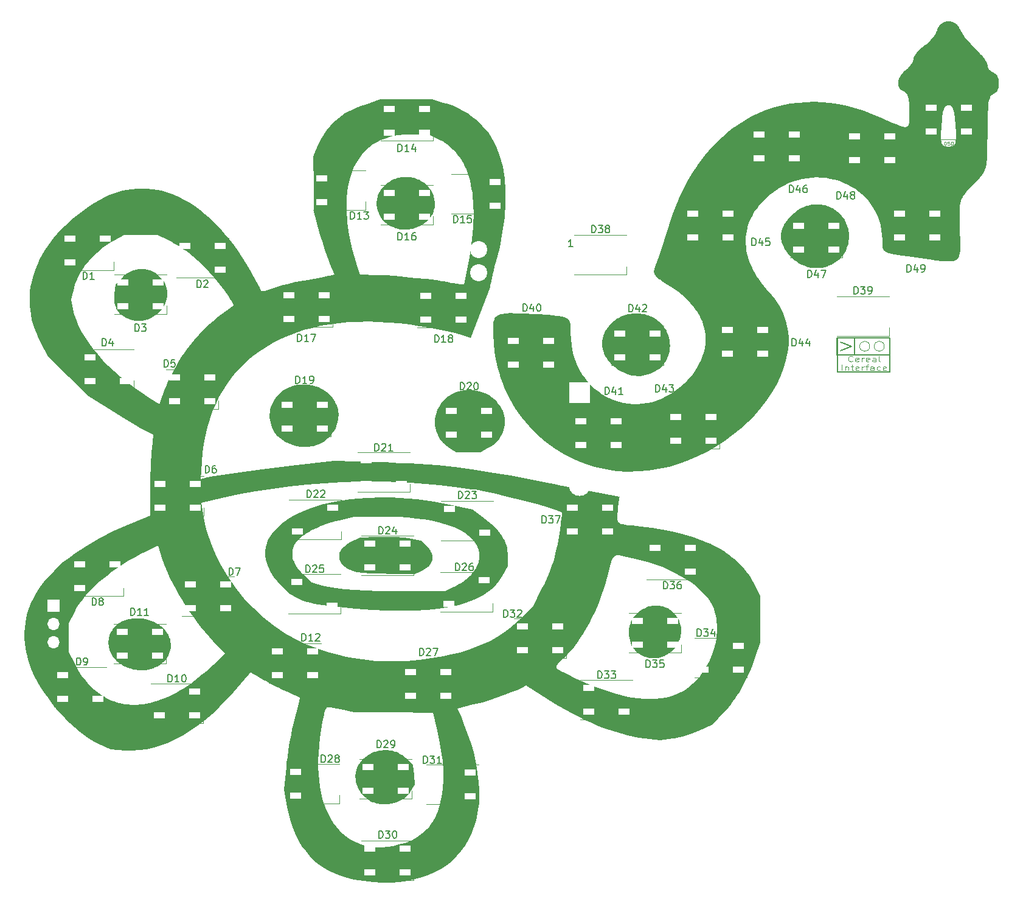
<source format=gbr>
%TF.GenerationSoftware,KiCad,Pcbnew,7.0.9*%
%TF.CreationDate,2024-02-12T09:09:14-06:00*%
%TF.ProjectId,bsidesPR,62736964-6573-4505-922e-6b696361645f,rev?*%
%TF.SameCoordinates,Original*%
%TF.FileFunction,Legend,Top*%
%TF.FilePolarity,Positive*%
%FSLAX46Y46*%
G04 Gerber Fmt 4.6, Leading zero omitted, Abs format (unit mm)*
G04 Created by KiCad (PCBNEW 7.0.9) date 2024-02-12 09:09:14*
%MOMM*%
%LPD*%
G01*
G04 APERTURE LIST*
%ADD10C,0.000000*%
%ADD11C,0.150000*%
%ADD12C,0.837000*%
%ADD13C,0.100000*%
%ADD14C,0.200000*%
%ADD15C,0.125000*%
%ADD16C,0.120000*%
%ADD17R,1.500000X0.900000*%
%ADD18C,1.000000*%
%ADD19R,1.700000X1.700000*%
%ADD20O,1.700000X1.700000*%
%ADD21R,3.000000X3.000000*%
%ADD22C,3.000000*%
%ADD23C,2.374900*%
%ADD24C,0.990600*%
G04 APERTURE END LIST*
D10*
G36*
X140900025Y-85986021D02*
G01*
X141018207Y-85989378D01*
X141451091Y-86021648D01*
X141867211Y-86083814D01*
X142265924Y-86174310D01*
X142646582Y-86291566D01*
X143008542Y-86434017D01*
X143351157Y-86600094D01*
X143673781Y-86788229D01*
X143975771Y-86996855D01*
X144256479Y-87224404D01*
X144515261Y-87469309D01*
X144751472Y-87730002D01*
X144964465Y-88004915D01*
X145153596Y-88292481D01*
X145318219Y-88591132D01*
X145457689Y-88899301D01*
X145571360Y-89215419D01*
X145658587Y-89537919D01*
X145718724Y-89865234D01*
X145751127Y-90195796D01*
X145755149Y-90528037D01*
X145730145Y-90860389D01*
X145675470Y-91191286D01*
X145590479Y-91519159D01*
X145474525Y-91842441D01*
X145326964Y-92159563D01*
X145147150Y-92468960D01*
X144934438Y-92769061D01*
X144688183Y-93058302D01*
X144407738Y-93335112D01*
X144092459Y-93597926D01*
X143741700Y-93845175D01*
X143354816Y-94075291D01*
X142329547Y-94634630D01*
X140646552Y-94638353D01*
X138963965Y-94642491D01*
X138001135Y-94012449D01*
X137688421Y-93790178D01*
X137403597Y-93552054D01*
X137146303Y-93299488D01*
X136916179Y-93033890D01*
X136712865Y-92756667D01*
X136536001Y-92469231D01*
X136385227Y-92172988D01*
X136260183Y-91869351D01*
X136160508Y-91559726D01*
X136085842Y-91245525D01*
X136035826Y-90928155D01*
X136010100Y-90609026D01*
X136008302Y-90289548D01*
X136030073Y-89971130D01*
X136075053Y-89655181D01*
X136142883Y-89343110D01*
X136233200Y-89036328D01*
X136345647Y-88736242D01*
X136479862Y-88444262D01*
X136635485Y-88161797D01*
X136812156Y-87890258D01*
X137009516Y-87631053D01*
X137227204Y-87385591D01*
X137464859Y-87155281D01*
X137722123Y-86941534D01*
X137998634Y-86745758D01*
X138294032Y-86569362D01*
X138607959Y-86413756D01*
X138940052Y-86280349D01*
X139289953Y-86170550D01*
X139657301Y-86085769D01*
X140041736Y-86027415D01*
X140167596Y-86014294D01*
X140292392Y-86003636D01*
X140416112Y-85995405D01*
X140538747Y-85989564D01*
X140660284Y-85986078D01*
X140780714Y-85984908D01*
X140900025Y-85986021D01*
G37*
D11*
X194409000Y-78720500D02*
X199309000Y-78720500D01*
X199309000Y-81045500D01*
X194409000Y-81045500D01*
X194409000Y-78720500D01*
D12*
X178636234Y-59843552D02*
G75*
G03*
X178636234Y-59843552I-418500J0D01*
G01*
D10*
G36*
X129234797Y-136048705D02*
G01*
X129434944Y-136059632D01*
X129635160Y-136079825D01*
X129835095Y-136109446D01*
X130034404Y-136148655D01*
X130232738Y-136197611D01*
X130429750Y-136256477D01*
X130625093Y-136325410D01*
X130818419Y-136404573D01*
X131009381Y-136494125D01*
X131197630Y-136594227D01*
X131382821Y-136705039D01*
X131564605Y-136826721D01*
X131742634Y-136959433D01*
X131916562Y-137103337D01*
X132086041Y-137258592D01*
X132988934Y-138128001D01*
X133106757Y-139498875D01*
X133224988Y-140869334D01*
X132637946Y-141784215D01*
X132539008Y-141929327D01*
X132432006Y-142069172D01*
X132317315Y-142203643D01*
X132195312Y-142332633D01*
X132066375Y-142456035D01*
X131930880Y-142573743D01*
X131641726Y-142791648D01*
X131330865Y-142985492D01*
X131001315Y-143154420D01*
X130656089Y-143297579D01*
X130298205Y-143414113D01*
X129930678Y-143503167D01*
X129556524Y-143563886D01*
X129178758Y-143595415D01*
X128800398Y-143596900D01*
X128424458Y-143567486D01*
X128053955Y-143506318D01*
X127871684Y-143463560D01*
X127691904Y-143412542D01*
X127514990Y-143353158D01*
X127341321Y-143285301D01*
X127143216Y-143192764D01*
X126946164Y-143082465D01*
X126751442Y-142955920D01*
X126560323Y-142814640D01*
X126374084Y-142660139D01*
X126193999Y-142493931D01*
X126021343Y-142317528D01*
X125857392Y-142132443D01*
X125703421Y-141940190D01*
X125560704Y-141742283D01*
X125430517Y-141540234D01*
X125314135Y-141335556D01*
X125212833Y-141129763D01*
X125127886Y-140924367D01*
X125060569Y-140720883D01*
X125012158Y-140520824D01*
X124973137Y-140282579D01*
X124949367Y-140048553D01*
X124940384Y-139818958D01*
X124945727Y-139594009D01*
X124964933Y-139373917D01*
X124997541Y-139158896D01*
X125043088Y-138949160D01*
X125101112Y-138744922D01*
X125171151Y-138546394D01*
X125252742Y-138353791D01*
X125345424Y-138167324D01*
X125448734Y-137987209D01*
X125562210Y-137813657D01*
X125685389Y-137646882D01*
X125817811Y-137487098D01*
X125959011Y-137334517D01*
X126108529Y-137189352D01*
X126265902Y-137051818D01*
X126430667Y-136922127D01*
X126602364Y-136800492D01*
X126780528Y-136687127D01*
X126964699Y-136582244D01*
X127154414Y-136486058D01*
X127349210Y-136398781D01*
X127548627Y-136320626D01*
X127752200Y-136251807D01*
X127959469Y-136192537D01*
X128169971Y-136143030D01*
X128383244Y-136103498D01*
X128598825Y-136074154D01*
X128816253Y-136055212D01*
X129035065Y-136046886D01*
X129234797Y-136048705D01*
G37*
D12*
X204290234Y-53239552D02*
G75*
G03*
X204290234Y-53239552I-418500J0D01*
G01*
D10*
G36*
X166885612Y-115941828D02*
G01*
X167012003Y-115946604D01*
X167138008Y-115955652D01*
X167263499Y-115968982D01*
X167388344Y-115986604D01*
X167512413Y-116008529D01*
X167635576Y-116034766D01*
X167757701Y-116065327D01*
X167878660Y-116100221D01*
X167998321Y-116139458D01*
X168116554Y-116183050D01*
X168233228Y-116231006D01*
X168348213Y-116283336D01*
X168461379Y-116340051D01*
X168572594Y-116401161D01*
X168681730Y-116466677D01*
X168788654Y-116536609D01*
X168893238Y-116610966D01*
X168995350Y-116689760D01*
X169094860Y-116773000D01*
X169191637Y-116860698D01*
X169285551Y-116952862D01*
X169376472Y-117049504D01*
X169464269Y-117150634D01*
X169548812Y-117256262D01*
X169629970Y-117366398D01*
X169707613Y-117481053D01*
X169781610Y-117600237D01*
X169851831Y-117723960D01*
X169918146Y-117852232D01*
X170044575Y-118137231D01*
X170144415Y-118423258D01*
X170218523Y-118709411D01*
X170267759Y-118994785D01*
X170292978Y-119278478D01*
X170295039Y-119559586D01*
X170274800Y-119837205D01*
X170233118Y-120110432D01*
X170170851Y-120378364D01*
X170088857Y-120640096D01*
X169987993Y-120894727D01*
X169869118Y-121141351D01*
X169733088Y-121379066D01*
X169580762Y-121606968D01*
X169412997Y-121824155D01*
X169230650Y-122029721D01*
X169034581Y-122222764D01*
X168825646Y-122402381D01*
X168604703Y-122567667D01*
X168372609Y-122717720D01*
X168130223Y-122851636D01*
X167878403Y-122968512D01*
X167618005Y-123067443D01*
X167349887Y-123147527D01*
X167074908Y-123207861D01*
X166793925Y-123247540D01*
X166507796Y-123265661D01*
X166217378Y-123261321D01*
X165923529Y-123233616D01*
X165627107Y-123181644D01*
X165328970Y-123104499D01*
X165029974Y-123001280D01*
X164876989Y-122936297D01*
X164728879Y-122862671D01*
X164585780Y-122780752D01*
X164447831Y-122690895D01*
X164315168Y-122593452D01*
X164187929Y-122488777D01*
X164066251Y-122377222D01*
X163950271Y-122259140D01*
X163840127Y-122134884D01*
X163735956Y-122004807D01*
X163637895Y-121869262D01*
X163546082Y-121728601D01*
X163381748Y-121433347D01*
X163244052Y-121121867D01*
X163134093Y-120796985D01*
X163052969Y-120461524D01*
X163001779Y-120118308D01*
X162981622Y-119770160D01*
X162983523Y-119595118D01*
X162993595Y-119419903D01*
X163011973Y-119244866D01*
X163038797Y-119070361D01*
X163074202Y-118896740D01*
X163118327Y-118724357D01*
X163171308Y-118553564D01*
X163233282Y-118384715D01*
X163290965Y-118246565D01*
X163352827Y-118112320D01*
X163488566Y-117855590D01*
X163639457Y-117614607D01*
X163804458Y-117389457D01*
X163982525Y-117180223D01*
X164172617Y-116986988D01*
X164373689Y-116809836D01*
X164584700Y-116648851D01*
X164804607Y-116504116D01*
X165032366Y-116375716D01*
X165266935Y-116263735D01*
X165507272Y-116168254D01*
X165752334Y-116089360D01*
X166001077Y-116027134D01*
X166252459Y-115981662D01*
X166505438Y-115953026D01*
X166632200Y-115945049D01*
X166758968Y-115941313D01*
X166885612Y-115941828D01*
G37*
D11*
X191984000Y-78720500D02*
X194409000Y-78720500D01*
X194409000Y-81045500D01*
X191984000Y-81045500D01*
X191984000Y-78720500D01*
D10*
G36*
X129966079Y-100919622D02*
G01*
X131118882Y-100971323D01*
X132292218Y-101055795D01*
X133484509Y-101173843D01*
X134694176Y-101326274D01*
X135919641Y-101513892D01*
X137159326Y-101737503D01*
X138411652Y-101997911D01*
X141216644Y-102620091D01*
X142569745Y-103582518D01*
X143029202Y-103919566D01*
X143454147Y-104252676D01*
X143845257Y-104582881D01*
X144203207Y-104911213D01*
X144528672Y-105238705D01*
X144822330Y-105566389D01*
X145084855Y-105895296D01*
X145316924Y-106226460D01*
X145519212Y-106560913D01*
X145692395Y-106899687D01*
X145837150Y-107243814D01*
X145954152Y-107594327D01*
X146044077Y-107952258D01*
X146107601Y-108318639D01*
X146145399Y-108694503D01*
X146158148Y-109080882D01*
X146159808Y-110462926D01*
X145406574Y-111804857D01*
X144889974Y-112589396D01*
X144258957Y-113304262D01*
X143512105Y-113949725D01*
X142648000Y-114526055D01*
X141665224Y-115033521D01*
X140562358Y-115472392D01*
X139337986Y-115842938D01*
X137990688Y-116145430D01*
X136519048Y-116380136D01*
X134921647Y-116547327D01*
X133197066Y-116647271D01*
X131343889Y-116680239D01*
X129360697Y-116646500D01*
X127246072Y-116546324D01*
X124998596Y-116379981D01*
X122616852Y-116147740D01*
X122616437Y-116147740D01*
X121817646Y-116057960D01*
X121087691Y-115968291D01*
X120421551Y-115877154D01*
X119814209Y-115782967D01*
X119260645Y-115684151D01*
X118755840Y-115579125D01*
X118294776Y-115466310D01*
X117872434Y-115344124D01*
X117483794Y-115210987D01*
X117123838Y-115065320D01*
X116787548Y-114905541D01*
X116469904Y-114730071D01*
X116165887Y-114537329D01*
X115870479Y-114325736D01*
X115578660Y-114093710D01*
X115285413Y-113839671D01*
X114622008Y-113204529D01*
X114048861Y-112573962D01*
X113563959Y-111949003D01*
X113165286Y-111330683D01*
X112850830Y-110720032D01*
X112618576Y-110118083D01*
X112466511Y-109525866D01*
X112392620Y-108944413D01*
X112393247Y-108787028D01*
X116144987Y-108787028D01*
X116165673Y-109053539D01*
X116215117Y-109323120D01*
X116293446Y-109595583D01*
X116400788Y-109870736D01*
X116537271Y-110148391D01*
X116703024Y-110428358D01*
X116898174Y-110710447D01*
X117122849Y-110994469D01*
X117377176Y-111280234D01*
X117661285Y-111567552D01*
X118907727Y-112768101D01*
X120290582Y-113146788D01*
X121176222Y-113351711D01*
X122229070Y-113526780D01*
X123450432Y-113672081D01*
X124841615Y-113787698D01*
X126403926Y-113873715D01*
X128138671Y-113930218D01*
X130047156Y-113957290D01*
X132130689Y-113955015D01*
X137424011Y-113913670D01*
X138585693Y-113362999D01*
X138859601Y-113228112D01*
X139123741Y-113087810D01*
X139377976Y-112942341D01*
X139622167Y-112791951D01*
X139856176Y-112636888D01*
X140079864Y-112477400D01*
X140293093Y-112313732D01*
X140495724Y-112146134D01*
X140687620Y-111974851D01*
X140868641Y-111800131D01*
X141038650Y-111622222D01*
X141197508Y-111441370D01*
X141345076Y-111257824D01*
X141481216Y-111071829D01*
X141605791Y-110883634D01*
X141718660Y-110693486D01*
X141819687Y-110501632D01*
X141908732Y-110308318D01*
X141985657Y-110113794D01*
X142050324Y-109918305D01*
X142102594Y-109722099D01*
X142142330Y-109525424D01*
X142169392Y-109328526D01*
X142183642Y-109131652D01*
X142184942Y-108935051D01*
X142173154Y-108738969D01*
X142148138Y-108543654D01*
X142109757Y-108349352D01*
X142057873Y-108156312D01*
X141992346Y-107964780D01*
X141913038Y-107775003D01*
X141819812Y-107587230D01*
X141517070Y-107107595D01*
X141140121Y-106657652D01*
X140689528Y-106237571D01*
X140165856Y-105847522D01*
X139569668Y-105487675D01*
X138901528Y-105158200D01*
X138162000Y-104859267D01*
X137351648Y-104591048D01*
X136471036Y-104353710D01*
X135520728Y-104147426D01*
X134501287Y-103972365D01*
X133413278Y-103828697D01*
X132257264Y-103716592D01*
X131033810Y-103636221D01*
X129743479Y-103587754D01*
X128386835Y-103571361D01*
X124771967Y-103570933D01*
X122706561Y-104084398D01*
X122126954Y-104235385D01*
X121573290Y-104393614D01*
X121045696Y-104558895D01*
X120544301Y-104731040D01*
X120069232Y-104909858D01*
X119620618Y-105095159D01*
X119198586Y-105286755D01*
X118803264Y-105484455D01*
X118434780Y-105688070D01*
X118093263Y-105897409D01*
X117778839Y-106112285D01*
X117491638Y-106332506D01*
X117231787Y-106557884D01*
X116999413Y-106788228D01*
X116794646Y-107023350D01*
X116617613Y-107263058D01*
X116468441Y-107507165D01*
X116347259Y-107755480D01*
X116254195Y-108007813D01*
X116189376Y-108263975D01*
X116152931Y-108523776D01*
X116144987Y-108787028D01*
X112393247Y-108787028D01*
X112394890Y-108374754D01*
X112471306Y-107817922D01*
X112619855Y-107274947D01*
X112838523Y-106746861D01*
X113125295Y-106234695D01*
X113478159Y-105739480D01*
X113895099Y-105262247D01*
X114374103Y-104804028D01*
X114913156Y-104365854D01*
X115510244Y-103948756D01*
X116163354Y-103553766D01*
X116870471Y-103181914D01*
X117629582Y-102834232D01*
X118438672Y-102511752D01*
X120198735Y-101946520D01*
X122134550Y-101494467D01*
X124230004Y-101163844D01*
X126468988Y-100962901D01*
X128835388Y-100899888D01*
X129966079Y-100919622D01*
G37*
D12*
X163396234Y-81687552D02*
G75*
G03*
X163396234Y-81687552I-418500J0D01*
G01*
D10*
G36*
X129666649Y-106369081D02*
G01*
X130242381Y-106389871D01*
X130801609Y-106422123D01*
X131330124Y-106465170D01*
X131813717Y-106518349D01*
X132238178Y-106580992D01*
X134058014Y-106894359D01*
X134901788Y-107707127D01*
X135014788Y-107821115D01*
X135118509Y-107936331D01*
X135212989Y-108052610D01*
X135298266Y-108169787D01*
X135374378Y-108287698D01*
X135441363Y-108406179D01*
X135499260Y-108525063D01*
X135548106Y-108644188D01*
X135587940Y-108763388D01*
X135618799Y-108882499D01*
X135640722Y-109001355D01*
X135653747Y-109119793D01*
X135657912Y-109237648D01*
X135653256Y-109354755D01*
X135639815Y-109470950D01*
X135617629Y-109586067D01*
X135586734Y-109699943D01*
X135547171Y-109812412D01*
X135498976Y-109923310D01*
X135442188Y-110032472D01*
X135376844Y-110139735D01*
X135302983Y-110244932D01*
X135220644Y-110347900D01*
X135129863Y-110448474D01*
X135030679Y-110546488D01*
X134923131Y-110641780D01*
X134807256Y-110734183D01*
X134683093Y-110823534D01*
X134550679Y-110909667D01*
X134410052Y-110992419D01*
X134261252Y-111071624D01*
X134104315Y-111147117D01*
X133214655Y-111553917D01*
X129638648Y-111528282D01*
X128902572Y-111519125D01*
X128181491Y-111502767D01*
X127493642Y-111480121D01*
X126857262Y-111452104D01*
X126290587Y-111419631D01*
X125811854Y-111383616D01*
X125439300Y-111344976D01*
X125298539Y-111324957D01*
X125191162Y-111304625D01*
X124921115Y-111236806D01*
X124665774Y-111159832D01*
X124425240Y-111074205D01*
X124199613Y-110980424D01*
X123988993Y-110878989D01*
X123793481Y-110770401D01*
X123613177Y-110655160D01*
X123448182Y-110533766D01*
X123298596Y-110406719D01*
X123164519Y-110274520D01*
X123046053Y-110137668D01*
X122943296Y-109996665D01*
X122856351Y-109852010D01*
X122785317Y-109704203D01*
X122730295Y-109553744D01*
X122691384Y-109401135D01*
X122668686Y-109246875D01*
X122662302Y-109091464D01*
X122672330Y-108935402D01*
X122698873Y-108779191D01*
X122742029Y-108623329D01*
X122801901Y-108468317D01*
X122878587Y-108314656D01*
X122972189Y-108162846D01*
X123082807Y-108013386D01*
X123210542Y-107866777D01*
X123355493Y-107723520D01*
X123517761Y-107584114D01*
X123697447Y-107449060D01*
X123894652Y-107318858D01*
X124109475Y-107194008D01*
X124342017Y-107075011D01*
X125546698Y-106496654D01*
X127982520Y-106382139D01*
X128522509Y-106364550D01*
X129088622Y-106360419D01*
X129666649Y-106369081D01*
G37*
G36*
X189444365Y-60156193D02*
G01*
X189665787Y-60174889D01*
X189885216Y-60203888D01*
X190102265Y-60243039D01*
X190316546Y-60292188D01*
X190527674Y-60351181D01*
X190735261Y-60419865D01*
X190938920Y-60498087D01*
X191138264Y-60585694D01*
X191332907Y-60682532D01*
X191522462Y-60788448D01*
X191706542Y-60903290D01*
X191884759Y-61026902D01*
X192056727Y-61159133D01*
X192222060Y-61299829D01*
X192380369Y-61448837D01*
X192531269Y-61606003D01*
X192674373Y-61771174D01*
X192809293Y-61944197D01*
X192935643Y-62124919D01*
X193053035Y-62313186D01*
X193161084Y-62508846D01*
X193259401Y-62711744D01*
X193347601Y-62921728D01*
X193425296Y-63138644D01*
X193492099Y-63362339D01*
X193547624Y-63592660D01*
X193591483Y-63829453D01*
X193623291Y-64072565D01*
X193642658Y-64321844D01*
X193649201Y-64577135D01*
X193635423Y-64946494D01*
X193594882Y-65302988D01*
X193528771Y-65646147D01*
X193438277Y-65975496D01*
X193324593Y-66290565D01*
X193188908Y-66590881D01*
X193032412Y-66875973D01*
X192856297Y-67145368D01*
X192661753Y-67398593D01*
X192449969Y-67635178D01*
X192222137Y-67854650D01*
X191979446Y-68056537D01*
X191723088Y-68240366D01*
X191454252Y-68405667D01*
X191174129Y-68551966D01*
X190883910Y-68678792D01*
X190584784Y-68785672D01*
X190277942Y-68872135D01*
X189964575Y-68937708D01*
X189645873Y-68981920D01*
X189323026Y-69004298D01*
X188997225Y-69004370D01*
X188669660Y-68981665D01*
X188341522Y-68935710D01*
X188014000Y-68866032D01*
X187688286Y-68772161D01*
X187365570Y-68653624D01*
X187047041Y-68509949D01*
X186733891Y-68340663D01*
X186427310Y-68145295D01*
X186128489Y-67923373D01*
X185838617Y-67674425D01*
X185636544Y-67482087D01*
X185447508Y-67289511D01*
X185271509Y-67096713D01*
X185108547Y-66903708D01*
X184958622Y-66710514D01*
X184821734Y-66517145D01*
X184697882Y-66323617D01*
X184587068Y-66129947D01*
X184489291Y-65936149D01*
X184404551Y-65742241D01*
X184332847Y-65548238D01*
X184274181Y-65354155D01*
X184228552Y-65160009D01*
X184195959Y-64965815D01*
X184176404Y-64771589D01*
X184169885Y-64577348D01*
X184176404Y-64383107D01*
X184195959Y-64188881D01*
X184228552Y-63994688D01*
X184274181Y-63800541D01*
X184332847Y-63606459D01*
X184404551Y-63412455D01*
X184489291Y-63218547D01*
X184587068Y-63024750D01*
X184697882Y-62831079D01*
X184821734Y-62637552D01*
X184958622Y-62444183D01*
X185108547Y-62250988D01*
X185271509Y-62057984D01*
X185447508Y-61865186D01*
X185636544Y-61672610D01*
X185838617Y-61480272D01*
X186018673Y-61321485D01*
X186202396Y-61173325D01*
X186389498Y-61035676D01*
X186579686Y-60908422D01*
X186772672Y-60791450D01*
X186968164Y-60684642D01*
X187165873Y-60587885D01*
X187365508Y-60501063D01*
X187566778Y-60424061D01*
X187769394Y-60356764D01*
X187973065Y-60299056D01*
X188177501Y-60250823D01*
X188382412Y-60211948D01*
X188587507Y-60182318D01*
X188792496Y-60161816D01*
X188997089Y-60150328D01*
X189221337Y-60147955D01*
X189444365Y-60156193D01*
G37*
G36*
X164194891Y-75311790D02*
G01*
X164535788Y-75336044D01*
X164873702Y-75382207D01*
X165207084Y-75450039D01*
X165534385Y-75539299D01*
X165695270Y-75591889D01*
X165854054Y-75649746D01*
X166010543Y-75712839D01*
X166164544Y-75781139D01*
X166315862Y-75854615D01*
X166464304Y-75933237D01*
X166609676Y-76016976D01*
X166751785Y-76105800D01*
X166890437Y-76199680D01*
X167025438Y-76298585D01*
X167156595Y-76402486D01*
X167283714Y-76511353D01*
X167406601Y-76625155D01*
X167525063Y-76743862D01*
X167638905Y-76867444D01*
X167747935Y-76995871D01*
X167851959Y-77129113D01*
X167950782Y-77267139D01*
X168044212Y-77409920D01*
X168132054Y-77557426D01*
X168214115Y-77709626D01*
X168290202Y-77866490D01*
X168360120Y-78027988D01*
X168423676Y-78194090D01*
X168557022Y-78620225D01*
X168649926Y-79037349D01*
X168704040Y-79444500D01*
X168721019Y-79840720D01*
X168702517Y-80225048D01*
X168650188Y-80596524D01*
X168565687Y-80954188D01*
X168450667Y-81297080D01*
X168306783Y-81624239D01*
X168135689Y-81934706D01*
X167939039Y-82227521D01*
X167718488Y-82501723D01*
X167475688Y-82756353D01*
X167212296Y-82990449D01*
X166929964Y-83203053D01*
X166630347Y-83393204D01*
X166315099Y-83559941D01*
X165985874Y-83702306D01*
X165644327Y-83819337D01*
X165292111Y-83910075D01*
X164930881Y-83973559D01*
X164562291Y-84008830D01*
X164187995Y-84014927D01*
X163809648Y-83990890D01*
X163428903Y-83935760D01*
X163047414Y-83848576D01*
X162666836Y-83728377D01*
X162288823Y-83574204D01*
X161915029Y-83385097D01*
X161547109Y-83160096D01*
X161186716Y-82898240D01*
X160835504Y-82598570D01*
X160663506Y-82434492D01*
X160501480Y-82268498D01*
X160349437Y-82100698D01*
X160207386Y-81931200D01*
X160114629Y-81811021D01*
X162503619Y-81811021D01*
X162503974Y-81823824D01*
X162505027Y-81836465D01*
X162506761Y-81848926D01*
X162509158Y-81861193D01*
X162512201Y-81873250D01*
X162515872Y-81885079D01*
X162520154Y-81896666D01*
X162525030Y-81907994D01*
X162530482Y-81919048D01*
X162536492Y-81929811D01*
X162543044Y-81940267D01*
X162550120Y-81950401D01*
X162557702Y-81960197D01*
X162565773Y-81969637D01*
X162574316Y-81978708D01*
X162583313Y-81987392D01*
X162592747Y-81995673D01*
X162602600Y-82003536D01*
X162612855Y-82010964D01*
X162623494Y-82017942D01*
X162634500Y-82024454D01*
X162645856Y-82030483D01*
X162657544Y-82036014D01*
X162669547Y-82041030D01*
X162681848Y-82045517D01*
X162694428Y-82049456D01*
X162707270Y-82052834D01*
X162720358Y-82055633D01*
X162733673Y-82057838D01*
X162747199Y-82059433D01*
X162760917Y-82060402D01*
X162774811Y-82060728D01*
X162788704Y-82060402D01*
X162802420Y-82059433D01*
X162815941Y-82057838D01*
X162829250Y-82055633D01*
X162842329Y-82052834D01*
X162855161Y-82049456D01*
X162867730Y-82045517D01*
X162880017Y-82041030D01*
X162892005Y-82036014D01*
X162903677Y-82030483D01*
X162915017Y-82024454D01*
X162926006Y-82017942D01*
X162936627Y-82010964D01*
X162946863Y-82003536D01*
X162956697Y-81995673D01*
X162966112Y-81987392D01*
X162975090Y-81978708D01*
X162983613Y-81969637D01*
X162991666Y-81960197D01*
X162999230Y-81950401D01*
X163006288Y-81940267D01*
X163012823Y-81929811D01*
X163018817Y-81919048D01*
X163024254Y-81907994D01*
X163029116Y-81896666D01*
X163033385Y-81885079D01*
X163037045Y-81873250D01*
X163040079Y-81861193D01*
X163042468Y-81848926D01*
X163044196Y-81836465D01*
X163045246Y-81823824D01*
X163045599Y-81811021D01*
X163045246Y-81798219D01*
X163044196Y-81785580D01*
X163042468Y-81773119D01*
X163040079Y-81760853D01*
X163037045Y-81748798D01*
X163033385Y-81736969D01*
X163029116Y-81725383D01*
X163024254Y-81714055D01*
X163018817Y-81703002D01*
X163012823Y-81692240D01*
X163006288Y-81681784D01*
X162999230Y-81671651D01*
X162991666Y-81661856D01*
X162983613Y-81652415D01*
X162975090Y-81643345D01*
X162966112Y-81634662D01*
X162956697Y-81626381D01*
X162946863Y-81618518D01*
X162936627Y-81611090D01*
X162926006Y-81604112D01*
X162915017Y-81597601D01*
X162903677Y-81591571D01*
X162892005Y-81586041D01*
X162880017Y-81581024D01*
X162867730Y-81576538D01*
X162855161Y-81572598D01*
X162842329Y-81569221D01*
X162829250Y-81566421D01*
X162815941Y-81564216D01*
X162802420Y-81562621D01*
X162788704Y-81561653D01*
X162774811Y-81561326D01*
X162760917Y-81561653D01*
X162747199Y-81562621D01*
X162733673Y-81564216D01*
X162720358Y-81566421D01*
X162707270Y-81569221D01*
X162694428Y-81572598D01*
X162681848Y-81576538D01*
X162669547Y-81581024D01*
X162657544Y-81586041D01*
X162645856Y-81591571D01*
X162634500Y-81597601D01*
X162623494Y-81604112D01*
X162612855Y-81611090D01*
X162602600Y-81618518D01*
X162592747Y-81626381D01*
X162583313Y-81634662D01*
X162574316Y-81643345D01*
X162565773Y-81652415D01*
X162557702Y-81661856D01*
X162550120Y-81671651D01*
X162543044Y-81681784D01*
X162536492Y-81692240D01*
X162530482Y-81703002D01*
X162525030Y-81714055D01*
X162520154Y-81725383D01*
X162515872Y-81736969D01*
X162512201Y-81748798D01*
X162509158Y-81760853D01*
X162506761Y-81773119D01*
X162505027Y-81785580D01*
X162503974Y-81798219D01*
X162503619Y-81811021D01*
X160114629Y-81811021D01*
X160075337Y-81760113D01*
X159953300Y-81587548D01*
X159841285Y-81413612D01*
X159739302Y-81238415D01*
X159647360Y-81062066D01*
X159565468Y-80884674D01*
X159493638Y-80706348D01*
X159431878Y-80527197D01*
X159380199Y-80347331D01*
X159338610Y-80166858D01*
X159307121Y-79985888D01*
X159285742Y-79804529D01*
X159274483Y-79622890D01*
X159273352Y-79441082D01*
X159282361Y-79259212D01*
X159301519Y-79077391D01*
X159330836Y-78895726D01*
X159370321Y-78714327D01*
X159419985Y-78533304D01*
X159479836Y-78352765D01*
X159549885Y-78172819D01*
X159630142Y-77993575D01*
X159720617Y-77815143D01*
X159821318Y-77637632D01*
X159932257Y-77461151D01*
X160053443Y-77285808D01*
X160184885Y-77111713D01*
X160326593Y-76938975D01*
X160518388Y-76728054D01*
X160720249Y-76532221D01*
X160931447Y-76351366D01*
X161151253Y-76185375D01*
X161378938Y-76034135D01*
X161613772Y-75897533D01*
X161855026Y-75775457D01*
X162101971Y-75667793D01*
X162353878Y-75574429D01*
X162610017Y-75495252D01*
X162869660Y-75430148D01*
X163132076Y-75379006D01*
X163396536Y-75341712D01*
X163662312Y-75318153D01*
X163928673Y-75308217D01*
X164194891Y-75311790D01*
G37*
D12*
X192352234Y-48413552D02*
G75*
G03*
X192352234Y-48413552I-418500J0D01*
G01*
X186256234Y-54763552D02*
G75*
G03*
X186256234Y-54763552I-418500J0D01*
G01*
X187481956Y-54687438D02*
G75*
G03*
X187481956Y-54687438I-418500J0D01*
G01*
D10*
G36*
X132143795Y-56326993D02*
G01*
X132338888Y-56339069D01*
X132532491Y-56359884D01*
X132724271Y-56389302D01*
X132913897Y-56427185D01*
X133101035Y-56473399D01*
X133285353Y-56527809D01*
X133466518Y-56590277D01*
X133644197Y-56660668D01*
X133818058Y-56738847D01*
X133987767Y-56824677D01*
X134152993Y-56918022D01*
X134313402Y-57018748D01*
X134468662Y-57126718D01*
X134618440Y-57241795D01*
X134762403Y-57363846D01*
X134900219Y-57492732D01*
X135031555Y-57628320D01*
X135156078Y-57770472D01*
X135273455Y-57919053D01*
X135383354Y-58073928D01*
X135485443Y-58234959D01*
X135579387Y-58402013D01*
X135664856Y-58574952D01*
X135741515Y-58753641D01*
X135809032Y-58937944D01*
X135867075Y-59127725D01*
X135915311Y-59322849D01*
X135953407Y-59523179D01*
X135981030Y-59728580D01*
X135997848Y-59938916D01*
X136003528Y-60154051D01*
X135994684Y-60372336D01*
X135968595Y-60587081D01*
X135925922Y-60797895D01*
X135867328Y-61004386D01*
X135793476Y-61206162D01*
X135705028Y-61402830D01*
X135602648Y-61593998D01*
X135486996Y-61779275D01*
X135358736Y-61958268D01*
X135218530Y-62130586D01*
X135067041Y-62295835D01*
X134904932Y-62453625D01*
X134732864Y-62603562D01*
X134551500Y-62745256D01*
X134361504Y-62878313D01*
X134163536Y-63002342D01*
X133958261Y-63116951D01*
X133746339Y-63221747D01*
X133528435Y-63316339D01*
X133305210Y-63400334D01*
X133077327Y-63473340D01*
X132845448Y-63534966D01*
X132610237Y-63584819D01*
X132372354Y-63622507D01*
X132132464Y-63647638D01*
X131891228Y-63659820D01*
X131649309Y-63658661D01*
X131407369Y-63643768D01*
X131166071Y-63614750D01*
X130926078Y-63571215D01*
X130688052Y-63512770D01*
X130452655Y-63439024D01*
X130199865Y-63342112D01*
X129959346Y-63232335D01*
X129731243Y-63110379D01*
X129515701Y-62976932D01*
X129312865Y-62832682D01*
X129122881Y-62678315D01*
X128945894Y-62514519D01*
X128782048Y-62341980D01*
X128631490Y-62161387D01*
X128494364Y-61973426D01*
X128370815Y-61778785D01*
X128260989Y-61578150D01*
X128165031Y-61372209D01*
X128083086Y-61161650D01*
X128015300Y-60947159D01*
X127961816Y-60729423D01*
X127922782Y-60509131D01*
X127898341Y-60286968D01*
X127888640Y-60063623D01*
X127893822Y-59839782D01*
X127914034Y-59616133D01*
X127949421Y-59393362D01*
X128000128Y-59172158D01*
X128066299Y-58953207D01*
X128148081Y-58737196D01*
X128245618Y-58524814D01*
X128359056Y-58316746D01*
X128488540Y-58113680D01*
X128634215Y-57916304D01*
X128796225Y-57725304D01*
X128974718Y-57541369D01*
X129169836Y-57365184D01*
X129329154Y-57236346D01*
X129491545Y-57116488D01*
X129656760Y-57005507D01*
X129824548Y-56903302D01*
X129994658Y-56809767D01*
X130166840Y-56724802D01*
X130340844Y-56648302D01*
X130516419Y-56580165D01*
X130693316Y-56520288D01*
X130871283Y-56468569D01*
X131050070Y-56424903D01*
X131229427Y-56389189D01*
X131409104Y-56361324D01*
X131588849Y-56341204D01*
X131768414Y-56328727D01*
X131947546Y-56323790D01*
X132143795Y-56326993D01*
G37*
D11*
X192009000Y-78720500D02*
X199309000Y-78720500D01*
X199309000Y-83470500D01*
X192009000Y-83470500D01*
X192009000Y-78720500D01*
D10*
G36*
X95374151Y-69135416D02*
G01*
X95547117Y-69148991D01*
X95719408Y-69171354D01*
X95890816Y-69202516D01*
X96061136Y-69242487D01*
X96230161Y-69291276D01*
X96397688Y-69348894D01*
X96563508Y-69415349D01*
X96727417Y-69490653D01*
X96889208Y-69574815D01*
X97048677Y-69667845D01*
X97205616Y-69769753D01*
X97359820Y-69880549D01*
X97511084Y-70000242D01*
X97659201Y-70128843D01*
X97920336Y-70389534D01*
X98143737Y-70661121D01*
X98330599Y-70942019D01*
X98482117Y-71230642D01*
X98599484Y-71525407D01*
X98683896Y-71824726D01*
X98736548Y-72127017D01*
X98758632Y-72430692D01*
X98751345Y-72734169D01*
X98715881Y-73035860D01*
X98653434Y-73334182D01*
X98565199Y-73627548D01*
X98452370Y-73914376D01*
X98316141Y-74193077D01*
X98157708Y-74462069D01*
X97978265Y-74719766D01*
X97779006Y-74964583D01*
X97561127Y-75194934D01*
X97325820Y-75409235D01*
X97074282Y-75605900D01*
X96807706Y-75783345D01*
X96527288Y-75939984D01*
X96234220Y-76074233D01*
X95929699Y-76184506D01*
X95614919Y-76269218D01*
X95291074Y-76326784D01*
X94959359Y-76355619D01*
X94620968Y-76354138D01*
X94277095Y-76320756D01*
X93928936Y-76253888D01*
X93577685Y-76151949D01*
X93224536Y-76013353D01*
X92965546Y-75888854D01*
X92727142Y-75754842D01*
X92509043Y-75610790D01*
X92310966Y-75456172D01*
X92132632Y-75290461D01*
X92050780Y-75203282D01*
X91973759Y-75113131D01*
X91901532Y-75019944D01*
X91834065Y-74923655D01*
X91771324Y-74824198D01*
X91713271Y-74721507D01*
X91659873Y-74615516D01*
X91611094Y-74506160D01*
X91527254Y-74277087D01*
X91461470Y-74033761D01*
X91413459Y-73775658D01*
X91382942Y-73502248D01*
X91369637Y-73213007D01*
X91373263Y-72907407D01*
X91393539Y-72584923D01*
X91508466Y-71249608D01*
X92381177Y-70382261D01*
X92530916Y-70239347D01*
X92683702Y-70105049D01*
X92839330Y-69979376D01*
X92997593Y-69862336D01*
X93158283Y-69753939D01*
X93321195Y-69654195D01*
X93486121Y-69563111D01*
X93652855Y-69480698D01*
X93821191Y-69406963D01*
X93990920Y-69341916D01*
X94161838Y-69285567D01*
X94333737Y-69237924D01*
X94506410Y-69198996D01*
X94679652Y-69168792D01*
X94853254Y-69147321D01*
X95027011Y-69134593D01*
X95200713Y-69130620D01*
X95374151Y-69135416D01*
G37*
G36*
X207596513Y-34671442D02*
G01*
X207658768Y-34675489D01*
X207720877Y-34681831D01*
X207782767Y-34690474D01*
X207844364Y-34701421D01*
X207905596Y-34714679D01*
X207966389Y-34730250D01*
X208026670Y-34748141D01*
X208086365Y-34768355D01*
X208145403Y-34790898D01*
X208203709Y-34815774D01*
X208261210Y-34842987D01*
X208317834Y-34872543D01*
X208373506Y-34904447D01*
X208428155Y-34938703D01*
X208481706Y-34975315D01*
X208534087Y-35014288D01*
X208585225Y-35055628D01*
X208635045Y-35099338D01*
X208683476Y-35145424D01*
X208730444Y-35193890D01*
X208775876Y-35244741D01*
X208819699Y-35297981D01*
X208861839Y-35353616D01*
X208902223Y-35411650D01*
X208940779Y-35472087D01*
X208977432Y-35534933D01*
X209012111Y-35600192D01*
X209044741Y-35667869D01*
X209075250Y-35737968D01*
X209134431Y-35868366D01*
X209208987Y-36010809D01*
X209297806Y-36163891D01*
X209399775Y-36326205D01*
X209513783Y-36496343D01*
X209638718Y-36672898D01*
X209773468Y-36854463D01*
X209916921Y-37039631D01*
X210067964Y-37226993D01*
X210225487Y-37415144D01*
X210388377Y-37602675D01*
X210555522Y-37788179D01*
X210725811Y-37970250D01*
X210898130Y-38147479D01*
X211071369Y-38318460D01*
X211244415Y-38481785D01*
X211414890Y-38642682D01*
X211580585Y-38806539D01*
X211740641Y-38972190D01*
X211894201Y-39138468D01*
X212040406Y-39304207D01*
X212178399Y-39468239D01*
X212307322Y-39629398D01*
X212426317Y-39786517D01*
X212534525Y-39938430D01*
X212631090Y-40083969D01*
X212715152Y-40221968D01*
X212785854Y-40351260D01*
X212842338Y-40470679D01*
X212883746Y-40579057D01*
X212898528Y-40628741D01*
X212909220Y-40675228D01*
X212915713Y-40718371D01*
X212917902Y-40758024D01*
X212918965Y-40796039D01*
X212922121Y-40834317D01*
X212927316Y-40872792D01*
X212934500Y-40911400D01*
X212943619Y-40950074D01*
X212954622Y-40988750D01*
X212967456Y-41027361D01*
X212982070Y-41065842D01*
X212998411Y-41104127D01*
X213016427Y-41142151D01*
X213057276Y-41217155D01*
X213104201Y-41290327D01*
X213156783Y-41361145D01*
X213214606Y-41429083D01*
X213277253Y-41493617D01*
X213344307Y-41554223D01*
X213415351Y-41610376D01*
X213489967Y-41661553D01*
X213567740Y-41707229D01*
X213607680Y-41727840D01*
X213648252Y-41746879D01*
X213689404Y-41764280D01*
X213731085Y-41779979D01*
X213826900Y-41820338D01*
X213916533Y-41871012D01*
X213999985Y-41931313D01*
X214077255Y-42000553D01*
X214148343Y-42078044D01*
X214213250Y-42163099D01*
X214271975Y-42255031D01*
X214324519Y-42353151D01*
X214370881Y-42456772D01*
X214411061Y-42565206D01*
X214445060Y-42677766D01*
X214472877Y-42793765D01*
X214494513Y-42912514D01*
X214509967Y-43033325D01*
X214519239Y-43155513D01*
X214522330Y-43278387D01*
X214519239Y-43401262D01*
X214509967Y-43523449D01*
X214494513Y-43644261D01*
X214472877Y-43763010D01*
X214445060Y-43879009D01*
X214411061Y-43991570D01*
X214370881Y-44100005D01*
X214324519Y-44203626D01*
X214271975Y-44301747D01*
X214213250Y-44393679D01*
X214148343Y-44478735D01*
X214077255Y-44556227D01*
X213999985Y-44625468D01*
X213916533Y-44685769D01*
X213826900Y-44736444D01*
X213731085Y-44776805D01*
X213614796Y-44830557D01*
X213509453Y-44907714D01*
X213414580Y-45011464D01*
X213329704Y-45144994D01*
X213254348Y-45311492D01*
X213188037Y-45514145D01*
X213130297Y-45756142D01*
X213080652Y-46040670D01*
X213038627Y-46370916D01*
X213003747Y-46750069D01*
X212953521Y-47667844D01*
X212926173Y-48819497D01*
X212917902Y-50230528D01*
X212914038Y-51939655D01*
X212904865Y-52638866D01*
X212887003Y-53248515D01*
X212873910Y-53523037D01*
X212857558Y-53779108D01*
X212837586Y-54018041D01*
X212813633Y-54241150D01*
X212785336Y-54449747D01*
X212752332Y-54645146D01*
X212714262Y-54828659D01*
X212670761Y-55001601D01*
X212621469Y-55165283D01*
X212566023Y-55321020D01*
X212504062Y-55470124D01*
X212435223Y-55613909D01*
X212359145Y-55753687D01*
X212275465Y-55890772D01*
X212183822Y-56026477D01*
X212083854Y-56162115D01*
X211975198Y-56299000D01*
X211857493Y-56438444D01*
X211593488Y-56730262D01*
X211288943Y-57048076D01*
X210940961Y-57402391D01*
X210288670Y-58072873D01*
X210025202Y-58360808D01*
X209799877Y-58629587D01*
X209609966Y-58888496D01*
X209452738Y-59146820D01*
X209325463Y-59413846D01*
X209225409Y-59698859D01*
X209149847Y-60011144D01*
X209096046Y-60359989D01*
X209061275Y-60754679D01*
X209042805Y-61204500D01*
X209037904Y-61718737D01*
X209043842Y-62306677D01*
X209077313Y-63740806D01*
X209126646Y-65386162D01*
X209133853Y-66039475D01*
X209113800Y-66588762D01*
X209054772Y-67040686D01*
X209006982Y-67232219D01*
X208945054Y-67401908D01*
X208867525Y-67550589D01*
X208772930Y-67679092D01*
X208659806Y-67788251D01*
X208526686Y-67878898D01*
X208372108Y-67951868D01*
X208194606Y-68007991D01*
X207992717Y-68048101D01*
X207764976Y-68073032D01*
X207226079Y-68080683D01*
X206566201Y-68037607D01*
X205773627Y-67950467D01*
X204836641Y-67825925D01*
X202482575Y-67491282D01*
X201095840Y-67293302D01*
X200534741Y-67206330D01*
X200053593Y-67122729D01*
X199841071Y-67081105D01*
X199646223Y-67039019D01*
X199468276Y-66996034D01*
X199306460Y-66951717D01*
X199160002Y-66905632D01*
X199028132Y-66857344D01*
X198910078Y-66806418D01*
X198805069Y-66752418D01*
X198712333Y-66694910D01*
X198631098Y-66633459D01*
X198560594Y-66567629D01*
X198500049Y-66496985D01*
X198448691Y-66421092D01*
X198405749Y-66339516D01*
X198370451Y-66251820D01*
X198342027Y-66157570D01*
X198319704Y-66056330D01*
X198302711Y-65947666D01*
X198290277Y-65831143D01*
X198281631Y-65706325D01*
X198272614Y-65430064D01*
X198269489Y-65115404D01*
X198238289Y-64405261D01*
X198155771Y-63718969D01*
X198024138Y-63057435D01*
X197845593Y-62421566D01*
X197622338Y-61812269D01*
X197356578Y-61230453D01*
X197050515Y-60677023D01*
X196706352Y-60152888D01*
X196326291Y-59658955D01*
X195912537Y-59196131D01*
X195467291Y-58765324D01*
X194992758Y-58367441D01*
X194491139Y-58003390D01*
X193964639Y-57674077D01*
X193415459Y-57380410D01*
X192845804Y-57123297D01*
X192257875Y-56903644D01*
X191653877Y-56722360D01*
X191036011Y-56580352D01*
X190406482Y-56478526D01*
X189767492Y-56417790D01*
X189121243Y-56399053D01*
X188469940Y-56423220D01*
X187815785Y-56491200D01*
X187160980Y-56603899D01*
X186507730Y-56762225D01*
X185858237Y-56967086D01*
X185214704Y-57219389D01*
X184579334Y-57520041D01*
X183954330Y-57869949D01*
X183341895Y-58270022D01*
X182744232Y-58721165D01*
X182329718Y-59071734D01*
X181941537Y-59431134D01*
X181579693Y-59798977D01*
X181244192Y-60174873D01*
X180935038Y-60558433D01*
X180652238Y-60949267D01*
X180395795Y-61346986D01*
X180165716Y-61751201D01*
X179962004Y-62161522D01*
X179784667Y-62577560D01*
X179633707Y-62998925D01*
X179509131Y-63425228D01*
X179410944Y-63856079D01*
X179339151Y-64291090D01*
X179293757Y-64729870D01*
X179274767Y-65172031D01*
X179282186Y-65617182D01*
X179316019Y-66064935D01*
X179376272Y-66514900D01*
X179462949Y-66966687D01*
X179576056Y-67419908D01*
X179715598Y-67874173D01*
X179881580Y-68329092D01*
X180074007Y-68784276D01*
X180292884Y-69239336D01*
X180538216Y-69693882D01*
X180810009Y-70147525D01*
X181108267Y-70599875D01*
X181432996Y-71050543D01*
X181784201Y-71499139D01*
X182161887Y-71945275D01*
X182566058Y-72388560D01*
X183357410Y-73326643D01*
X184003944Y-74305885D01*
X184510461Y-75321082D01*
X184881758Y-76367030D01*
X185122637Y-77438524D01*
X185237895Y-78530359D01*
X185232333Y-79637331D01*
X185110749Y-80754236D01*
X184877942Y-81875867D01*
X184538713Y-82997022D01*
X184097860Y-84112495D01*
X183560183Y-85217082D01*
X182930480Y-86305578D01*
X182213552Y-87372778D01*
X181414197Y-88413479D01*
X180537215Y-89422475D01*
X179587405Y-90394561D01*
X178569565Y-91324534D01*
X177488497Y-92207188D01*
X176348998Y-93037319D01*
X175155869Y-93809722D01*
X173913908Y-94519193D01*
X172627914Y-95160527D01*
X171302688Y-95728520D01*
X169943027Y-96217967D01*
X168553732Y-96623662D01*
X167139602Y-96940403D01*
X165705436Y-97162984D01*
X164256034Y-97286200D01*
X162796194Y-97304847D01*
X161330715Y-97213720D01*
X159864398Y-97007615D01*
X159069932Y-96846265D01*
X158288343Y-96652717D01*
X157520315Y-96427732D01*
X156766531Y-96172069D01*
X156027676Y-95886487D01*
X155304433Y-95571746D01*
X154597487Y-95228605D01*
X153907522Y-94857823D01*
X153235221Y-94460161D01*
X152581269Y-94036376D01*
X151331146Y-93113481D01*
X150162626Y-92095213D01*
X149081180Y-90987646D01*
X148092280Y-89796857D01*
X147201398Y-88528922D01*
X146414005Y-87189914D01*
X146060828Y-86495657D01*
X145735575Y-85785910D01*
X145438931Y-85061434D01*
X145171579Y-84322986D01*
X144934203Y-83571327D01*
X144727488Y-82807216D01*
X144552117Y-82031412D01*
X144408774Y-81244676D01*
X144298144Y-80447766D01*
X144220911Y-79641441D01*
X144111913Y-78100144D01*
X144087869Y-77481446D01*
X144096732Y-76955204D01*
X144116457Y-76724681D01*
X144147954Y-76514784D01*
X144192403Y-76324684D01*
X144250987Y-76153551D01*
X144324886Y-76000556D01*
X144415283Y-75864871D01*
X144523359Y-75745666D01*
X144650295Y-75642111D01*
X144797273Y-75553378D01*
X144965474Y-75478636D01*
X145156080Y-75417058D01*
X145370273Y-75367813D01*
X145609234Y-75330072D01*
X145874145Y-75303007D01*
X146486541Y-75277584D01*
X147216913Y-75284911D01*
X148074714Y-75318353D01*
X150210413Y-75437047D01*
X151763112Y-75530909D01*
X152391302Y-75577938D01*
X152929910Y-75630155D01*
X153167773Y-75659411D01*
X153385825Y-75691404D01*
X153584927Y-75726615D01*
X153765940Y-75765525D01*
X153929726Y-75808615D01*
X154077146Y-75856363D01*
X154209062Y-75909251D01*
X154326334Y-75967760D01*
X154429826Y-76032368D01*
X154520397Y-76103557D01*
X154598910Y-76181807D01*
X154666225Y-76267598D01*
X154723206Y-76361411D01*
X154770711Y-76463725D01*
X154809604Y-76575022D01*
X154840746Y-76695781D01*
X154864997Y-76826483D01*
X154883221Y-76967608D01*
X154896277Y-77119637D01*
X154905027Y-77283049D01*
X154913058Y-77645946D01*
X154914203Y-78060142D01*
X154941540Y-78879846D01*
X155022011Y-79671075D01*
X155153305Y-80432802D01*
X155333110Y-81163999D01*
X155559115Y-81863638D01*
X155829008Y-82530693D01*
X156140480Y-83164134D01*
X156491218Y-83762935D01*
X156878911Y-84326068D01*
X157301248Y-84852505D01*
X157755917Y-85341218D01*
X158240608Y-85791179D01*
X158753010Y-86201362D01*
X159290810Y-86570737D01*
X159851699Y-86898279D01*
X160433363Y-87182957D01*
X161033494Y-87423746D01*
X161649778Y-87619617D01*
X162279905Y-87769543D01*
X162921564Y-87872496D01*
X163572444Y-87927448D01*
X164230232Y-87933371D01*
X164892619Y-87889239D01*
X165557292Y-87794022D01*
X166221941Y-87646694D01*
X166884255Y-87446227D01*
X167541921Y-87191592D01*
X168192629Y-86881763D01*
X168834068Y-86515711D01*
X169463927Y-86092409D01*
X170079894Y-85610830D01*
X170679657Y-85069945D01*
X171110115Y-84635061D01*
X171507050Y-84194973D01*
X171870556Y-83750218D01*
X172200724Y-83301331D01*
X172497647Y-82848847D01*
X172761419Y-82393301D01*
X172992131Y-81935230D01*
X173189875Y-81475168D01*
X173354746Y-81013652D01*
X173486835Y-80551216D01*
X173586235Y-80088397D01*
X173653038Y-79625729D01*
X173687337Y-79163749D01*
X173689225Y-78702991D01*
X173658794Y-78243992D01*
X173596136Y-77787286D01*
X173501346Y-77333410D01*
X173374514Y-76882899D01*
X173215734Y-76436287D01*
X173025098Y-75994112D01*
X172802699Y-75556908D01*
X172548629Y-75125211D01*
X172262982Y-74699556D01*
X171945849Y-74280479D01*
X171597323Y-73868516D01*
X171217496Y-73464201D01*
X170806463Y-73068071D01*
X170364314Y-72680661D01*
X169891142Y-72302506D01*
X169387041Y-71934142D01*
X168852103Y-71576104D01*
X168286420Y-71228929D01*
X168014778Y-71065853D01*
X167767184Y-70909947D01*
X167543169Y-70760649D01*
X167342265Y-70617397D01*
X167250333Y-70547864D01*
X167164002Y-70479631D01*
X167083215Y-70412629D01*
X167007912Y-70346788D01*
X166938035Y-70282038D01*
X166873525Y-70218307D01*
X166814324Y-70155527D01*
X166760373Y-70093626D01*
X166711613Y-70032535D01*
X166667986Y-69972184D01*
X166629434Y-69912502D01*
X166595896Y-69853419D01*
X166567316Y-69794865D01*
X166543634Y-69736769D01*
X166524792Y-69679063D01*
X166510730Y-69621674D01*
X166501392Y-69564533D01*
X166496717Y-69507570D01*
X166496647Y-69450716D01*
X166501124Y-69393898D01*
X166510088Y-69337048D01*
X166523482Y-69280095D01*
X166541247Y-69222968D01*
X166563324Y-69165599D01*
X166830292Y-68424863D01*
X167295160Y-67030395D01*
X167892478Y-65181865D01*
X168556793Y-63078941D01*
X169011051Y-61720039D01*
X169507910Y-60412568D01*
X169756816Y-59832005D01*
X178223993Y-59832005D01*
X178224348Y-59844807D01*
X178225401Y-59857447D01*
X178227135Y-59869907D01*
X178229532Y-59882174D01*
X178232575Y-59894229D01*
X178236247Y-59906058D01*
X178240529Y-59917645D01*
X178245405Y-59928973D01*
X178250858Y-59940026D01*
X178256869Y-59950789D01*
X178263421Y-59961246D01*
X178270497Y-59971380D01*
X178278080Y-59981175D01*
X178286152Y-59990616D01*
X178294695Y-59999687D01*
X178303693Y-60008371D01*
X178313127Y-60016652D01*
X178322980Y-60024516D01*
X178333236Y-60031944D01*
X178343876Y-60038923D01*
X178354883Y-60045435D01*
X178366239Y-60051464D01*
X178377928Y-60056996D01*
X178389931Y-60062013D01*
X178402232Y-60066499D01*
X178414812Y-60070439D01*
X178427655Y-60073817D01*
X178440743Y-60076617D01*
X178454059Y-60078822D01*
X178467585Y-60080417D01*
X178481303Y-60081386D01*
X178495197Y-60081712D01*
X178509090Y-60081386D01*
X178522809Y-60080417D01*
X178536334Y-60078822D01*
X178549650Y-60076617D01*
X178562738Y-60073817D01*
X178575581Y-60070439D01*
X178588161Y-60066499D01*
X178600462Y-60062013D01*
X178612465Y-60056996D01*
X178624154Y-60051464D01*
X178635510Y-60045435D01*
X178646517Y-60038923D01*
X178657157Y-60031944D01*
X178667413Y-60024516D01*
X178677266Y-60016652D01*
X178686701Y-60008371D01*
X178695698Y-59999687D01*
X178704241Y-59990616D01*
X178712313Y-59981175D01*
X178719896Y-59971380D01*
X178726972Y-59961246D01*
X178733525Y-59950789D01*
X178739536Y-59940026D01*
X178744988Y-59928973D01*
X178749864Y-59917645D01*
X178754147Y-59906058D01*
X178757818Y-59894229D01*
X178760861Y-59882174D01*
X178763258Y-59869907D01*
X178764992Y-59857447D01*
X178766045Y-59844807D01*
X178766400Y-59832005D01*
X178766045Y-59819202D01*
X178764992Y-59806559D01*
X178763258Y-59794093D01*
X178760861Y-59781819D01*
X178757818Y-59769754D01*
X178754147Y-59757915D01*
X178749864Y-59746316D01*
X178744988Y-59734974D01*
X178739536Y-59723906D01*
X178733525Y-59713127D01*
X178726972Y-59702654D01*
X178719896Y-59692503D01*
X178712313Y-59682690D01*
X178704241Y-59673230D01*
X178695698Y-59664141D01*
X178686701Y-59655438D01*
X178677266Y-59647138D01*
X178667413Y-59639256D01*
X178657157Y-59631808D01*
X178646517Y-59624812D01*
X178635510Y-59618283D01*
X178624154Y-59612236D01*
X178612465Y-59606689D01*
X178600462Y-59601658D01*
X178588161Y-59597158D01*
X178575581Y-59593205D01*
X178562738Y-59589817D01*
X178549650Y-59587008D01*
X178536334Y-59584795D01*
X178522809Y-59583195D01*
X178509090Y-59582223D01*
X178495197Y-59581895D01*
X178481303Y-59582223D01*
X178467585Y-59583195D01*
X178454059Y-59584795D01*
X178440743Y-59587008D01*
X178427655Y-59589817D01*
X178414812Y-59593205D01*
X178402232Y-59597158D01*
X178389931Y-59601658D01*
X178377928Y-59606689D01*
X178366239Y-59612236D01*
X178354883Y-59618283D01*
X178343876Y-59624812D01*
X178333236Y-59631808D01*
X178322980Y-59639256D01*
X178313127Y-59647138D01*
X178303693Y-59655438D01*
X178294695Y-59664141D01*
X178286152Y-59673230D01*
X178278080Y-59682690D01*
X178270497Y-59692503D01*
X178263421Y-59702654D01*
X178256869Y-59713127D01*
X178250858Y-59723906D01*
X178245405Y-59734974D01*
X178240529Y-59746316D01*
X178236247Y-59757915D01*
X178232575Y-59769754D01*
X178229532Y-59781819D01*
X178227135Y-59794093D01*
X178225401Y-59806559D01*
X178224348Y-59819202D01*
X178223993Y-59832005D01*
X169756816Y-59832005D01*
X170046154Y-59157138D01*
X170624572Y-57954363D01*
X171241950Y-56804853D01*
X171897074Y-55709221D01*
X172476674Y-54836754D01*
X185813409Y-54836754D01*
X185813764Y-54849556D01*
X185814817Y-54862195D01*
X185816551Y-54874656D01*
X185818948Y-54886922D01*
X185821991Y-54898978D01*
X185825662Y-54910807D01*
X185829944Y-54922394D01*
X185834820Y-54933722D01*
X185840272Y-54944775D01*
X185846282Y-54955538D01*
X185852834Y-54965994D01*
X185859910Y-54976128D01*
X185867492Y-54985924D01*
X185875563Y-54995365D01*
X185884106Y-55004435D01*
X185893103Y-55013119D01*
X185902537Y-55021401D01*
X185912390Y-55029264D01*
X185922645Y-55036693D01*
X185933284Y-55043671D01*
X185944290Y-55050183D01*
X185955646Y-55056213D01*
X185967335Y-55061744D01*
X185979337Y-55066761D01*
X185991638Y-55071248D01*
X186004218Y-55075188D01*
X186017060Y-55078566D01*
X186030148Y-55081365D01*
X186043463Y-55083571D01*
X186056989Y-55085166D01*
X186070707Y-55086134D01*
X186084601Y-55086461D01*
X186098495Y-55086134D01*
X186112210Y-55085166D01*
X186125731Y-55083571D01*
X186139040Y-55081365D01*
X186152119Y-55078566D01*
X186164951Y-55075188D01*
X186177520Y-55071248D01*
X186189807Y-55066761D01*
X186201795Y-55061744D01*
X186213467Y-55056213D01*
X186224807Y-55050183D01*
X186235796Y-55043671D01*
X186246417Y-55036693D01*
X186256653Y-55029264D01*
X186266487Y-55021401D01*
X186275902Y-55013119D01*
X186284880Y-55004435D01*
X186293403Y-54995365D01*
X186301456Y-54985924D01*
X186309020Y-54976128D01*
X186316078Y-54965994D01*
X186322613Y-54955538D01*
X186328607Y-54944775D01*
X186334044Y-54933722D01*
X186338906Y-54922394D01*
X186343175Y-54910807D01*
X186346835Y-54898978D01*
X186349869Y-54886922D01*
X186352258Y-54874656D01*
X186353986Y-54862195D01*
X186355036Y-54849556D01*
X186355390Y-54836754D01*
X186897785Y-54836754D01*
X186898138Y-54849556D01*
X186899188Y-54862195D01*
X186900916Y-54874656D01*
X186903305Y-54886922D01*
X186906339Y-54898978D01*
X186909999Y-54910807D01*
X186914268Y-54922394D01*
X186919130Y-54933722D01*
X186924567Y-54944775D01*
X186930561Y-54955538D01*
X186937096Y-54965994D01*
X186944154Y-54976128D01*
X186951718Y-54985924D01*
X186959771Y-54995365D01*
X186968294Y-55004435D01*
X186977272Y-55013119D01*
X186986687Y-55021401D01*
X186996521Y-55029264D01*
X187006757Y-55036693D01*
X187017378Y-55043671D01*
X187028367Y-55050183D01*
X187039707Y-55056213D01*
X187051379Y-55061744D01*
X187063367Y-55066761D01*
X187075654Y-55071248D01*
X187088223Y-55075188D01*
X187101055Y-55078566D01*
X187114134Y-55081365D01*
X187127443Y-55083571D01*
X187140964Y-55085166D01*
X187154680Y-55086134D01*
X187168573Y-55086461D01*
X187182467Y-55086134D01*
X187196185Y-55085166D01*
X187209711Y-55083571D01*
X187223026Y-55081365D01*
X187236114Y-55078566D01*
X187248956Y-55075188D01*
X187261536Y-55071248D01*
X187273837Y-55066761D01*
X187285840Y-55061744D01*
X187297528Y-55056213D01*
X187308884Y-55050183D01*
X187319890Y-55043671D01*
X187330529Y-55036693D01*
X187340784Y-55029264D01*
X187350637Y-55021401D01*
X187360071Y-55013119D01*
X187369068Y-55004435D01*
X187377611Y-54995365D01*
X187385682Y-54985924D01*
X187393264Y-54976128D01*
X187400340Y-54965994D01*
X187406892Y-54955538D01*
X187412902Y-54944775D01*
X187418354Y-54933722D01*
X187423230Y-54922394D01*
X187427512Y-54910807D01*
X187431183Y-54898978D01*
X187434226Y-54886922D01*
X187436623Y-54874656D01*
X187438357Y-54862195D01*
X187439410Y-54849556D01*
X187439764Y-54836754D01*
X187439410Y-54823950D01*
X187438357Y-54811308D01*
X187436623Y-54798841D01*
X187434226Y-54786568D01*
X187431183Y-54774503D01*
X187427512Y-54762663D01*
X187423230Y-54751064D01*
X187418354Y-54739723D01*
X187412902Y-54728655D01*
X187406892Y-54717876D01*
X187400340Y-54707403D01*
X187393264Y-54697252D01*
X187385682Y-54687438D01*
X187377611Y-54677979D01*
X187369068Y-54668890D01*
X187360071Y-54660187D01*
X187350637Y-54651886D01*
X187340784Y-54644004D01*
X187330529Y-54636557D01*
X187319890Y-54629561D01*
X187308884Y-54623031D01*
X187297528Y-54616985D01*
X187285840Y-54611438D01*
X187273837Y-54606406D01*
X187261536Y-54601906D01*
X187248956Y-54597954D01*
X187236114Y-54594565D01*
X187223026Y-54591757D01*
X187209711Y-54589544D01*
X187196185Y-54587944D01*
X187182467Y-54586971D01*
X187168573Y-54586644D01*
X187154680Y-54586971D01*
X187140964Y-54587944D01*
X187127443Y-54589544D01*
X187114134Y-54591757D01*
X187101055Y-54594565D01*
X187088223Y-54597954D01*
X187075654Y-54601906D01*
X187063367Y-54606406D01*
X187051379Y-54611438D01*
X187039707Y-54616985D01*
X187028367Y-54623031D01*
X187017378Y-54629561D01*
X187006757Y-54636557D01*
X186996521Y-54644004D01*
X186986687Y-54651886D01*
X186977272Y-54660187D01*
X186968294Y-54668890D01*
X186959771Y-54677979D01*
X186951718Y-54687438D01*
X186944154Y-54697252D01*
X186937096Y-54707403D01*
X186930561Y-54717876D01*
X186924567Y-54728655D01*
X186919130Y-54739723D01*
X186914268Y-54751064D01*
X186909999Y-54762663D01*
X186906339Y-54774503D01*
X186903305Y-54786568D01*
X186900916Y-54798841D01*
X186899188Y-54811308D01*
X186898138Y-54823950D01*
X186897785Y-54836754D01*
X186355390Y-54836754D01*
X186355036Y-54823950D01*
X186353986Y-54811308D01*
X186352258Y-54798841D01*
X186349869Y-54786568D01*
X186346835Y-54774503D01*
X186343175Y-54762663D01*
X186338906Y-54751064D01*
X186334044Y-54739723D01*
X186328607Y-54728655D01*
X186322613Y-54717876D01*
X186316078Y-54707403D01*
X186309020Y-54697252D01*
X186301456Y-54687438D01*
X186293403Y-54677979D01*
X186284880Y-54668890D01*
X186275902Y-54660187D01*
X186266487Y-54651886D01*
X186256653Y-54644004D01*
X186246417Y-54636557D01*
X186235796Y-54629561D01*
X186224807Y-54623031D01*
X186213467Y-54616985D01*
X186201795Y-54611438D01*
X186189807Y-54606406D01*
X186177520Y-54601906D01*
X186164951Y-54597954D01*
X186152119Y-54594565D01*
X186139040Y-54591757D01*
X186125731Y-54589544D01*
X186112210Y-54587944D01*
X186098495Y-54586971D01*
X186084601Y-54586644D01*
X186070707Y-54586971D01*
X186056989Y-54587944D01*
X186043463Y-54589544D01*
X186030148Y-54591757D01*
X186017060Y-54594565D01*
X186004218Y-54597954D01*
X185991638Y-54601906D01*
X185979337Y-54606406D01*
X185967335Y-54611438D01*
X185955646Y-54616985D01*
X185944290Y-54623031D01*
X185933284Y-54629561D01*
X185922645Y-54636557D01*
X185912390Y-54644004D01*
X185902537Y-54651886D01*
X185893103Y-54660187D01*
X185884106Y-54668890D01*
X185875563Y-54677979D01*
X185867492Y-54687438D01*
X185859910Y-54697252D01*
X185852834Y-54707403D01*
X185846282Y-54717876D01*
X185840272Y-54728655D01*
X185834820Y-54739723D01*
X185829944Y-54751064D01*
X185825662Y-54762663D01*
X185821991Y-54774503D01*
X185818948Y-54786568D01*
X185816551Y-54798841D01*
X185814817Y-54811308D01*
X185813764Y-54823950D01*
X185813409Y-54836754D01*
X172476674Y-54836754D01*
X172588730Y-54668077D01*
X173315706Y-53682034D01*
X173597043Y-53338133D01*
X203702545Y-53338133D01*
X203702899Y-53350936D01*
X203703949Y-53363577D01*
X203705677Y-53376038D01*
X203708066Y-53388305D01*
X203711100Y-53400361D01*
X203714760Y-53412191D01*
X203719030Y-53423778D01*
X203723893Y-53435106D01*
X203729330Y-53446160D01*
X203735325Y-53456923D01*
X203741860Y-53467379D01*
X203748918Y-53477513D01*
X203756482Y-53487308D01*
X203764535Y-53496749D01*
X203773059Y-53505819D01*
X203782037Y-53514503D01*
X203791452Y-53522785D01*
X203801286Y-53530647D01*
X203811523Y-53538076D01*
X203822144Y-53545054D01*
X203833133Y-53551566D01*
X203844473Y-53557595D01*
X203856145Y-53563126D01*
X203868133Y-53568142D01*
X203880420Y-53572628D01*
X203892988Y-53576568D01*
X203905820Y-53579946D01*
X203918898Y-53582745D01*
X203932206Y-53584950D01*
X203945726Y-53586545D01*
X203959441Y-53587514D01*
X203973334Y-53587840D01*
X203987229Y-53587514D01*
X204000948Y-53586545D01*
X204014474Y-53584950D01*
X204027791Y-53582745D01*
X204040879Y-53579946D01*
X204053723Y-53576568D01*
X204066304Y-53572628D01*
X204078604Y-53568142D01*
X204090608Y-53563126D01*
X204102297Y-53557595D01*
X204113653Y-53551566D01*
X204124660Y-53545054D01*
X204135300Y-53538076D01*
X204145555Y-53530647D01*
X204155408Y-53522785D01*
X204164842Y-53514503D01*
X204173839Y-53505819D01*
X204182383Y-53496749D01*
X204190454Y-53487308D01*
X204198036Y-53477513D01*
X204205112Y-53467379D01*
X204211664Y-53456923D01*
X204217675Y-53446160D01*
X204223127Y-53435106D01*
X204228003Y-53423778D01*
X204232285Y-53412191D01*
X204235956Y-53400361D01*
X204238999Y-53388305D01*
X204241396Y-53376038D01*
X204243130Y-53363577D01*
X204244183Y-53350936D01*
X204244537Y-53338133D01*
X204244183Y-53325331D01*
X204243130Y-53312692D01*
X204241396Y-53300231D01*
X204238999Y-53287965D01*
X204235956Y-53275910D01*
X204232285Y-53264081D01*
X204228003Y-53252495D01*
X204223127Y-53241167D01*
X204217675Y-53230114D01*
X204211664Y-53219352D01*
X204205112Y-53208896D01*
X204198036Y-53198762D01*
X204190454Y-53188967D01*
X204182383Y-53179527D01*
X204173839Y-53170457D01*
X204164842Y-53161773D01*
X204155408Y-53153492D01*
X204145555Y-53145630D01*
X204135300Y-53138202D01*
X204124660Y-53131224D01*
X204113653Y-53124712D01*
X204102297Y-53118683D01*
X204090608Y-53113152D01*
X204078604Y-53108136D01*
X204066304Y-53103650D01*
X204053723Y-53099710D01*
X204040879Y-53096332D01*
X204027791Y-53093533D01*
X204014474Y-53091328D01*
X204000948Y-53089733D01*
X203987229Y-53088765D01*
X203973334Y-53088438D01*
X203959441Y-53088765D01*
X203945726Y-53089733D01*
X203932206Y-53091328D01*
X203918898Y-53093533D01*
X203905820Y-53096332D01*
X203892988Y-53099710D01*
X203880420Y-53103650D01*
X203868133Y-53108136D01*
X203856145Y-53113152D01*
X203844473Y-53118683D01*
X203833133Y-53124712D01*
X203822144Y-53131224D01*
X203811523Y-53138202D01*
X203801286Y-53145630D01*
X203791452Y-53153492D01*
X203782037Y-53161773D01*
X203773059Y-53170457D01*
X203764535Y-53179527D01*
X203756482Y-53188967D01*
X203748918Y-53198762D01*
X203741860Y-53208896D01*
X203735325Y-53219352D01*
X203729330Y-53230114D01*
X203723893Y-53241167D01*
X203719030Y-53252495D01*
X203714760Y-53264081D01*
X203711100Y-53275910D01*
X203708066Y-53287965D01*
X203705677Y-53300231D01*
X203703949Y-53312692D01*
X203702899Y-53325331D01*
X203702545Y-53338133D01*
X173597043Y-53338133D01*
X174076787Y-52751703D01*
X174870760Y-51877696D01*
X175696412Y-51060625D01*
X176017048Y-50776165D01*
X206464069Y-50776165D01*
X206466421Y-50918051D01*
X206471327Y-51049467D01*
X206478923Y-51170807D01*
X206489342Y-51282465D01*
X206502718Y-51384834D01*
X206519186Y-51478309D01*
X206538878Y-51563284D01*
X206561929Y-51640153D01*
X206588473Y-51709311D01*
X206618644Y-51771150D01*
X206652576Y-51826066D01*
X206690402Y-51874452D01*
X206732256Y-51916702D01*
X206778273Y-51953211D01*
X206828586Y-51984373D01*
X206883329Y-52010581D01*
X206942637Y-52032231D01*
X207006642Y-52049715D01*
X207075479Y-52063428D01*
X207149283Y-52073764D01*
X207228186Y-52081117D01*
X207312322Y-52085881D01*
X207496832Y-52089220D01*
X207681343Y-52085881D01*
X207844393Y-52073764D01*
X207987052Y-52049715D01*
X208110390Y-52010581D01*
X208165148Y-51984373D01*
X208215478Y-51953211D01*
X208261512Y-51916702D01*
X208303384Y-51874452D01*
X208341229Y-51826066D01*
X208375180Y-51771150D01*
X208405371Y-51709311D01*
X208431935Y-51640153D01*
X208474719Y-51478309D01*
X208504603Y-51282465D01*
X208522655Y-51049467D01*
X208529947Y-50776165D01*
X208527548Y-50459403D01*
X208516528Y-50096031D01*
X208472907Y-49216844D01*
X208448554Y-48829697D01*
X208420973Y-48475127D01*
X208389807Y-48152083D01*
X208372769Y-48002057D01*
X208354701Y-47859519D01*
X208335560Y-47724339D01*
X208315301Y-47596385D01*
X208293879Y-47475527D01*
X208271251Y-47361633D01*
X208247370Y-47254573D01*
X208222195Y-47154215D01*
X208195679Y-47060428D01*
X208167778Y-46973082D01*
X208138449Y-46892044D01*
X208107646Y-46817185D01*
X208075325Y-46748373D01*
X208041442Y-46685476D01*
X208005953Y-46628365D01*
X207968812Y-46576907D01*
X207929976Y-46530972D01*
X207889400Y-46490429D01*
X207847040Y-46455146D01*
X207802852Y-46424993D01*
X207756790Y-46399839D01*
X207708811Y-46379551D01*
X207658870Y-46364001D01*
X207606923Y-46353055D01*
X207552925Y-46346584D01*
X207496832Y-46344456D01*
X207386746Y-46353055D01*
X207284871Y-46379551D01*
X207190851Y-46424993D01*
X207104329Y-46490429D01*
X207024949Y-46576907D01*
X206952355Y-46685476D01*
X206886189Y-46817185D01*
X206826096Y-46973082D01*
X206771718Y-47154215D01*
X206722701Y-47361633D01*
X206678686Y-47596385D01*
X206639319Y-47859519D01*
X206604241Y-48152083D01*
X206573097Y-48475127D01*
X206521185Y-49216844D01*
X206496127Y-49682896D01*
X206477541Y-50096031D01*
X206466498Y-50459403D01*
X206464069Y-50776165D01*
X176017048Y-50776165D01*
X176552529Y-50301100D01*
X177437898Y-49599734D01*
X178351305Y-48957138D01*
X179291536Y-48373925D01*
X179348818Y-48342894D01*
X191776459Y-48342894D01*
X191776814Y-48355696D01*
X191777867Y-48368335D01*
X191779600Y-48380796D01*
X191781997Y-48393062D01*
X191785040Y-48405117D01*
X191788711Y-48416946D01*
X191792993Y-48428532D01*
X191797869Y-48439860D01*
X191803321Y-48450913D01*
X191809332Y-48461675D01*
X191815884Y-48472131D01*
X191822959Y-48482265D01*
X191830541Y-48492060D01*
X191838613Y-48501500D01*
X191847155Y-48510570D01*
X191856152Y-48519253D01*
X191865586Y-48527534D01*
X191875439Y-48535397D01*
X191885694Y-48542825D01*
X191896333Y-48549803D01*
X191907340Y-48556315D01*
X191918696Y-48562344D01*
X191930384Y-48567874D01*
X191942387Y-48572891D01*
X191954687Y-48577377D01*
X191967267Y-48581317D01*
X191980110Y-48584694D01*
X191993197Y-48587494D01*
X192006513Y-48589699D01*
X192020038Y-48591294D01*
X192033757Y-48592262D01*
X192047650Y-48592589D01*
X192061543Y-48592262D01*
X192075258Y-48591294D01*
X192088778Y-48589699D01*
X192102086Y-48587494D01*
X192115164Y-48584694D01*
X192127996Y-48581317D01*
X192140564Y-48577377D01*
X192152851Y-48572891D01*
X192164839Y-48567874D01*
X192176511Y-48562344D01*
X192187851Y-48556315D01*
X192198840Y-48549803D01*
X192209461Y-48542825D01*
X192219697Y-48535397D01*
X192229532Y-48527534D01*
X192238947Y-48519253D01*
X192247925Y-48510570D01*
X192256449Y-48501500D01*
X192264502Y-48492060D01*
X192272066Y-48482265D01*
X192279124Y-48472131D01*
X192285659Y-48461675D01*
X192291654Y-48450913D01*
X192297091Y-48439860D01*
X192301954Y-48428532D01*
X192306224Y-48416946D01*
X192309884Y-48405117D01*
X192312918Y-48393062D01*
X192315307Y-48380796D01*
X192317035Y-48368335D01*
X192318085Y-48355696D01*
X192318439Y-48342894D01*
X192318085Y-48330091D01*
X192317035Y-48317450D01*
X192315307Y-48304989D01*
X192312918Y-48292722D01*
X192309884Y-48280666D01*
X192306224Y-48268836D01*
X192301954Y-48257249D01*
X192297091Y-48245921D01*
X192291654Y-48234867D01*
X192285659Y-48224104D01*
X192279124Y-48213648D01*
X192272066Y-48203514D01*
X192264502Y-48193718D01*
X192256449Y-48184278D01*
X192247925Y-48175207D01*
X192238947Y-48166524D01*
X192229532Y-48158242D01*
X192219697Y-48150379D01*
X192209461Y-48142951D01*
X192198840Y-48135973D01*
X192187851Y-48129461D01*
X192176511Y-48123432D01*
X192164839Y-48117901D01*
X192152851Y-48112885D01*
X192140564Y-48108399D01*
X192127996Y-48104459D01*
X192115164Y-48101081D01*
X192102086Y-48098282D01*
X192088778Y-48096077D01*
X192075258Y-48094482D01*
X192061543Y-48093513D01*
X192047650Y-48093187D01*
X192033757Y-48093513D01*
X192020038Y-48094482D01*
X192006513Y-48096077D01*
X191993197Y-48098282D01*
X191980110Y-48101081D01*
X191967267Y-48104459D01*
X191954687Y-48108399D01*
X191942387Y-48112885D01*
X191930384Y-48117901D01*
X191918696Y-48123432D01*
X191907340Y-48129461D01*
X191896333Y-48135973D01*
X191885694Y-48142951D01*
X191875439Y-48150379D01*
X191865586Y-48158242D01*
X191856152Y-48166524D01*
X191847155Y-48175207D01*
X191838613Y-48184278D01*
X191830541Y-48193718D01*
X191822959Y-48203514D01*
X191815884Y-48213648D01*
X191809332Y-48224104D01*
X191803321Y-48234867D01*
X191797869Y-48245921D01*
X191792993Y-48257249D01*
X191788711Y-48268836D01*
X191785040Y-48280666D01*
X191781997Y-48292722D01*
X191779600Y-48304989D01*
X191777867Y-48317450D01*
X191776814Y-48330091D01*
X191776459Y-48342894D01*
X179348818Y-48342894D01*
X180257379Y-47850705D01*
X181247620Y-47388090D01*
X182261044Y-46986692D01*
X183296439Y-46647123D01*
X184352592Y-46369995D01*
X185428288Y-46155918D01*
X186522314Y-46005504D01*
X187633457Y-45919366D01*
X188760503Y-45898114D01*
X189902239Y-45942361D01*
X191057451Y-46052719D01*
X192224925Y-46229797D01*
X193403449Y-46474210D01*
X194591809Y-46786567D01*
X195788790Y-47167481D01*
X196993180Y-47617563D01*
X198203766Y-48137425D01*
X199481926Y-48716978D01*
X199999057Y-48941443D01*
X200442449Y-49120744D01*
X200638267Y-49193077D01*
X200817776Y-49253662D01*
X200981688Y-49302346D01*
X201130710Y-49338978D01*
X201265551Y-49363405D01*
X201386921Y-49375475D01*
X201495529Y-49375035D01*
X201592082Y-49361934D01*
X201677292Y-49336018D01*
X201751865Y-49297137D01*
X201816512Y-49245136D01*
X201871942Y-49179865D01*
X201918863Y-49101171D01*
X201957984Y-49008901D01*
X201990014Y-48902904D01*
X202015663Y-48783026D01*
X202035639Y-48649117D01*
X202050652Y-48501022D01*
X202068621Y-48161671D01*
X202075243Y-47763754D01*
X202076190Y-47306053D01*
X202073417Y-46970528D01*
X202064989Y-46658324D01*
X202050747Y-46368867D01*
X202030527Y-46101586D01*
X202018126Y-45976083D01*
X202004169Y-45855909D01*
X201988638Y-45740992D01*
X201971513Y-45631261D01*
X201952772Y-45526645D01*
X201932395Y-45427071D01*
X201910364Y-45332469D01*
X201886656Y-45242766D01*
X201861253Y-45157892D01*
X201834134Y-45077774D01*
X201805279Y-45002341D01*
X201774668Y-44931522D01*
X201742280Y-44865244D01*
X201708096Y-44803437D01*
X201672095Y-44746029D01*
X201634257Y-44692947D01*
X201594562Y-44644121D01*
X201552990Y-44599479D01*
X201509520Y-44558950D01*
X201464133Y-44522461D01*
X201416808Y-44489942D01*
X201367526Y-44461320D01*
X201316265Y-44436524D01*
X201263007Y-44415483D01*
X201159010Y-44374121D01*
X201062548Y-44326456D01*
X200973592Y-44272790D01*
X200892116Y-44213424D01*
X200818091Y-44148662D01*
X200751490Y-44078806D01*
X200692283Y-44004159D01*
X200640445Y-43925022D01*
X200595946Y-43841699D01*
X200558760Y-43754492D01*
X200528857Y-43663703D01*
X200506211Y-43569634D01*
X200490793Y-43472589D01*
X200482576Y-43372869D01*
X200481531Y-43270778D01*
X200487631Y-43166617D01*
X200500849Y-43060688D01*
X200521155Y-42953296D01*
X200548523Y-42844741D01*
X200582924Y-42735326D01*
X200624331Y-42625354D01*
X200672715Y-42515127D01*
X200728050Y-42404947D01*
X200790306Y-42295118D01*
X200859457Y-42185941D01*
X200935474Y-42077720D01*
X201018329Y-41970755D01*
X201107996Y-41865350D01*
X201204445Y-41761808D01*
X201307649Y-41660431D01*
X201417580Y-41561520D01*
X201534210Y-41465379D01*
X201644649Y-41374515D01*
X201751987Y-41278889D01*
X201855668Y-41179306D01*
X201955138Y-41076574D01*
X202049842Y-40971500D01*
X202139223Y-40864892D01*
X202222727Y-40757556D01*
X202299799Y-40650298D01*
X202369882Y-40543927D01*
X202432423Y-40439249D01*
X202486866Y-40337071D01*
X202532655Y-40238200D01*
X202569235Y-40143444D01*
X202596051Y-40053608D01*
X202605624Y-40010788D01*
X202612548Y-39969501D01*
X202616753Y-39929848D01*
X202618170Y-39891929D01*
X202620120Y-39853725D01*
X202625904Y-39813222D01*
X202635429Y-39770536D01*
X202648597Y-39725782D01*
X202685484Y-39630529D01*
X202735802Y-39528382D01*
X202798784Y-39420260D01*
X202873669Y-39307081D01*
X202959690Y-39189766D01*
X203056084Y-39069232D01*
X203162086Y-38946399D01*
X203276932Y-38822185D01*
X203399858Y-38697511D01*
X203530099Y-38573294D01*
X203666891Y-38450453D01*
X203809470Y-38329909D01*
X203957071Y-38212578D01*
X204108929Y-38099382D01*
X204262308Y-37984280D01*
X204414369Y-37861364D01*
X204564197Y-37731743D01*
X204710878Y-37596523D01*
X204853498Y-37456811D01*
X204991142Y-37313714D01*
X205122897Y-37168340D01*
X205247849Y-37021795D01*
X205365082Y-36875186D01*
X205473682Y-36729620D01*
X205572736Y-36586205D01*
X205661329Y-36446047D01*
X205738546Y-36310253D01*
X205803474Y-36179931D01*
X205855198Y-36056187D01*
X205892804Y-35940129D01*
X205914167Y-35866735D01*
X205937941Y-35795476D01*
X205964053Y-35726355D01*
X205992429Y-35659379D01*
X206022996Y-35594551D01*
X206055682Y-35531877D01*
X206090412Y-35471359D01*
X206127115Y-35413004D01*
X206165717Y-35356816D01*
X206206145Y-35302799D01*
X206248326Y-35250957D01*
X206292187Y-35201297D01*
X206337654Y-35153821D01*
X206384655Y-35108535D01*
X206482965Y-35024550D01*
X206586533Y-34949378D01*
X206694773Y-34883056D01*
X206807102Y-34825621D01*
X206922934Y-34777109D01*
X207041684Y-34737557D01*
X207162769Y-34707002D01*
X207285602Y-34685479D01*
X207409601Y-34673027D01*
X207471856Y-34670215D01*
X207534184Y-34669686D01*
X207596513Y-34671442D01*
G37*
G36*
X137165631Y-45990990D02*
G01*
X137902255Y-46225572D01*
X138606879Y-46492373D01*
X139279425Y-46791151D01*
X139919813Y-47121663D01*
X140527964Y-47483667D01*
X141103798Y-47876921D01*
X141647236Y-48301183D01*
X142158198Y-48756211D01*
X142636606Y-49241762D01*
X143082379Y-49757593D01*
X143495439Y-50303464D01*
X143875706Y-50879132D01*
X144223100Y-51484353D01*
X144537543Y-52118888D01*
X144818954Y-52782492D01*
X145067256Y-53474923D01*
X145464208Y-54945302D01*
X145727766Y-56528085D01*
X145857295Y-58221335D01*
X145852158Y-60023114D01*
X145711721Y-61931485D01*
X145435349Y-63944509D01*
X145022407Y-66060250D01*
X144472260Y-68276768D01*
X144318930Y-68846946D01*
X144175046Y-69398911D01*
X144043437Y-69920539D01*
X143926935Y-70399710D01*
X143828369Y-70824301D01*
X143750569Y-71182190D01*
X143696367Y-71461256D01*
X143668591Y-71649376D01*
X141014484Y-78692247D01*
X139937889Y-78361388D01*
X138816420Y-78054739D01*
X137649300Y-77772114D01*
X136435751Y-77513327D01*
X135174996Y-77278192D01*
X133866255Y-77066523D01*
X132508752Y-76878134D01*
X131101709Y-76712840D01*
X129600697Y-76576180D01*
X128134082Y-76491953D01*
X126702557Y-76459678D01*
X125306810Y-76478870D01*
X123947532Y-76549050D01*
X122625413Y-76669734D01*
X121341144Y-76840440D01*
X120095414Y-77060686D01*
X118888915Y-77329991D01*
X117722335Y-77647871D01*
X116596366Y-78013845D01*
X115511698Y-78427431D01*
X114469021Y-78888146D01*
X113469024Y-79395508D01*
X112512400Y-79949036D01*
X111599836Y-80548247D01*
X110732025Y-81192658D01*
X109909656Y-81881788D01*
X109133419Y-82615155D01*
X108404005Y-83392276D01*
X107722104Y-84212670D01*
X107088406Y-85075854D01*
X106503601Y-85981345D01*
X105968380Y-86928663D01*
X105483433Y-87917324D01*
X105049450Y-88946847D01*
X104667121Y-90016749D01*
X104337136Y-91126549D01*
X104060187Y-92275763D01*
X103836962Y-93463911D01*
X103668153Y-94690509D01*
X103554450Y-95955076D01*
X103391980Y-98386754D01*
X103754129Y-98262327D01*
X104313036Y-98124045D01*
X105282937Y-97942802D01*
X108191113Y-97489664D01*
X111949447Y-96979366D01*
X116028729Y-96488365D01*
X121931830Y-95826097D01*
X128128870Y-95995592D01*
X131093607Y-96096205D01*
X133783225Y-96234077D01*
X136294436Y-96420372D01*
X138723952Y-96666258D01*
X141168484Y-96982900D01*
X143724744Y-97381465D01*
X146489444Y-97873120D01*
X149559296Y-98469029D01*
X151191255Y-98793086D01*
X152580847Y-99063870D01*
X153580937Y-99253032D01*
X153888939Y-99308147D01*
X154044391Y-99332225D01*
X154104749Y-99338438D01*
X161703253Y-100846153D01*
X161680096Y-101073936D01*
X161513203Y-102357423D01*
X161448057Y-102862203D01*
X161403288Y-103286241D01*
X161385031Y-103637463D01*
X161387760Y-103788244D01*
X161399418Y-103923793D01*
X161420770Y-104045101D01*
X161452583Y-104153158D01*
X161495624Y-104248955D01*
X161550659Y-104333482D01*
X161618456Y-104407731D01*
X161699780Y-104472691D01*
X161795399Y-104529354D01*
X161906079Y-104578710D01*
X162032587Y-104621750D01*
X162175690Y-104659465D01*
X162514745Y-104722880D01*
X162929378Y-104776882D01*
X163425723Y-104829395D01*
X164688080Y-104961656D01*
X166208510Y-105158621D01*
X167655560Y-105393554D01*
X169029467Y-105666575D01*
X170330468Y-105977803D01*
X171558801Y-106327356D01*
X172145792Y-106516541D01*
X172714704Y-106715353D01*
X173265568Y-106923805D01*
X173798414Y-107141912D01*
X174313271Y-107369690D01*
X174810168Y-107607153D01*
X175289137Y-107854316D01*
X175750205Y-108111194D01*
X176193404Y-108377802D01*
X176618762Y-108654154D01*
X177026309Y-108940266D01*
X177416075Y-109236152D01*
X177788090Y-109541827D01*
X178142384Y-109857306D01*
X178478985Y-110182604D01*
X178797924Y-110517736D01*
X179099231Y-110862716D01*
X179382935Y-111217559D01*
X179649066Y-111582281D01*
X179897653Y-111956895D01*
X180128726Y-112341417D01*
X180342316Y-112735863D01*
X181317975Y-114638377D01*
X181304327Y-117883238D01*
X181290265Y-121128526D01*
X180567633Y-123242296D01*
X180365642Y-123812327D01*
X180153094Y-124371949D01*
X179930302Y-124920619D01*
X179697577Y-125457791D01*
X179455229Y-125982921D01*
X179203570Y-126495466D01*
X178942911Y-126994881D01*
X178673564Y-127480621D01*
X178395840Y-127952143D01*
X178110050Y-128408902D01*
X177816505Y-128850354D01*
X177515516Y-129275954D01*
X177207396Y-129685159D01*
X176892454Y-130077425D01*
X176571003Y-130452206D01*
X176243353Y-130808958D01*
X174697601Y-132434080D01*
X172843866Y-133305968D01*
X172407873Y-133500203D01*
X171948759Y-133684429D01*
X171474303Y-133856249D01*
X170992288Y-134013264D01*
X170510494Y-134153078D01*
X170036701Y-134273293D01*
X169578691Y-134371511D01*
X169358036Y-134411622D01*
X169144244Y-134445335D01*
X167297955Y-134712816D01*
X165198224Y-134435826D01*
X164416477Y-134317512D01*
X163622020Y-134167190D01*
X162815438Y-133985097D01*
X161997313Y-133771473D01*
X161168230Y-133526555D01*
X160328772Y-133250583D01*
X159479523Y-132943795D01*
X158621066Y-132606430D01*
X157753986Y-132238725D01*
X156878866Y-131840920D01*
X155996289Y-131413254D01*
X155106840Y-130955963D01*
X154211102Y-130469288D01*
X153309659Y-129953466D01*
X152403095Y-129408737D01*
X151491992Y-128835338D01*
X148715936Y-127048570D01*
X148104907Y-127377232D01*
X147557208Y-127643100D01*
X146846570Y-127944018D01*
X146012240Y-128266346D01*
X145093465Y-128596442D01*
X144129493Y-128920665D01*
X143159570Y-129225375D01*
X142222944Y-129496930D01*
X141358862Y-129721690D01*
X139143799Y-130256651D01*
X139598560Y-131288109D01*
X140183332Y-132688472D01*
X140690586Y-134059547D01*
X141121309Y-135399814D01*
X141476493Y-136707755D01*
X141757127Y-137981850D01*
X141964203Y-139220579D01*
X142098709Y-140422425D01*
X142161635Y-141585867D01*
X142153973Y-142709387D01*
X142076712Y-143791465D01*
X141930842Y-144830583D01*
X141717353Y-145825221D01*
X141437236Y-146773859D01*
X141091480Y-147674980D01*
X140681075Y-148527063D01*
X140207012Y-149328590D01*
X139670281Y-150078042D01*
X139071872Y-150773898D01*
X138412774Y-151414641D01*
X137693979Y-151998751D01*
X136916475Y-152524709D01*
X136081254Y-152990995D01*
X135189305Y-153396091D01*
X134241618Y-153738478D01*
X133239184Y-154016636D01*
X132182993Y-154229046D01*
X131074034Y-154374189D01*
X129913297Y-154450546D01*
X128701774Y-154456598D01*
X127440454Y-154390825D01*
X126130326Y-154251709D01*
X124772382Y-154037730D01*
X124771967Y-154037730D01*
X123841607Y-153833958D01*
X122954211Y-153570201D01*
X122110492Y-153247225D01*
X121311160Y-152865796D01*
X120556927Y-152426679D01*
X119848505Y-151930639D01*
X119511696Y-151661513D01*
X119186606Y-151378443D01*
X118571941Y-150770856D01*
X118005221Y-150108643D01*
X117487159Y-149392571D01*
X117018466Y-148623404D01*
X116599853Y-147801909D01*
X116232033Y-146928851D01*
X115915717Y-146004997D01*
X115651616Y-145031110D01*
X115440442Y-144007957D01*
X115002637Y-141521287D01*
X115300293Y-138412425D01*
X115373930Y-137732124D01*
X115409977Y-137451268D01*
X119754285Y-137451268D01*
X119756779Y-138428049D01*
X119799218Y-139371051D01*
X119880901Y-140279247D01*
X120001132Y-141151605D01*
X120159211Y-141987096D01*
X120354440Y-142784691D01*
X120586121Y-143543359D01*
X120853556Y-144262072D01*
X121156045Y-144939799D01*
X121492892Y-145575511D01*
X121863396Y-146168178D01*
X122266861Y-146716770D01*
X122702587Y-147220257D01*
X123169877Y-147677611D01*
X123668031Y-148087801D01*
X124196352Y-148449797D01*
X124754141Y-148762570D01*
X125340700Y-149025090D01*
X125955330Y-149236328D01*
X126597333Y-149395253D01*
X127266010Y-149500836D01*
X127960664Y-149552048D01*
X128680596Y-149547858D01*
X129425107Y-149487238D01*
X130193499Y-149369156D01*
X130985074Y-149192585D01*
X131799133Y-148956492D01*
X132260331Y-148792736D01*
X132701166Y-148605726D01*
X133121595Y-148395617D01*
X133521577Y-148162560D01*
X133901067Y-147906709D01*
X134260025Y-147628218D01*
X134598408Y-147327238D01*
X134916173Y-147003923D01*
X135213278Y-146658425D01*
X135489681Y-146290898D01*
X135745339Y-145901494D01*
X135980209Y-145490366D01*
X136387420Y-144603552D01*
X136710973Y-143631679D01*
X136950529Y-142575969D01*
X137105749Y-141437646D01*
X137176295Y-140217933D01*
X137161826Y-138918054D01*
X137062004Y-137539233D01*
X136876490Y-136082691D01*
X136604944Y-134549654D01*
X136247028Y-132941344D01*
X135731506Y-130827159D01*
X130251733Y-130811033D01*
X124771967Y-130794493D01*
X122852911Y-130379430D01*
X121817596Y-130149078D01*
X121627704Y-130112079D01*
X121541686Y-130097639D01*
X121461276Y-130086141D01*
X121386217Y-130077760D01*
X121316254Y-130072675D01*
X121251128Y-130071061D01*
X121190582Y-130073094D01*
X121099163Y-130085078D01*
X121018585Y-130108514D01*
X120947664Y-130144220D01*
X120885215Y-130193013D01*
X120830053Y-130255709D01*
X120780994Y-130333127D01*
X120736852Y-130426083D01*
X120696444Y-130535394D01*
X120658584Y-130661878D01*
X120622088Y-130806352D01*
X120548450Y-131152537D01*
X120365411Y-132096739D01*
X120157712Y-133226963D01*
X119993448Y-134328557D01*
X119871921Y-135400493D01*
X119792433Y-136441740D01*
X119754285Y-137451268D01*
X115409977Y-137451268D01*
X115469242Y-136989517D01*
X115582235Y-136208580D01*
X115708916Y-135413287D01*
X115845290Y-134627612D01*
X115987364Y-133875530D01*
X116131145Y-133181014D01*
X116272638Y-132568040D01*
X117080444Y-129275621D01*
X117214392Y-128718345D01*
X115556610Y-128001903D01*
X115187795Y-127837027D01*
X114774508Y-127642690D01*
X114330738Y-127426046D01*
X113870477Y-127194246D01*
X113407713Y-126954443D01*
X112956437Y-126713790D01*
X112530640Y-126479439D01*
X112144312Y-126258543D01*
X111456650Y-125859832D01*
X111151265Y-125685440D01*
X110881551Y-125533307D01*
X110655037Y-125407647D01*
X110479255Y-125312674D01*
X110361733Y-125252600D01*
X110327174Y-125236967D01*
X110310004Y-125231639D01*
X110295363Y-125239708D01*
X110268223Y-125263382D01*
X110179203Y-125354360D01*
X110048467Y-125498192D01*
X109881536Y-125688499D01*
X109461173Y-126183021D01*
X108962286Y-126786888D01*
X107977174Y-127951839D01*
X106984078Y-129042205D01*
X105984132Y-130057329D01*
X104978465Y-130996556D01*
X103968209Y-131859229D01*
X102954495Y-132644692D01*
X101938455Y-133352291D01*
X100921219Y-133981367D01*
X99903919Y-134531267D01*
X98887685Y-135001333D01*
X97873649Y-135390909D01*
X96862943Y-135699341D01*
X95856697Y-135925971D01*
X94856042Y-136070144D01*
X93862110Y-136131204D01*
X92876032Y-136108494D01*
X90873880Y-135976195D01*
X89141687Y-135179967D01*
X88506710Y-134856309D01*
X87855684Y-134463940D01*
X87193678Y-134008489D01*
X86525760Y-133495589D01*
X85857001Y-132930869D01*
X85192470Y-132319959D01*
X84537235Y-131668490D01*
X83896367Y-130982094D01*
X83274933Y-130266399D01*
X82678005Y-129527037D01*
X82110651Y-128769639D01*
X81577939Y-127999835D01*
X81084940Y-127223255D01*
X80636723Y-126445529D01*
X80238357Y-125672290D01*
X79894911Y-124909166D01*
X79603329Y-124152808D01*
X79359506Y-123402101D01*
X79163294Y-122657260D01*
X79108119Y-122383226D01*
X85009638Y-122383226D01*
X85838113Y-123993870D01*
X86322030Y-124865411D01*
X86840982Y-125667290D01*
X87393827Y-126398971D01*
X87682602Y-126738321D01*
X87979422Y-127059920D01*
X88284143Y-127363703D01*
X88596623Y-127649601D01*
X88916719Y-127917549D01*
X89244288Y-128167479D01*
X89579187Y-128399325D01*
X89921273Y-128613019D01*
X90270403Y-128808495D01*
X90626434Y-128985686D01*
X90989224Y-129144524D01*
X91358630Y-129284943D01*
X91734508Y-129406877D01*
X92116716Y-129510257D01*
X92505111Y-129595018D01*
X92899550Y-129661091D01*
X93299890Y-129708412D01*
X93705988Y-129736912D01*
X94117701Y-129746524D01*
X94534887Y-129737182D01*
X94957402Y-129708819D01*
X95385104Y-129661368D01*
X95817849Y-129594762D01*
X96255496Y-129508934D01*
X97144919Y-129279344D01*
X97608434Y-129130312D01*
X98077343Y-128958453D01*
X98551638Y-128763771D01*
X99031313Y-128546272D01*
X99516363Y-128305958D01*
X100006780Y-128042835D01*
X100502559Y-127756906D01*
X101003692Y-127448176D01*
X101510175Y-127116650D01*
X102022000Y-126762330D01*
X102539161Y-126385222D01*
X103061652Y-125985330D01*
X103589466Y-125562659D01*
X104122598Y-125117211D01*
X104661041Y-124648992D01*
X104859790Y-124469528D01*
X152909222Y-124469528D01*
X152916661Y-124521756D01*
X152934487Y-124572960D01*
X152962818Y-124623628D01*
X153001774Y-124674248D01*
X153051474Y-124725305D01*
X153112038Y-124777289D01*
X153183585Y-124830685D01*
X153360103Y-124943664D01*
X153581982Y-125068142D01*
X153850177Y-125208017D01*
X154529327Y-125549547D01*
X155625058Y-126084129D01*
X156696158Y-126573087D01*
X157742107Y-127016311D01*
X158762381Y-127413690D01*
X159756457Y-127765115D01*
X160723812Y-128070474D01*
X161663923Y-128329658D01*
X162576268Y-128542557D01*
X163460324Y-128709059D01*
X164315567Y-128829054D01*
X165141475Y-128902432D01*
X165937525Y-128929084D01*
X166703195Y-128908897D01*
X167437960Y-128841763D01*
X168141300Y-128727571D01*
X168812689Y-128566209D01*
X169239916Y-128430147D01*
X169657460Y-128266591D01*
X170064744Y-128076712D01*
X170461190Y-127861680D01*
X170846220Y-127622669D01*
X171219258Y-127360850D01*
X171579726Y-127077393D01*
X171927046Y-126773470D01*
X172260641Y-126450254D01*
X172579934Y-126108914D01*
X172884346Y-125750624D01*
X173173301Y-125376553D01*
X173702530Y-124585759D01*
X174162999Y-123745903D01*
X174550090Y-122866357D01*
X174859183Y-121956493D01*
X175085658Y-121025683D01*
X175166470Y-120555352D01*
X175224896Y-120083298D01*
X175260357Y-119610694D01*
X175272277Y-119138710D01*
X175260078Y-118668519D01*
X175223182Y-118201291D01*
X175161012Y-117738199D01*
X175072991Y-117280413D01*
X174958540Y-116829106D01*
X174817084Y-116385448D01*
X174586119Y-115841363D01*
X174281078Y-115303371D01*
X173904877Y-114773316D01*
X173460427Y-114253047D01*
X172950642Y-113744408D01*
X172378436Y-113249247D01*
X171746722Y-112769410D01*
X171058414Y-112306743D01*
X170316424Y-111863092D01*
X169523667Y-111440305D01*
X168683056Y-111040227D01*
X167797503Y-110664705D01*
X166869924Y-110315585D01*
X165903230Y-109994714D01*
X164900336Y-109703938D01*
X163864154Y-109445103D01*
X162327992Y-109078752D01*
X162046917Y-109018452D01*
X161919597Y-108994380D01*
X161800549Y-108974696D01*
X161689369Y-108959651D01*
X161585650Y-108949498D01*
X161488989Y-108944487D01*
X161398981Y-108944871D01*
X161262653Y-108958175D01*
X161141814Y-108988328D01*
X161034590Y-109036497D01*
X160939106Y-109103846D01*
X160853489Y-109191540D01*
X160775864Y-109300745D01*
X160704357Y-109432624D01*
X160637094Y-109588344D01*
X160572201Y-109769068D01*
X160507803Y-109975963D01*
X160372998Y-110472922D01*
X160026874Y-111832139D01*
X159778419Y-112726014D01*
X159508766Y-113602837D01*
X159218727Y-114461080D01*
X158909114Y-115299215D01*
X158580741Y-116115712D01*
X158234421Y-116909044D01*
X157870967Y-117677682D01*
X157491190Y-118420097D01*
X157095906Y-119134761D01*
X156685925Y-119820145D01*
X156262061Y-120474720D01*
X155825128Y-121096958D01*
X155375937Y-121685331D01*
X154915302Y-122238309D01*
X154444036Y-122754364D01*
X153962952Y-123231968D01*
X153478809Y-123688122D01*
X153289995Y-123873027D01*
X153137959Y-124034348D01*
X153076030Y-124107383D01*
X153023653Y-124175984D01*
X152980948Y-124240638D01*
X152948033Y-124301832D01*
X152925027Y-124360053D01*
X152912051Y-124415789D01*
X152909222Y-124469528D01*
X104859790Y-124469528D01*
X105204788Y-124158006D01*
X106809653Y-122682127D01*
X105129547Y-120910655D01*
X104557477Y-120287364D01*
X103990596Y-119630233D01*
X103431230Y-118943092D01*
X102881707Y-118229768D01*
X102344355Y-117494091D01*
X101821500Y-116739889D01*
X101315469Y-115970992D01*
X100828590Y-115191228D01*
X100363191Y-114404425D01*
X99921597Y-113614414D01*
X99506137Y-112825021D01*
X99119137Y-112040077D01*
X98762926Y-111263411D01*
X98439829Y-110498850D01*
X98152174Y-109750223D01*
X97902289Y-109021361D01*
X97448776Y-107607896D01*
X95937344Y-108342943D01*
X95042208Y-108793199D01*
X94175562Y-109259320D01*
X93338857Y-109740094D01*
X92533545Y-110234309D01*
X91761076Y-110740755D01*
X91022900Y-111258219D01*
X90320467Y-111785491D01*
X89655229Y-112321359D01*
X89028636Y-112864612D01*
X88442138Y-113414038D01*
X87897186Y-113968426D01*
X87395231Y-114526565D01*
X86937722Y-115087243D01*
X86526111Y-115649249D01*
X86161848Y-116211371D01*
X85846384Y-116772398D01*
X85009638Y-118385533D01*
X85009638Y-122383226D01*
X79108119Y-122383226D01*
X79014550Y-121918505D01*
X78913128Y-121186051D01*
X78858881Y-120460115D01*
X78851664Y-119740914D01*
X78891332Y-119028666D01*
X78977739Y-118323587D01*
X79110739Y-117625895D01*
X79290186Y-116935806D01*
X79515935Y-116253537D01*
X79787841Y-115579306D01*
X80105758Y-114913329D01*
X80469539Y-114255824D01*
X80879040Y-113607007D01*
X81334114Y-112967095D01*
X81834617Y-112336306D01*
X82380402Y-111714856D01*
X82971324Y-111102963D01*
X83607237Y-110500843D01*
X84287996Y-109908713D01*
X85013454Y-109326791D01*
X85783467Y-108755293D01*
X87456573Y-107644439D01*
X89306149Y-106577886D01*
X91331029Y-105557371D01*
X93530048Y-104584630D01*
X96370184Y-103405992D01*
X96377061Y-101648985D01*
X103471768Y-101648985D01*
X103635892Y-102684593D01*
X103812941Y-103668008D01*
X104029956Y-104638185D01*
X104286033Y-105594244D01*
X104580270Y-106535303D01*
X104911764Y-107460479D01*
X105279613Y-108368891D01*
X105682915Y-109259656D01*
X106120766Y-110131893D01*
X107096508Y-111817256D01*
X108199618Y-113417923D01*
X109422877Y-114926839D01*
X110759064Y-116336949D01*
X112200959Y-117641198D01*
X113741341Y-118832530D01*
X115372990Y-119903891D01*
X117088685Y-120848224D01*
X117975794Y-121270551D01*
X118881207Y-121658475D01*
X119804022Y-122011115D01*
X120743335Y-122327589D01*
X121698245Y-122607015D01*
X122667849Y-122848510D01*
X123651244Y-123051193D01*
X124647528Y-123214183D01*
X127225147Y-123580467D01*
X127800777Y-123640658D01*
X128503907Y-123679434D01*
X129306126Y-123697205D01*
X130179022Y-123694383D01*
X131094184Y-123671378D01*
X132023199Y-123628601D01*
X132937656Y-123566463D01*
X133809143Y-123485374D01*
X134967468Y-123346278D01*
X136080033Y-123182868D01*
X137148273Y-122994576D01*
X138173622Y-122780837D01*
X139157516Y-122541082D01*
X140101390Y-122274745D01*
X141006678Y-121981259D01*
X141874815Y-121660057D01*
X142707238Y-121310572D01*
X143505380Y-120932237D01*
X144270676Y-120524486D01*
X145004562Y-120086750D01*
X145708472Y-119618464D01*
X146383842Y-119119060D01*
X147032106Y-118587972D01*
X147654700Y-118024632D01*
X149623364Y-116154356D01*
X150925195Y-113543248D01*
X151195724Y-112983175D01*
X151465541Y-112392000D01*
X151727494Y-111787570D01*
X151974430Y-111187733D01*
X152199199Y-110610337D01*
X152394647Y-110073230D01*
X152553623Y-109594258D01*
X152668976Y-109191270D01*
X152871373Y-108332364D01*
X153070852Y-107376655D01*
X153257573Y-106385486D01*
X153421694Y-105420198D01*
X153553375Y-104542130D01*
X153642775Y-103812625D01*
X153668545Y-103522752D01*
X153680054Y-103293023D01*
X153676073Y-103131104D01*
X153667889Y-103077970D01*
X153655371Y-103044664D01*
X153490407Y-102929535D01*
X153129238Y-102772284D01*
X151916119Y-102357187D01*
X150211676Y-101850909D01*
X148211575Y-101304986D01*
X146111479Y-100770954D01*
X144107052Y-100300349D01*
X142393957Y-99944708D01*
X141707805Y-99826103D01*
X141167859Y-99755565D01*
X139361220Y-99558491D01*
X136649280Y-99242528D01*
X135648105Y-99130336D01*
X134634545Y-99031201D01*
X133609484Y-98945076D01*
X132573807Y-98871915D01*
X131528396Y-98811671D01*
X130474136Y-98764298D01*
X129411910Y-98729750D01*
X128342603Y-98707982D01*
X127626226Y-98700555D01*
X126907355Y-98698794D01*
X126186254Y-98702662D01*
X125463190Y-98712120D01*
X123042107Y-98783902D01*
X120611709Y-98917287D01*
X118181679Y-99111713D01*
X115761701Y-99366614D01*
X113361459Y-99681425D01*
X110990636Y-100055581D01*
X108658916Y-100488519D01*
X106375983Y-100979674D01*
X103471768Y-101648985D01*
X96377061Y-101648985D01*
X96384656Y-99708433D01*
X96391791Y-98926590D01*
X96406652Y-98121744D01*
X96455906Y-96535106D01*
X96488481Y-95799342D01*
X96525140Y-95132635D01*
X96564973Y-94557998D01*
X96607071Y-94098448D01*
X96815430Y-92186412D01*
X95468948Y-91487327D01*
X95134513Y-91306651D01*
X94698770Y-91060377D01*
X93596896Y-90414833D01*
X92310393Y-89638291D01*
X90986328Y-88818346D01*
X87849774Y-86848863D01*
X84996408Y-84093065D01*
X82143044Y-81337669D01*
X81090910Y-79347923D01*
X80775284Y-78713778D01*
X80497091Y-78076054D01*
X80256122Y-77435294D01*
X80052168Y-76792042D01*
X79885021Y-76146843D01*
X79754473Y-75500240D01*
X79660314Y-74852776D01*
X79602337Y-74204997D01*
X79580332Y-73557445D01*
X79584909Y-73342296D01*
X85343674Y-73342296D01*
X85627689Y-74705308D01*
X85823230Y-75477591D01*
X86088773Y-76258161D01*
X86422813Y-77045275D01*
X86823847Y-77837193D01*
X87290370Y-78632174D01*
X87820879Y-79428478D01*
X88413871Y-80224362D01*
X89067841Y-81018086D01*
X89781286Y-81807909D01*
X90552701Y-82592091D01*
X91380584Y-83368889D01*
X92263430Y-84136563D01*
X93199736Y-84893372D01*
X94187998Y-85637575D01*
X95226712Y-86367431D01*
X96314374Y-87081199D01*
X97623648Y-87911742D01*
X98445923Y-85806236D01*
X98636856Y-85342131D01*
X98864782Y-84829565D01*
X99121152Y-84285446D01*
X99397413Y-83726680D01*
X99685013Y-83170174D01*
X99975403Y-82632835D01*
X100260030Y-82131571D01*
X100530344Y-81683287D01*
X100816579Y-81238269D01*
X101116559Y-80796141D01*
X101429331Y-80357939D01*
X101753944Y-79924697D01*
X102089445Y-79497451D01*
X102434882Y-79077237D01*
X102789304Y-78665089D01*
X103151759Y-78262042D01*
X103521294Y-77869132D01*
X103896957Y-77487394D01*
X104277797Y-77117863D01*
X104662862Y-76761575D01*
X105051200Y-76419564D01*
X105441858Y-76092866D01*
X105833884Y-75782516D01*
X106226328Y-75489549D01*
X106828038Y-75052748D01*
X107354007Y-74668460D01*
X107747634Y-74378249D01*
X107952319Y-74223680D01*
X107969053Y-74194996D01*
X107970238Y-74148945D01*
X107928462Y-74008056D01*
X107831988Y-73807652D01*
X107685815Y-73554372D01*
X107494939Y-73254854D01*
X107264361Y-72915738D01*
X106704084Y-72145265D01*
X106044969Y-71296062D01*
X105326999Y-70421240D01*
X104590158Y-69573908D01*
X104227156Y-69177147D01*
X103874429Y-68807176D01*
X103579344Y-68511284D01*
X103277836Y-68221499D01*
X102970460Y-67938224D01*
X102657775Y-67661866D01*
X102340335Y-67392827D01*
X102018699Y-67131514D01*
X101693423Y-66878331D01*
X101365062Y-66633682D01*
X101034175Y-66397973D01*
X100701318Y-66171608D01*
X100367047Y-65954992D01*
X100031919Y-65748529D01*
X99696490Y-65552625D01*
X99361318Y-65367684D01*
X99026959Y-65194111D01*
X98693970Y-65032310D01*
X97402887Y-64426658D01*
X92755316Y-64426658D01*
X91394366Y-65153026D01*
X90874025Y-65446392D01*
X90371272Y-65761305D01*
X89887157Y-66096536D01*
X89422730Y-66450855D01*
X88979041Y-66823036D01*
X88557140Y-67211848D01*
X88158076Y-67616065D01*
X87782900Y-68034456D01*
X87432662Y-68465793D01*
X87108410Y-68908848D01*
X86811195Y-69362393D01*
X86542068Y-69825199D01*
X86302077Y-70296036D01*
X86092272Y-70773677D01*
X85913704Y-71256894D01*
X85767423Y-71744456D01*
X85343674Y-73342296D01*
X79584909Y-73342296D01*
X79594091Y-72910665D01*
X79643405Y-72265200D01*
X79728066Y-71621595D01*
X79847864Y-70980393D01*
X80002592Y-70342138D01*
X80192041Y-69707374D01*
X80416002Y-69076645D01*
X80674267Y-68450494D01*
X80966627Y-67829467D01*
X81292873Y-67214105D01*
X81652797Y-66604954D01*
X82046190Y-66002558D01*
X82472843Y-65407459D01*
X82932548Y-64820203D01*
X83425097Y-64241332D01*
X83950280Y-63671391D01*
X84507889Y-63110924D01*
X85097716Y-62560475D01*
X85719551Y-62020586D01*
X86373187Y-61491803D01*
X87058414Y-60974670D01*
X87775024Y-60469729D01*
X88522809Y-59977525D01*
X89253173Y-59541188D01*
X89988678Y-59157785D01*
X90728632Y-58826988D01*
X91472345Y-58548470D01*
X92219125Y-58321902D01*
X92968281Y-58146957D01*
X93719121Y-58023307D01*
X94470955Y-57950624D01*
X95223091Y-57928580D01*
X95974838Y-57956847D01*
X96725504Y-58035098D01*
X97474399Y-58163005D01*
X98220831Y-58340239D01*
X98964108Y-58566474D01*
X99703540Y-58841380D01*
X100438435Y-59164632D01*
X101168103Y-59535899D01*
X101891851Y-59954855D01*
X102608988Y-60421172D01*
X103318824Y-60934522D01*
X104020667Y-61494577D01*
X104713826Y-62101009D01*
X105397609Y-62753491D01*
X106071325Y-63451694D01*
X106734283Y-64195291D01*
X107385792Y-64983954D01*
X108025160Y-65817355D01*
X108651696Y-66695166D01*
X109264710Y-67617059D01*
X109863509Y-68582707D01*
X110447402Y-69591782D01*
X111015698Y-70643956D01*
X111324109Y-71229923D01*
X111588232Y-71722310D01*
X111694924Y-71917248D01*
X111780029Y-72069398D01*
X111840043Y-72172293D01*
X111859545Y-72203249D01*
X111871460Y-72219468D01*
X111889558Y-72224635D01*
X111927201Y-72223162D01*
X112056925Y-72201440D01*
X112252235Y-72156584D01*
X112504733Y-72090872D01*
X112806024Y-72006586D01*
X113147709Y-71906006D01*
X113521393Y-71791413D01*
X113918677Y-71665086D01*
X114362886Y-71528904D01*
X114871061Y-71386059D01*
X115425370Y-71240808D01*
X116007983Y-71097407D01*
X116601070Y-70960112D01*
X117186800Y-70833177D01*
X117747343Y-70720860D01*
X118264868Y-70627415D01*
X119242002Y-70459006D01*
X120146006Y-70296435D01*
X120876216Y-70158174D01*
X121144692Y-70103932D01*
X121331970Y-70062694D01*
X122022778Y-69897752D01*
X121381165Y-68405748D01*
X121235859Y-68047619D01*
X121068461Y-67600657D01*
X120884907Y-67082717D01*
X120691133Y-66511656D01*
X120296673Y-65281600D01*
X120107860Y-64658318D01*
X119932575Y-64053343D01*
X119124768Y-61193785D01*
X119121027Y-60030997D01*
X123702572Y-60030997D01*
X123705914Y-60855973D01*
X123824246Y-62589343D01*
X124093554Y-64429211D01*
X124516376Y-66369903D01*
X125095251Y-68405748D01*
X125566956Y-69897752D01*
X128009802Y-69962242D01*
X129096148Y-70011389D01*
X130413361Y-70102945D01*
X131870450Y-70227421D01*
X133376424Y-70375328D01*
X134840292Y-70537176D01*
X136171062Y-70703476D01*
X137277743Y-70864738D01*
X138069342Y-71011473D01*
X138262017Y-71052969D01*
X138463301Y-71092666D01*
X138667247Y-71129627D01*
X138867909Y-71162910D01*
X139059339Y-71191579D01*
X139235590Y-71214692D01*
X139390715Y-71231313D01*
X139518768Y-71240501D01*
X140064056Y-71265721D01*
X140478711Y-69213963D01*
X140810793Y-67426376D01*
X141066682Y-65726802D01*
X141246379Y-64115247D01*
X141307655Y-63342480D01*
X141349884Y-62591720D01*
X141373065Y-61862970D01*
X141377199Y-61156230D01*
X141362285Y-60471500D01*
X141328324Y-59808783D01*
X141275315Y-59168079D01*
X141203259Y-58549388D01*
X141112156Y-57952713D01*
X141002006Y-57378053D01*
X140872809Y-56825410D01*
X140724565Y-56294786D01*
X140557274Y-55786180D01*
X140370937Y-55299594D01*
X140165553Y-54835029D01*
X139941122Y-54392486D01*
X139697645Y-53971966D01*
X139435122Y-53573469D01*
X139153553Y-53196998D01*
X138852937Y-52842552D01*
X138533276Y-52510134D01*
X138194568Y-52199743D01*
X137836815Y-51911381D01*
X137460015Y-51645048D01*
X137064170Y-51400747D01*
X136649280Y-51178477D01*
X135358191Y-50536034D01*
X133138171Y-50427305D01*
X132375565Y-50411583D01*
X131642770Y-50440213D01*
X130940105Y-50512486D01*
X130267886Y-50627693D01*
X129626432Y-50785126D01*
X129016058Y-50984074D01*
X128437083Y-51223829D01*
X127889823Y-51503682D01*
X127374597Y-51822923D01*
X126891721Y-52180844D01*
X126441512Y-52576736D01*
X126024288Y-53009888D01*
X125640367Y-53479593D01*
X125290065Y-53985140D01*
X124973699Y-54525821D01*
X124691588Y-55100928D01*
X124444048Y-55709749D01*
X124231396Y-56351577D01*
X124053950Y-57025703D01*
X123912028Y-57731417D01*
X123805946Y-58468010D01*
X123736021Y-59234773D01*
X123702572Y-60030997D01*
X119121027Y-60030997D01*
X119112366Y-57338719D01*
X119099963Y-53484080D01*
X119685352Y-52080125D01*
X119928093Y-51532699D01*
X120188187Y-51014535D01*
X120466830Y-50524581D01*
X120765219Y-50061784D01*
X121084550Y-49625090D01*
X121426018Y-49213447D01*
X121790821Y-48825802D01*
X122180153Y-48461101D01*
X122595211Y-48118293D01*
X123037192Y-47796324D01*
X123507291Y-47494141D01*
X124006705Y-47210692D01*
X124536630Y-46944923D01*
X125098261Y-46695781D01*
X125692796Y-46462214D01*
X126321430Y-46243169D01*
X128386835Y-45564763D01*
X132001703Y-45553184D01*
X135616577Y-45541197D01*
X137165631Y-45990990D01*
G37*
G36*
X94909665Y-117723977D02*
G01*
X95183117Y-117747075D01*
X95455710Y-117783023D01*
X95726461Y-117831806D01*
X95994384Y-117893412D01*
X96258497Y-117967824D01*
X96517816Y-118055031D01*
X96771356Y-118155017D01*
X97018135Y-118267768D01*
X97257169Y-118393271D01*
X97487473Y-118531511D01*
X97708064Y-118682475D01*
X97917958Y-118846148D01*
X98116172Y-119022515D01*
X98301722Y-119211564D01*
X98473624Y-119413280D01*
X98693318Y-119716578D01*
X98874930Y-120021711D01*
X99019723Y-120327549D01*
X99128959Y-120632960D01*
X99203900Y-120936815D01*
X99245809Y-121237984D01*
X99255949Y-121535337D01*
X99235581Y-121827744D01*
X99185968Y-122114074D01*
X99108373Y-122393198D01*
X99004058Y-122663985D01*
X98874285Y-122925306D01*
X98720317Y-123176030D01*
X98543416Y-123415028D01*
X98344845Y-123641168D01*
X98125866Y-123853322D01*
X97887742Y-124050358D01*
X97631734Y-124231148D01*
X97359106Y-124394560D01*
X97071119Y-124539465D01*
X96769037Y-124664733D01*
X96454121Y-124769233D01*
X96127634Y-124851836D01*
X95790839Y-124911412D01*
X95444998Y-124946829D01*
X95091373Y-124956959D01*
X94731226Y-124940671D01*
X94365821Y-124896835D01*
X93996419Y-124824322D01*
X93624283Y-124722000D01*
X93250675Y-124588740D01*
X92876859Y-124423411D01*
X92678367Y-124321425D01*
X92488033Y-124212765D01*
X92305962Y-124097728D01*
X92132256Y-123976605D01*
X91967018Y-123849694D01*
X91810352Y-123717287D01*
X91662362Y-123579679D01*
X91523149Y-123437165D01*
X91392817Y-123290038D01*
X91271470Y-123138594D01*
X91159211Y-122983127D01*
X91056143Y-122823931D01*
X90962370Y-122661300D01*
X90877994Y-122495530D01*
X90803118Y-122326914D01*
X90737847Y-122155746D01*
X90682283Y-121982322D01*
X90636530Y-121806936D01*
X90600690Y-121629881D01*
X90574867Y-121451453D01*
X90559164Y-121271945D01*
X90553685Y-121091653D01*
X90558533Y-120910871D01*
X90573810Y-120729892D01*
X90599620Y-120549012D01*
X90636067Y-120368525D01*
X90683254Y-120188725D01*
X90741283Y-120009906D01*
X90810258Y-119832364D01*
X90890283Y-119656392D01*
X90981460Y-119482285D01*
X91083893Y-119310338D01*
X91221265Y-119112926D01*
X91374519Y-118928595D01*
X91542672Y-118757332D01*
X91724739Y-118599121D01*
X91919734Y-118453950D01*
X92126673Y-118321805D01*
X92344571Y-118202672D01*
X92572444Y-118096538D01*
X92809306Y-118003387D01*
X93054174Y-117923208D01*
X93306062Y-117855985D01*
X93563985Y-117801705D01*
X93826959Y-117760355D01*
X94093999Y-117731921D01*
X94364120Y-117716388D01*
X94636337Y-117713743D01*
X94909665Y-117723977D01*
G37*
G36*
X118152339Y-85204038D02*
G01*
X118509793Y-85238556D01*
X118855905Y-85294918D01*
X119190150Y-85372169D01*
X119512005Y-85469352D01*
X119820944Y-85585514D01*
X120116441Y-85719697D01*
X120397972Y-85870948D01*
X120665012Y-86038309D01*
X120917035Y-86220827D01*
X121153518Y-86417545D01*
X121373934Y-86627508D01*
X121577759Y-86849761D01*
X121764468Y-87083347D01*
X121933535Y-87327312D01*
X122084437Y-87580700D01*
X122216647Y-87842556D01*
X122329641Y-88111925D01*
X122422894Y-88387849D01*
X122495881Y-88669375D01*
X122548076Y-88955548D01*
X122578956Y-89245410D01*
X122587994Y-89538007D01*
X122574666Y-89832384D01*
X122538447Y-90127584D01*
X122478811Y-90422654D01*
X122395235Y-90716636D01*
X122287192Y-91008576D01*
X122154158Y-91297518D01*
X121995608Y-91582507D01*
X121811017Y-91862587D01*
X121599860Y-92136803D01*
X121335106Y-92434074D01*
X121056648Y-92704003D01*
X120765047Y-92946448D01*
X120460864Y-93161271D01*
X120144658Y-93348331D01*
X119816991Y-93507489D01*
X119478424Y-93638606D01*
X119129516Y-93741540D01*
X118770828Y-93816154D01*
X118402922Y-93862307D01*
X118026357Y-93879859D01*
X117641694Y-93868672D01*
X117249494Y-93828604D01*
X116850317Y-93759517D01*
X116444725Y-93661271D01*
X116033276Y-93533726D01*
X115590315Y-93361093D01*
X115183925Y-93161516D01*
X114813659Y-92937124D01*
X114479072Y-92690042D01*
X114179717Y-92422396D01*
X113915147Y-92136313D01*
X113684917Y-91833919D01*
X113488580Y-91517340D01*
X113325690Y-91188702D01*
X113195801Y-90850132D01*
X113098466Y-90503757D01*
X113033239Y-90151701D01*
X112999673Y-89796092D01*
X112997323Y-89439056D01*
X113025742Y-89082720D01*
X113084483Y-88729208D01*
X113173102Y-88380648D01*
X113291150Y-88039167D01*
X113438182Y-87706889D01*
X113613752Y-87385942D01*
X113817413Y-87078452D01*
X114048719Y-86786544D01*
X114307224Y-86512346D01*
X114592481Y-86257984D01*
X114904045Y-86025584D01*
X115241468Y-85817271D01*
X115604304Y-85635173D01*
X115992108Y-85481416D01*
X116404433Y-85358126D01*
X116840832Y-85267429D01*
X117300860Y-85211452D01*
X117784070Y-85192320D01*
X118152339Y-85204038D01*
G37*
D13*
X194157570Y-81932085D02*
X194109951Y-81967800D01*
X194109951Y-81967800D02*
X193967094Y-82003514D01*
X193967094Y-82003514D02*
X193871856Y-82003514D01*
X193871856Y-82003514D02*
X193728999Y-81967800D01*
X193728999Y-81967800D02*
X193633761Y-81896371D01*
X193633761Y-81896371D02*
X193586142Y-81824942D01*
X193586142Y-81824942D02*
X193538523Y-81682085D01*
X193538523Y-81682085D02*
X193538523Y-81574942D01*
X193538523Y-81574942D02*
X193586142Y-81432085D01*
X193586142Y-81432085D02*
X193633761Y-81360657D01*
X193633761Y-81360657D02*
X193728999Y-81289228D01*
X193728999Y-81289228D02*
X193871856Y-81253514D01*
X193871856Y-81253514D02*
X193967094Y-81253514D01*
X193967094Y-81253514D02*
X194109951Y-81289228D01*
X194109951Y-81289228D02*
X194157570Y-81324942D01*
X194967094Y-81967800D02*
X194871856Y-82003514D01*
X194871856Y-82003514D02*
X194681380Y-82003514D01*
X194681380Y-82003514D02*
X194586142Y-81967800D01*
X194586142Y-81967800D02*
X194538523Y-81896371D01*
X194538523Y-81896371D02*
X194538523Y-81610657D01*
X194538523Y-81610657D02*
X194586142Y-81539228D01*
X194586142Y-81539228D02*
X194681380Y-81503514D01*
X194681380Y-81503514D02*
X194871856Y-81503514D01*
X194871856Y-81503514D02*
X194967094Y-81539228D01*
X194967094Y-81539228D02*
X195014713Y-81610657D01*
X195014713Y-81610657D02*
X195014713Y-81682085D01*
X195014713Y-81682085D02*
X194538523Y-81753514D01*
X195443285Y-82003514D02*
X195443285Y-81503514D01*
X195443285Y-81646371D02*
X195490904Y-81574942D01*
X195490904Y-81574942D02*
X195538523Y-81539228D01*
X195538523Y-81539228D02*
X195633761Y-81503514D01*
X195633761Y-81503514D02*
X195728999Y-81503514D01*
X196443285Y-81967800D02*
X196348047Y-82003514D01*
X196348047Y-82003514D02*
X196157571Y-82003514D01*
X196157571Y-82003514D02*
X196062333Y-81967800D01*
X196062333Y-81967800D02*
X196014714Y-81896371D01*
X196014714Y-81896371D02*
X196014714Y-81610657D01*
X196014714Y-81610657D02*
X196062333Y-81539228D01*
X196062333Y-81539228D02*
X196157571Y-81503514D01*
X196157571Y-81503514D02*
X196348047Y-81503514D01*
X196348047Y-81503514D02*
X196443285Y-81539228D01*
X196443285Y-81539228D02*
X196490904Y-81610657D01*
X196490904Y-81610657D02*
X196490904Y-81682085D01*
X196490904Y-81682085D02*
X196014714Y-81753514D01*
X197348047Y-82003514D02*
X197348047Y-81610657D01*
X197348047Y-81610657D02*
X197300428Y-81539228D01*
X197300428Y-81539228D02*
X197205190Y-81503514D01*
X197205190Y-81503514D02*
X197014714Y-81503514D01*
X197014714Y-81503514D02*
X196919476Y-81539228D01*
X197348047Y-81967800D02*
X197252809Y-82003514D01*
X197252809Y-82003514D02*
X197014714Y-82003514D01*
X197014714Y-82003514D02*
X196919476Y-81967800D01*
X196919476Y-81967800D02*
X196871857Y-81896371D01*
X196871857Y-81896371D02*
X196871857Y-81824942D01*
X196871857Y-81824942D02*
X196919476Y-81753514D01*
X196919476Y-81753514D02*
X197014714Y-81717800D01*
X197014714Y-81717800D02*
X197252809Y-81717800D01*
X197252809Y-81717800D02*
X197348047Y-81682085D01*
X197967095Y-82003514D02*
X197871857Y-81967800D01*
X197871857Y-81967800D02*
X197824238Y-81896371D01*
X197824238Y-81896371D02*
X197824238Y-81253514D01*
X192657571Y-83211014D02*
X192657571Y-82461014D01*
X193133761Y-82711014D02*
X193133761Y-83211014D01*
X193133761Y-82782442D02*
X193181380Y-82746728D01*
X193181380Y-82746728D02*
X193276618Y-82711014D01*
X193276618Y-82711014D02*
X193419475Y-82711014D01*
X193419475Y-82711014D02*
X193514713Y-82746728D01*
X193514713Y-82746728D02*
X193562332Y-82818157D01*
X193562332Y-82818157D02*
X193562332Y-83211014D01*
X193895666Y-82711014D02*
X194276618Y-82711014D01*
X194038523Y-82461014D02*
X194038523Y-83103871D01*
X194038523Y-83103871D02*
X194086142Y-83175300D01*
X194086142Y-83175300D02*
X194181380Y-83211014D01*
X194181380Y-83211014D02*
X194276618Y-83211014D01*
X194990904Y-83175300D02*
X194895666Y-83211014D01*
X194895666Y-83211014D02*
X194705190Y-83211014D01*
X194705190Y-83211014D02*
X194609952Y-83175300D01*
X194609952Y-83175300D02*
X194562333Y-83103871D01*
X194562333Y-83103871D02*
X194562333Y-82818157D01*
X194562333Y-82818157D02*
X194609952Y-82746728D01*
X194609952Y-82746728D02*
X194705190Y-82711014D01*
X194705190Y-82711014D02*
X194895666Y-82711014D01*
X194895666Y-82711014D02*
X194990904Y-82746728D01*
X194990904Y-82746728D02*
X195038523Y-82818157D01*
X195038523Y-82818157D02*
X195038523Y-82889585D01*
X195038523Y-82889585D02*
X194562333Y-82961014D01*
X195467095Y-83211014D02*
X195467095Y-82711014D01*
X195467095Y-82853871D02*
X195514714Y-82782442D01*
X195514714Y-82782442D02*
X195562333Y-82746728D01*
X195562333Y-82746728D02*
X195657571Y-82711014D01*
X195657571Y-82711014D02*
X195752809Y-82711014D01*
X195943286Y-82711014D02*
X196324238Y-82711014D01*
X196086143Y-83211014D02*
X196086143Y-82568157D01*
X196086143Y-82568157D02*
X196133762Y-82496728D01*
X196133762Y-82496728D02*
X196229000Y-82461014D01*
X196229000Y-82461014D02*
X196324238Y-82461014D01*
X197086143Y-83211014D02*
X197086143Y-82818157D01*
X197086143Y-82818157D02*
X197038524Y-82746728D01*
X197038524Y-82746728D02*
X196943286Y-82711014D01*
X196943286Y-82711014D02*
X196752810Y-82711014D01*
X196752810Y-82711014D02*
X196657572Y-82746728D01*
X197086143Y-83175300D02*
X196990905Y-83211014D01*
X196990905Y-83211014D02*
X196752810Y-83211014D01*
X196752810Y-83211014D02*
X196657572Y-83175300D01*
X196657572Y-83175300D02*
X196609953Y-83103871D01*
X196609953Y-83103871D02*
X196609953Y-83032442D01*
X196609953Y-83032442D02*
X196657572Y-82961014D01*
X196657572Y-82961014D02*
X196752810Y-82925300D01*
X196752810Y-82925300D02*
X196990905Y-82925300D01*
X196990905Y-82925300D02*
X197086143Y-82889585D01*
X197990905Y-83175300D02*
X197895667Y-83211014D01*
X197895667Y-83211014D02*
X197705191Y-83211014D01*
X197705191Y-83211014D02*
X197609953Y-83175300D01*
X197609953Y-83175300D02*
X197562334Y-83139585D01*
X197562334Y-83139585D02*
X197514715Y-83068157D01*
X197514715Y-83068157D02*
X197514715Y-82853871D01*
X197514715Y-82853871D02*
X197562334Y-82782442D01*
X197562334Y-82782442D02*
X197609953Y-82746728D01*
X197609953Y-82746728D02*
X197705191Y-82711014D01*
X197705191Y-82711014D02*
X197895667Y-82711014D01*
X197895667Y-82711014D02*
X197990905Y-82746728D01*
X198800429Y-83175300D02*
X198705191Y-83211014D01*
X198705191Y-83211014D02*
X198514715Y-83211014D01*
X198514715Y-83211014D02*
X198419477Y-83175300D01*
X198419477Y-83175300D02*
X198371858Y-83103871D01*
X198371858Y-83103871D02*
X198371858Y-82818157D01*
X198371858Y-82818157D02*
X198419477Y-82746728D01*
X198419477Y-82746728D02*
X198514715Y-82711014D01*
X198514715Y-82711014D02*
X198705191Y-82711014D01*
X198705191Y-82711014D02*
X198800429Y-82746728D01*
X198800429Y-82746728D02*
X198848048Y-82818157D01*
X198848048Y-82818157D02*
X198848048Y-82889585D01*
X198848048Y-82889585D02*
X198371858Y-82961014D01*
D14*
X192452422Y-79339504D02*
X193976232Y-79910933D01*
X193976232Y-79910933D02*
X192452422Y-80482361D01*
D11*
X165409714Y-124533819D02*
X165409714Y-123533819D01*
X165409714Y-123533819D02*
X165647809Y-123533819D01*
X165647809Y-123533819D02*
X165790666Y-123581438D01*
X165790666Y-123581438D02*
X165885904Y-123676676D01*
X165885904Y-123676676D02*
X165933523Y-123771914D01*
X165933523Y-123771914D02*
X165981142Y-123962390D01*
X165981142Y-123962390D02*
X165981142Y-124105247D01*
X165981142Y-124105247D02*
X165933523Y-124295723D01*
X165933523Y-124295723D02*
X165885904Y-124390961D01*
X165885904Y-124390961D02*
X165790666Y-124486200D01*
X165790666Y-124486200D02*
X165647809Y-124533819D01*
X165647809Y-124533819D02*
X165409714Y-124533819D01*
X166314476Y-123533819D02*
X166933523Y-123533819D01*
X166933523Y-123533819D02*
X166600190Y-123914771D01*
X166600190Y-123914771D02*
X166743047Y-123914771D01*
X166743047Y-123914771D02*
X166838285Y-123962390D01*
X166838285Y-123962390D02*
X166885904Y-124010009D01*
X166885904Y-124010009D02*
X166933523Y-124105247D01*
X166933523Y-124105247D02*
X166933523Y-124343342D01*
X166933523Y-124343342D02*
X166885904Y-124438580D01*
X166885904Y-124438580D02*
X166838285Y-124486200D01*
X166838285Y-124486200D02*
X166743047Y-124533819D01*
X166743047Y-124533819D02*
X166457333Y-124533819D01*
X166457333Y-124533819D02*
X166362095Y-124486200D01*
X166362095Y-124486200D02*
X166314476Y-124438580D01*
X167838285Y-123533819D02*
X167362095Y-123533819D01*
X167362095Y-123533819D02*
X167314476Y-124010009D01*
X167314476Y-124010009D02*
X167362095Y-123962390D01*
X167362095Y-123962390D02*
X167457333Y-123914771D01*
X167457333Y-123914771D02*
X167695428Y-123914771D01*
X167695428Y-123914771D02*
X167790666Y-123962390D01*
X167790666Y-123962390D02*
X167838285Y-124010009D01*
X167838285Y-124010009D02*
X167885904Y-124105247D01*
X167885904Y-124105247D02*
X167885904Y-124343342D01*
X167885904Y-124343342D02*
X167838285Y-124438580D01*
X167838285Y-124438580D02*
X167790666Y-124486200D01*
X167790666Y-124486200D02*
X167695428Y-124533819D01*
X167695428Y-124533819D02*
X167457333Y-124533819D01*
X167457333Y-124533819D02*
X167362095Y-124486200D01*
X167362095Y-124486200D02*
X167314476Y-124438580D01*
X157826714Y-64080819D02*
X157826714Y-63080819D01*
X157826714Y-63080819D02*
X158064809Y-63080819D01*
X158064809Y-63080819D02*
X158207666Y-63128438D01*
X158207666Y-63128438D02*
X158302904Y-63223676D01*
X158302904Y-63223676D02*
X158350523Y-63318914D01*
X158350523Y-63318914D02*
X158398142Y-63509390D01*
X158398142Y-63509390D02*
X158398142Y-63652247D01*
X158398142Y-63652247D02*
X158350523Y-63842723D01*
X158350523Y-63842723D02*
X158302904Y-63937961D01*
X158302904Y-63937961D02*
X158207666Y-64033200D01*
X158207666Y-64033200D02*
X158064809Y-64080819D01*
X158064809Y-64080819D02*
X157826714Y-64080819D01*
X158731476Y-63080819D02*
X159350523Y-63080819D01*
X159350523Y-63080819D02*
X159017190Y-63461771D01*
X159017190Y-63461771D02*
X159160047Y-63461771D01*
X159160047Y-63461771D02*
X159255285Y-63509390D01*
X159255285Y-63509390D02*
X159302904Y-63557009D01*
X159302904Y-63557009D02*
X159350523Y-63652247D01*
X159350523Y-63652247D02*
X159350523Y-63890342D01*
X159350523Y-63890342D02*
X159302904Y-63985580D01*
X159302904Y-63985580D02*
X159255285Y-64033200D01*
X159255285Y-64033200D02*
X159160047Y-64080819D01*
X159160047Y-64080819D02*
X158874333Y-64080819D01*
X158874333Y-64080819D02*
X158779095Y-64033200D01*
X158779095Y-64033200D02*
X158731476Y-63985580D01*
X159921952Y-63509390D02*
X159826714Y-63461771D01*
X159826714Y-63461771D02*
X159779095Y-63414152D01*
X159779095Y-63414152D02*
X159731476Y-63318914D01*
X159731476Y-63318914D02*
X159731476Y-63271295D01*
X159731476Y-63271295D02*
X159779095Y-63176057D01*
X159779095Y-63176057D02*
X159826714Y-63128438D01*
X159826714Y-63128438D02*
X159921952Y-63080819D01*
X159921952Y-63080819D02*
X160112428Y-63080819D01*
X160112428Y-63080819D02*
X160207666Y-63128438D01*
X160207666Y-63128438D02*
X160255285Y-63176057D01*
X160255285Y-63176057D02*
X160302904Y-63271295D01*
X160302904Y-63271295D02*
X160302904Y-63318914D01*
X160302904Y-63318914D02*
X160255285Y-63414152D01*
X160255285Y-63414152D02*
X160207666Y-63461771D01*
X160207666Y-63461771D02*
X160112428Y-63509390D01*
X160112428Y-63509390D02*
X159921952Y-63509390D01*
X159921952Y-63509390D02*
X159826714Y-63557009D01*
X159826714Y-63557009D02*
X159779095Y-63604628D01*
X159779095Y-63604628D02*
X159731476Y-63699866D01*
X159731476Y-63699866D02*
X159731476Y-63890342D01*
X159731476Y-63890342D02*
X159779095Y-63985580D01*
X159779095Y-63985580D02*
X159826714Y-64033200D01*
X159826714Y-64033200D02*
X159921952Y-64080819D01*
X159921952Y-64080819D02*
X160112428Y-64080819D01*
X160112428Y-64080819D02*
X160207666Y-64033200D01*
X160207666Y-64033200D02*
X160255285Y-63985580D01*
X160255285Y-63985580D02*
X160302904Y-63890342D01*
X160302904Y-63890342D02*
X160302904Y-63699866D01*
X160302904Y-63699866D02*
X160255285Y-63604628D01*
X160255285Y-63604628D02*
X160207666Y-63557009D01*
X160207666Y-63557009D02*
X160112428Y-63509390D01*
X155176714Y-66036819D02*
X154605286Y-66036819D01*
X154891000Y-66036819D02*
X154891000Y-65036819D01*
X154891000Y-65036819D02*
X154795762Y-65179676D01*
X154795762Y-65179676D02*
X154700524Y-65274914D01*
X154700524Y-65274914D02*
X154605286Y-65322533D01*
X104036905Y-97482819D02*
X104036905Y-96482819D01*
X104036905Y-96482819D02*
X104275000Y-96482819D01*
X104275000Y-96482819D02*
X104417857Y-96530438D01*
X104417857Y-96530438D02*
X104513095Y-96625676D01*
X104513095Y-96625676D02*
X104560714Y-96720914D01*
X104560714Y-96720914D02*
X104608333Y-96911390D01*
X104608333Y-96911390D02*
X104608333Y-97054247D01*
X104608333Y-97054247D02*
X104560714Y-97244723D01*
X104560714Y-97244723D02*
X104513095Y-97339961D01*
X104513095Y-97339961D02*
X104417857Y-97435200D01*
X104417857Y-97435200D02*
X104275000Y-97482819D01*
X104275000Y-97482819D02*
X104036905Y-97482819D01*
X105465476Y-96482819D02*
X105275000Y-96482819D01*
X105275000Y-96482819D02*
X105179762Y-96530438D01*
X105179762Y-96530438D02*
X105132143Y-96578057D01*
X105132143Y-96578057D02*
X105036905Y-96720914D01*
X105036905Y-96720914D02*
X104989286Y-96911390D01*
X104989286Y-96911390D02*
X104989286Y-97292342D01*
X104989286Y-97292342D02*
X105036905Y-97387580D01*
X105036905Y-97387580D02*
X105084524Y-97435200D01*
X105084524Y-97435200D02*
X105179762Y-97482819D01*
X105179762Y-97482819D02*
X105370238Y-97482819D01*
X105370238Y-97482819D02*
X105465476Y-97435200D01*
X105465476Y-97435200D02*
X105513095Y-97387580D01*
X105513095Y-97387580D02*
X105560714Y-97292342D01*
X105560714Y-97292342D02*
X105560714Y-97054247D01*
X105560714Y-97054247D02*
X105513095Y-96959009D01*
X105513095Y-96959009D02*
X105465476Y-96911390D01*
X105465476Y-96911390D02*
X105370238Y-96863771D01*
X105370238Y-96863771D02*
X105179762Y-96863771D01*
X105179762Y-96863771D02*
X105084524Y-96911390D01*
X105084524Y-96911390D02*
X105036905Y-96959009D01*
X105036905Y-96959009D02*
X104989286Y-97054247D01*
X148264714Y-75003819D02*
X148264714Y-74003819D01*
X148264714Y-74003819D02*
X148502809Y-74003819D01*
X148502809Y-74003819D02*
X148645666Y-74051438D01*
X148645666Y-74051438D02*
X148740904Y-74146676D01*
X148740904Y-74146676D02*
X148788523Y-74241914D01*
X148788523Y-74241914D02*
X148836142Y-74432390D01*
X148836142Y-74432390D02*
X148836142Y-74575247D01*
X148836142Y-74575247D02*
X148788523Y-74765723D01*
X148788523Y-74765723D02*
X148740904Y-74860961D01*
X148740904Y-74860961D02*
X148645666Y-74956200D01*
X148645666Y-74956200D02*
X148502809Y-75003819D01*
X148502809Y-75003819D02*
X148264714Y-75003819D01*
X149693285Y-74337152D02*
X149693285Y-75003819D01*
X149455190Y-73956200D02*
X149217095Y-74670485D01*
X149217095Y-74670485D02*
X149836142Y-74670485D01*
X150407571Y-74003819D02*
X150502809Y-74003819D01*
X150502809Y-74003819D02*
X150598047Y-74051438D01*
X150598047Y-74051438D02*
X150645666Y-74099057D01*
X150645666Y-74099057D02*
X150693285Y-74194295D01*
X150693285Y-74194295D02*
X150740904Y-74384771D01*
X150740904Y-74384771D02*
X150740904Y-74622866D01*
X150740904Y-74622866D02*
X150693285Y-74813342D01*
X150693285Y-74813342D02*
X150645666Y-74908580D01*
X150645666Y-74908580D02*
X150598047Y-74956200D01*
X150598047Y-74956200D02*
X150502809Y-75003819D01*
X150502809Y-75003819D02*
X150407571Y-75003819D01*
X150407571Y-75003819D02*
X150312333Y-74956200D01*
X150312333Y-74956200D02*
X150264714Y-74908580D01*
X150264714Y-74908580D02*
X150217095Y-74813342D01*
X150217095Y-74813342D02*
X150169476Y-74622866D01*
X150169476Y-74622866D02*
X150169476Y-74384771D01*
X150169476Y-74384771D02*
X150217095Y-74194295D01*
X150217095Y-74194295D02*
X150264714Y-74099057D01*
X150264714Y-74099057D02*
X150312333Y-74051438D01*
X150312333Y-74051438D02*
X150407571Y-74003819D01*
X185729714Y-79829819D02*
X185729714Y-78829819D01*
X185729714Y-78829819D02*
X185967809Y-78829819D01*
X185967809Y-78829819D02*
X186110666Y-78877438D01*
X186110666Y-78877438D02*
X186205904Y-78972676D01*
X186205904Y-78972676D02*
X186253523Y-79067914D01*
X186253523Y-79067914D02*
X186301142Y-79258390D01*
X186301142Y-79258390D02*
X186301142Y-79401247D01*
X186301142Y-79401247D02*
X186253523Y-79591723D01*
X186253523Y-79591723D02*
X186205904Y-79686961D01*
X186205904Y-79686961D02*
X186110666Y-79782200D01*
X186110666Y-79782200D02*
X185967809Y-79829819D01*
X185967809Y-79829819D02*
X185729714Y-79829819D01*
X187158285Y-79163152D02*
X187158285Y-79829819D01*
X186920190Y-78782200D02*
X186682095Y-79496485D01*
X186682095Y-79496485D02*
X187301142Y-79496485D01*
X188110666Y-79163152D02*
X188110666Y-79829819D01*
X187872571Y-78782200D02*
X187634476Y-79496485D01*
X187634476Y-79496485D02*
X188253523Y-79496485D01*
X135982714Y-79320819D02*
X135982714Y-78320819D01*
X135982714Y-78320819D02*
X136220809Y-78320819D01*
X136220809Y-78320819D02*
X136363666Y-78368438D01*
X136363666Y-78368438D02*
X136458904Y-78463676D01*
X136458904Y-78463676D02*
X136506523Y-78558914D01*
X136506523Y-78558914D02*
X136554142Y-78749390D01*
X136554142Y-78749390D02*
X136554142Y-78892247D01*
X136554142Y-78892247D02*
X136506523Y-79082723D01*
X136506523Y-79082723D02*
X136458904Y-79177961D01*
X136458904Y-79177961D02*
X136363666Y-79273200D01*
X136363666Y-79273200D02*
X136220809Y-79320819D01*
X136220809Y-79320819D02*
X135982714Y-79320819D01*
X137506523Y-79320819D02*
X136935095Y-79320819D01*
X137220809Y-79320819D02*
X137220809Y-78320819D01*
X137220809Y-78320819D02*
X137125571Y-78463676D01*
X137125571Y-78463676D02*
X137030333Y-78558914D01*
X137030333Y-78558914D02*
X136935095Y-78606533D01*
X138077952Y-78749390D02*
X137982714Y-78701771D01*
X137982714Y-78701771D02*
X137935095Y-78654152D01*
X137935095Y-78654152D02*
X137887476Y-78558914D01*
X137887476Y-78558914D02*
X137887476Y-78511295D01*
X137887476Y-78511295D02*
X137935095Y-78416057D01*
X137935095Y-78416057D02*
X137982714Y-78368438D01*
X137982714Y-78368438D02*
X138077952Y-78320819D01*
X138077952Y-78320819D02*
X138268428Y-78320819D01*
X138268428Y-78320819D02*
X138363666Y-78368438D01*
X138363666Y-78368438D02*
X138411285Y-78416057D01*
X138411285Y-78416057D02*
X138458904Y-78511295D01*
X138458904Y-78511295D02*
X138458904Y-78558914D01*
X138458904Y-78558914D02*
X138411285Y-78654152D01*
X138411285Y-78654152D02*
X138363666Y-78701771D01*
X138363666Y-78701771D02*
X138268428Y-78749390D01*
X138268428Y-78749390D02*
X138077952Y-78749390D01*
X138077952Y-78749390D02*
X137982714Y-78797009D01*
X137982714Y-78797009D02*
X137935095Y-78844628D01*
X137935095Y-78844628D02*
X137887476Y-78939866D01*
X137887476Y-78939866D02*
X137887476Y-79130342D01*
X137887476Y-79130342D02*
X137935095Y-79225580D01*
X137935095Y-79225580D02*
X137982714Y-79273200D01*
X137982714Y-79273200D02*
X138077952Y-79320819D01*
X138077952Y-79320819D02*
X138268428Y-79320819D01*
X138268428Y-79320819D02*
X138363666Y-79273200D01*
X138363666Y-79273200D02*
X138411285Y-79225580D01*
X138411285Y-79225580D02*
X138458904Y-79130342D01*
X138458904Y-79130342D02*
X138458904Y-78939866D01*
X138458904Y-78939866D02*
X138411285Y-78844628D01*
X138411285Y-78844628D02*
X138363666Y-78797009D01*
X138363666Y-78797009D02*
X138268428Y-78749390D01*
X118202714Y-100912819D02*
X118202714Y-99912819D01*
X118202714Y-99912819D02*
X118440809Y-99912819D01*
X118440809Y-99912819D02*
X118583666Y-99960438D01*
X118583666Y-99960438D02*
X118678904Y-100055676D01*
X118678904Y-100055676D02*
X118726523Y-100150914D01*
X118726523Y-100150914D02*
X118774142Y-100341390D01*
X118774142Y-100341390D02*
X118774142Y-100484247D01*
X118774142Y-100484247D02*
X118726523Y-100674723D01*
X118726523Y-100674723D02*
X118678904Y-100769961D01*
X118678904Y-100769961D02*
X118583666Y-100865200D01*
X118583666Y-100865200D02*
X118440809Y-100912819D01*
X118440809Y-100912819D02*
X118202714Y-100912819D01*
X119155095Y-100008057D02*
X119202714Y-99960438D01*
X119202714Y-99960438D02*
X119297952Y-99912819D01*
X119297952Y-99912819D02*
X119536047Y-99912819D01*
X119536047Y-99912819D02*
X119631285Y-99960438D01*
X119631285Y-99960438D02*
X119678904Y-100008057D01*
X119678904Y-100008057D02*
X119726523Y-100103295D01*
X119726523Y-100103295D02*
X119726523Y-100198533D01*
X119726523Y-100198533D02*
X119678904Y-100341390D01*
X119678904Y-100341390D02*
X119107476Y-100912819D01*
X119107476Y-100912819D02*
X119726523Y-100912819D01*
X120107476Y-100008057D02*
X120155095Y-99960438D01*
X120155095Y-99960438D02*
X120250333Y-99912819D01*
X120250333Y-99912819D02*
X120488428Y-99912819D01*
X120488428Y-99912819D02*
X120583666Y-99960438D01*
X120583666Y-99960438D02*
X120631285Y-100008057D01*
X120631285Y-100008057D02*
X120678904Y-100103295D01*
X120678904Y-100103295D02*
X120678904Y-100198533D01*
X120678904Y-100198533D02*
X120631285Y-100341390D01*
X120631285Y-100341390D02*
X120059857Y-100912819D01*
X120059857Y-100912819D02*
X120678904Y-100912819D01*
X185348714Y-58493819D02*
X185348714Y-57493819D01*
X185348714Y-57493819D02*
X185586809Y-57493819D01*
X185586809Y-57493819D02*
X185729666Y-57541438D01*
X185729666Y-57541438D02*
X185824904Y-57636676D01*
X185824904Y-57636676D02*
X185872523Y-57731914D01*
X185872523Y-57731914D02*
X185920142Y-57922390D01*
X185920142Y-57922390D02*
X185920142Y-58065247D01*
X185920142Y-58065247D02*
X185872523Y-58255723D01*
X185872523Y-58255723D02*
X185824904Y-58350961D01*
X185824904Y-58350961D02*
X185729666Y-58446200D01*
X185729666Y-58446200D02*
X185586809Y-58493819D01*
X185586809Y-58493819D02*
X185348714Y-58493819D01*
X186777285Y-57827152D02*
X186777285Y-58493819D01*
X186539190Y-57446200D02*
X186301095Y-58160485D01*
X186301095Y-58160485D02*
X186920142Y-58160485D01*
X187729666Y-57493819D02*
X187539190Y-57493819D01*
X187539190Y-57493819D02*
X187443952Y-57541438D01*
X187443952Y-57541438D02*
X187396333Y-57589057D01*
X187396333Y-57589057D02*
X187301095Y-57731914D01*
X187301095Y-57731914D02*
X187253476Y-57922390D01*
X187253476Y-57922390D02*
X187253476Y-58303342D01*
X187253476Y-58303342D02*
X187301095Y-58398580D01*
X187301095Y-58398580D02*
X187348714Y-58446200D01*
X187348714Y-58446200D02*
X187443952Y-58493819D01*
X187443952Y-58493819D02*
X187634428Y-58493819D01*
X187634428Y-58493819D02*
X187729666Y-58446200D01*
X187729666Y-58446200D02*
X187777285Y-58398580D01*
X187777285Y-58398580D02*
X187824904Y-58303342D01*
X187824904Y-58303342D02*
X187824904Y-58065247D01*
X187824904Y-58065247D02*
X187777285Y-57970009D01*
X187777285Y-57970009D02*
X187729666Y-57922390D01*
X187729666Y-57922390D02*
X187634428Y-57874771D01*
X187634428Y-57874771D02*
X187443952Y-57874771D01*
X187443952Y-57874771D02*
X187348714Y-57922390D01*
X187348714Y-57922390D02*
X187301095Y-57970009D01*
X187301095Y-57970009D02*
X187253476Y-58065247D01*
X150931714Y-104467819D02*
X150931714Y-103467819D01*
X150931714Y-103467819D02*
X151169809Y-103467819D01*
X151169809Y-103467819D02*
X151312666Y-103515438D01*
X151312666Y-103515438D02*
X151407904Y-103610676D01*
X151407904Y-103610676D02*
X151455523Y-103705914D01*
X151455523Y-103705914D02*
X151503142Y-103896390D01*
X151503142Y-103896390D02*
X151503142Y-104039247D01*
X151503142Y-104039247D02*
X151455523Y-104229723D01*
X151455523Y-104229723D02*
X151407904Y-104324961D01*
X151407904Y-104324961D02*
X151312666Y-104420200D01*
X151312666Y-104420200D02*
X151169809Y-104467819D01*
X151169809Y-104467819D02*
X150931714Y-104467819D01*
X151836476Y-103467819D02*
X152455523Y-103467819D01*
X152455523Y-103467819D02*
X152122190Y-103848771D01*
X152122190Y-103848771D02*
X152265047Y-103848771D01*
X152265047Y-103848771D02*
X152360285Y-103896390D01*
X152360285Y-103896390D02*
X152407904Y-103944009D01*
X152407904Y-103944009D02*
X152455523Y-104039247D01*
X152455523Y-104039247D02*
X152455523Y-104277342D01*
X152455523Y-104277342D02*
X152407904Y-104372580D01*
X152407904Y-104372580D02*
X152360285Y-104420200D01*
X152360285Y-104420200D02*
X152265047Y-104467819D01*
X152265047Y-104467819D02*
X151979333Y-104467819D01*
X151979333Y-104467819D02*
X151884095Y-104420200D01*
X151884095Y-104420200D02*
X151836476Y-104372580D01*
X152788857Y-103467819D02*
X153455523Y-103467819D01*
X153455523Y-103467819D02*
X153026952Y-104467819D01*
X130865714Y-52778819D02*
X130865714Y-51778819D01*
X130865714Y-51778819D02*
X131103809Y-51778819D01*
X131103809Y-51778819D02*
X131246666Y-51826438D01*
X131246666Y-51826438D02*
X131341904Y-51921676D01*
X131341904Y-51921676D02*
X131389523Y-52016914D01*
X131389523Y-52016914D02*
X131437142Y-52207390D01*
X131437142Y-52207390D02*
X131437142Y-52350247D01*
X131437142Y-52350247D02*
X131389523Y-52540723D01*
X131389523Y-52540723D02*
X131341904Y-52635961D01*
X131341904Y-52635961D02*
X131246666Y-52731200D01*
X131246666Y-52731200D02*
X131103809Y-52778819D01*
X131103809Y-52778819D02*
X130865714Y-52778819D01*
X132389523Y-52778819D02*
X131818095Y-52778819D01*
X132103809Y-52778819D02*
X132103809Y-51778819D01*
X132103809Y-51778819D02*
X132008571Y-51921676D01*
X132008571Y-51921676D02*
X131913333Y-52016914D01*
X131913333Y-52016914D02*
X131818095Y-52064533D01*
X133246666Y-52112152D02*
X133246666Y-52778819D01*
X133008571Y-51731200D02*
X132770476Y-52445485D01*
X132770476Y-52445485D02*
X133389523Y-52445485D01*
X139284714Y-101039819D02*
X139284714Y-100039819D01*
X139284714Y-100039819D02*
X139522809Y-100039819D01*
X139522809Y-100039819D02*
X139665666Y-100087438D01*
X139665666Y-100087438D02*
X139760904Y-100182676D01*
X139760904Y-100182676D02*
X139808523Y-100277914D01*
X139808523Y-100277914D02*
X139856142Y-100468390D01*
X139856142Y-100468390D02*
X139856142Y-100611247D01*
X139856142Y-100611247D02*
X139808523Y-100801723D01*
X139808523Y-100801723D02*
X139760904Y-100896961D01*
X139760904Y-100896961D02*
X139665666Y-100992200D01*
X139665666Y-100992200D02*
X139522809Y-101039819D01*
X139522809Y-101039819D02*
X139284714Y-101039819D01*
X140237095Y-100135057D02*
X140284714Y-100087438D01*
X140284714Y-100087438D02*
X140379952Y-100039819D01*
X140379952Y-100039819D02*
X140618047Y-100039819D01*
X140618047Y-100039819D02*
X140713285Y-100087438D01*
X140713285Y-100087438D02*
X140760904Y-100135057D01*
X140760904Y-100135057D02*
X140808523Y-100230295D01*
X140808523Y-100230295D02*
X140808523Y-100325533D01*
X140808523Y-100325533D02*
X140760904Y-100468390D01*
X140760904Y-100468390D02*
X140189476Y-101039819D01*
X140189476Y-101039819D02*
X140808523Y-101039819D01*
X141141857Y-100039819D02*
X141760904Y-100039819D01*
X141760904Y-100039819D02*
X141427571Y-100420771D01*
X141427571Y-100420771D02*
X141570428Y-100420771D01*
X141570428Y-100420771D02*
X141665666Y-100468390D01*
X141665666Y-100468390D02*
X141713285Y-100516009D01*
X141713285Y-100516009D02*
X141760904Y-100611247D01*
X141760904Y-100611247D02*
X141760904Y-100849342D01*
X141760904Y-100849342D02*
X141713285Y-100944580D01*
X141713285Y-100944580D02*
X141665666Y-100992200D01*
X141665666Y-100992200D02*
X141570428Y-101039819D01*
X141570428Y-101039819D02*
X141284714Y-101039819D01*
X141284714Y-101039819D02*
X141189476Y-100992200D01*
X141189476Y-100992200D02*
X141141857Y-100944580D01*
D15*
X206910857Y-51913809D02*
X206910857Y-51413809D01*
X206910857Y-51413809D02*
X207029905Y-51413809D01*
X207029905Y-51413809D02*
X207101333Y-51437619D01*
X207101333Y-51437619D02*
X207148952Y-51485238D01*
X207148952Y-51485238D02*
X207172762Y-51532857D01*
X207172762Y-51532857D02*
X207196571Y-51628095D01*
X207196571Y-51628095D02*
X207196571Y-51699523D01*
X207196571Y-51699523D02*
X207172762Y-51794761D01*
X207172762Y-51794761D02*
X207148952Y-51842380D01*
X207148952Y-51842380D02*
X207101333Y-51890000D01*
X207101333Y-51890000D02*
X207029905Y-51913809D01*
X207029905Y-51913809D02*
X206910857Y-51913809D01*
X207648952Y-51413809D02*
X207410857Y-51413809D01*
X207410857Y-51413809D02*
X207387048Y-51651904D01*
X207387048Y-51651904D02*
X207410857Y-51628095D01*
X207410857Y-51628095D02*
X207458476Y-51604285D01*
X207458476Y-51604285D02*
X207577524Y-51604285D01*
X207577524Y-51604285D02*
X207625143Y-51628095D01*
X207625143Y-51628095D02*
X207648952Y-51651904D01*
X207648952Y-51651904D02*
X207672762Y-51699523D01*
X207672762Y-51699523D02*
X207672762Y-51818571D01*
X207672762Y-51818571D02*
X207648952Y-51866190D01*
X207648952Y-51866190D02*
X207625143Y-51890000D01*
X207625143Y-51890000D02*
X207577524Y-51913809D01*
X207577524Y-51913809D02*
X207458476Y-51913809D01*
X207458476Y-51913809D02*
X207410857Y-51890000D01*
X207410857Y-51890000D02*
X207387048Y-51866190D01*
X207982285Y-51413809D02*
X208029904Y-51413809D01*
X208029904Y-51413809D02*
X208077523Y-51437619D01*
X208077523Y-51437619D02*
X208101333Y-51461428D01*
X208101333Y-51461428D02*
X208125142Y-51509047D01*
X208125142Y-51509047D02*
X208148952Y-51604285D01*
X208148952Y-51604285D02*
X208148952Y-51723333D01*
X208148952Y-51723333D02*
X208125142Y-51818571D01*
X208125142Y-51818571D02*
X208101333Y-51866190D01*
X208101333Y-51866190D02*
X208077523Y-51890000D01*
X208077523Y-51890000D02*
X208029904Y-51913809D01*
X208029904Y-51913809D02*
X207982285Y-51913809D01*
X207982285Y-51913809D02*
X207934666Y-51890000D01*
X207934666Y-51890000D02*
X207910857Y-51866190D01*
X207910857Y-51866190D02*
X207887047Y-51818571D01*
X207887047Y-51818571D02*
X207863238Y-51723333D01*
X207863238Y-51723333D02*
X207863238Y-51604285D01*
X207863238Y-51604285D02*
X207887047Y-51509047D01*
X207887047Y-51509047D02*
X207910857Y-51461428D01*
X207910857Y-51461428D02*
X207934666Y-51437619D01*
X207934666Y-51437619D02*
X207982285Y-51413809D01*
D11*
X107338905Y-111706819D02*
X107338905Y-110706819D01*
X107338905Y-110706819D02*
X107577000Y-110706819D01*
X107577000Y-110706819D02*
X107719857Y-110754438D01*
X107719857Y-110754438D02*
X107815095Y-110849676D01*
X107815095Y-110849676D02*
X107862714Y-110944914D01*
X107862714Y-110944914D02*
X107910333Y-111135390D01*
X107910333Y-111135390D02*
X107910333Y-111278247D01*
X107910333Y-111278247D02*
X107862714Y-111468723D01*
X107862714Y-111468723D02*
X107815095Y-111563961D01*
X107815095Y-111563961D02*
X107719857Y-111659200D01*
X107719857Y-111659200D02*
X107577000Y-111706819D01*
X107577000Y-111706819D02*
X107338905Y-111706819D01*
X108243667Y-110706819D02*
X108910333Y-110706819D01*
X108910333Y-110706819D02*
X108481762Y-111706819D01*
X87018905Y-70558819D02*
X87018905Y-69558819D01*
X87018905Y-69558819D02*
X87257000Y-69558819D01*
X87257000Y-69558819D02*
X87399857Y-69606438D01*
X87399857Y-69606438D02*
X87495095Y-69701676D01*
X87495095Y-69701676D02*
X87542714Y-69796914D01*
X87542714Y-69796914D02*
X87590333Y-69987390D01*
X87590333Y-69987390D02*
X87590333Y-70130247D01*
X87590333Y-70130247D02*
X87542714Y-70320723D01*
X87542714Y-70320723D02*
X87495095Y-70415961D01*
X87495095Y-70415961D02*
X87399857Y-70511200D01*
X87399857Y-70511200D02*
X87257000Y-70558819D01*
X87257000Y-70558819D02*
X87018905Y-70558819D01*
X88542714Y-70558819D02*
X87971286Y-70558819D01*
X88257000Y-70558819D02*
X88257000Y-69558819D01*
X88257000Y-69558819D02*
X88161762Y-69701676D01*
X88161762Y-69701676D02*
X88066524Y-69796914D01*
X88066524Y-69796914D02*
X87971286Y-69844533D01*
X163012886Y-75080520D02*
X163012886Y-74080520D01*
X163012886Y-74080520D02*
X163250981Y-74080520D01*
X163250981Y-74080520D02*
X163393838Y-74128139D01*
X163393838Y-74128139D02*
X163489076Y-74223377D01*
X163489076Y-74223377D02*
X163536695Y-74318615D01*
X163536695Y-74318615D02*
X163584314Y-74509091D01*
X163584314Y-74509091D02*
X163584314Y-74651948D01*
X163584314Y-74651948D02*
X163536695Y-74842424D01*
X163536695Y-74842424D02*
X163489076Y-74937662D01*
X163489076Y-74937662D02*
X163393838Y-75032901D01*
X163393838Y-75032901D02*
X163250981Y-75080520D01*
X163250981Y-75080520D02*
X163012886Y-75080520D01*
X164441457Y-74413853D02*
X164441457Y-75080520D01*
X164203362Y-74032901D02*
X163965267Y-74747186D01*
X163965267Y-74747186D02*
X164584314Y-74747186D01*
X164917648Y-74175758D02*
X164965267Y-74128139D01*
X164965267Y-74128139D02*
X165060505Y-74080520D01*
X165060505Y-74080520D02*
X165298600Y-74080520D01*
X165298600Y-74080520D02*
X165393838Y-74128139D01*
X165393838Y-74128139D02*
X165441457Y-74175758D01*
X165441457Y-74175758D02*
X165489076Y-74270996D01*
X165489076Y-74270996D02*
X165489076Y-74366234D01*
X165489076Y-74366234D02*
X165441457Y-74509091D01*
X165441457Y-74509091D02*
X164870029Y-75080520D01*
X164870029Y-75080520D02*
X165489076Y-75080520D01*
X194365714Y-72590819D02*
X194365714Y-71590819D01*
X194365714Y-71590819D02*
X194603809Y-71590819D01*
X194603809Y-71590819D02*
X194746666Y-71638438D01*
X194746666Y-71638438D02*
X194841904Y-71733676D01*
X194841904Y-71733676D02*
X194889523Y-71828914D01*
X194889523Y-71828914D02*
X194937142Y-72019390D01*
X194937142Y-72019390D02*
X194937142Y-72162247D01*
X194937142Y-72162247D02*
X194889523Y-72352723D01*
X194889523Y-72352723D02*
X194841904Y-72447961D01*
X194841904Y-72447961D02*
X194746666Y-72543200D01*
X194746666Y-72543200D02*
X194603809Y-72590819D01*
X194603809Y-72590819D02*
X194365714Y-72590819D01*
X195270476Y-71590819D02*
X195889523Y-71590819D01*
X195889523Y-71590819D02*
X195556190Y-71971771D01*
X195556190Y-71971771D02*
X195699047Y-71971771D01*
X195699047Y-71971771D02*
X195794285Y-72019390D01*
X195794285Y-72019390D02*
X195841904Y-72067009D01*
X195841904Y-72067009D02*
X195889523Y-72162247D01*
X195889523Y-72162247D02*
X195889523Y-72400342D01*
X195889523Y-72400342D02*
X195841904Y-72495580D01*
X195841904Y-72495580D02*
X195794285Y-72543200D01*
X195794285Y-72543200D02*
X195699047Y-72590819D01*
X195699047Y-72590819D02*
X195413333Y-72590819D01*
X195413333Y-72590819D02*
X195318095Y-72543200D01*
X195318095Y-72543200D02*
X195270476Y-72495580D01*
X196365714Y-72590819D02*
X196556190Y-72590819D01*
X196556190Y-72590819D02*
X196651428Y-72543200D01*
X196651428Y-72543200D02*
X196699047Y-72495580D01*
X196699047Y-72495580D02*
X196794285Y-72352723D01*
X196794285Y-72352723D02*
X196841904Y-72162247D01*
X196841904Y-72162247D02*
X196841904Y-71781295D01*
X196841904Y-71781295D02*
X196794285Y-71686057D01*
X196794285Y-71686057D02*
X196746666Y-71638438D01*
X196746666Y-71638438D02*
X196651428Y-71590819D01*
X196651428Y-71590819D02*
X196460952Y-71590819D01*
X196460952Y-71590819D02*
X196365714Y-71638438D01*
X196365714Y-71638438D02*
X196318095Y-71686057D01*
X196318095Y-71686057D02*
X196270476Y-71781295D01*
X196270476Y-71781295D02*
X196270476Y-72019390D01*
X196270476Y-72019390D02*
X196318095Y-72114628D01*
X196318095Y-72114628D02*
X196365714Y-72162247D01*
X196365714Y-72162247D02*
X196460952Y-72209866D01*
X196460952Y-72209866D02*
X196651428Y-72209866D01*
X196651428Y-72209866D02*
X196746666Y-72162247D01*
X196746666Y-72162247D02*
X196794285Y-72114628D01*
X196794285Y-72114628D02*
X196841904Y-72019390D01*
X124261714Y-62176819D02*
X124261714Y-61176819D01*
X124261714Y-61176819D02*
X124499809Y-61176819D01*
X124499809Y-61176819D02*
X124642666Y-61224438D01*
X124642666Y-61224438D02*
X124737904Y-61319676D01*
X124737904Y-61319676D02*
X124785523Y-61414914D01*
X124785523Y-61414914D02*
X124833142Y-61605390D01*
X124833142Y-61605390D02*
X124833142Y-61748247D01*
X124833142Y-61748247D02*
X124785523Y-61938723D01*
X124785523Y-61938723D02*
X124737904Y-62033961D01*
X124737904Y-62033961D02*
X124642666Y-62129200D01*
X124642666Y-62129200D02*
X124499809Y-62176819D01*
X124499809Y-62176819D02*
X124261714Y-62176819D01*
X125785523Y-62176819D02*
X125214095Y-62176819D01*
X125499809Y-62176819D02*
X125499809Y-61176819D01*
X125499809Y-61176819D02*
X125404571Y-61319676D01*
X125404571Y-61319676D02*
X125309333Y-61414914D01*
X125309333Y-61414914D02*
X125214095Y-61462533D01*
X126118857Y-61176819D02*
X126737904Y-61176819D01*
X126737904Y-61176819D02*
X126404571Y-61557771D01*
X126404571Y-61557771D02*
X126547428Y-61557771D01*
X126547428Y-61557771D02*
X126642666Y-61605390D01*
X126642666Y-61605390D02*
X126690285Y-61653009D01*
X126690285Y-61653009D02*
X126737904Y-61748247D01*
X126737904Y-61748247D02*
X126737904Y-61986342D01*
X126737904Y-61986342D02*
X126690285Y-62081580D01*
X126690285Y-62081580D02*
X126642666Y-62129200D01*
X126642666Y-62129200D02*
X126547428Y-62176819D01*
X126547428Y-62176819D02*
X126261714Y-62176819D01*
X126261714Y-62176819D02*
X126166476Y-62129200D01*
X126166476Y-62129200D02*
X126118857Y-62081580D01*
X127653714Y-94433819D02*
X127653714Y-93433819D01*
X127653714Y-93433819D02*
X127891809Y-93433819D01*
X127891809Y-93433819D02*
X128034666Y-93481438D01*
X128034666Y-93481438D02*
X128129904Y-93576676D01*
X128129904Y-93576676D02*
X128177523Y-93671914D01*
X128177523Y-93671914D02*
X128225142Y-93862390D01*
X128225142Y-93862390D02*
X128225142Y-94005247D01*
X128225142Y-94005247D02*
X128177523Y-94195723D01*
X128177523Y-94195723D02*
X128129904Y-94290961D01*
X128129904Y-94290961D02*
X128034666Y-94386200D01*
X128034666Y-94386200D02*
X127891809Y-94433819D01*
X127891809Y-94433819D02*
X127653714Y-94433819D01*
X128606095Y-93529057D02*
X128653714Y-93481438D01*
X128653714Y-93481438D02*
X128748952Y-93433819D01*
X128748952Y-93433819D02*
X128987047Y-93433819D01*
X128987047Y-93433819D02*
X129082285Y-93481438D01*
X129082285Y-93481438D02*
X129129904Y-93529057D01*
X129129904Y-93529057D02*
X129177523Y-93624295D01*
X129177523Y-93624295D02*
X129177523Y-93719533D01*
X129177523Y-93719533D02*
X129129904Y-93862390D01*
X129129904Y-93862390D02*
X128558476Y-94433819D01*
X128558476Y-94433819D02*
X129177523Y-94433819D01*
X130129904Y-94433819D02*
X129558476Y-94433819D01*
X129844190Y-94433819D02*
X129844190Y-93433819D01*
X129844190Y-93433819D02*
X129748952Y-93576676D01*
X129748952Y-93576676D02*
X129653714Y-93671914D01*
X129653714Y-93671914D02*
X129558476Y-93719533D01*
X138612714Y-62684819D02*
X138612714Y-61684819D01*
X138612714Y-61684819D02*
X138850809Y-61684819D01*
X138850809Y-61684819D02*
X138993666Y-61732438D01*
X138993666Y-61732438D02*
X139088904Y-61827676D01*
X139088904Y-61827676D02*
X139136523Y-61922914D01*
X139136523Y-61922914D02*
X139184142Y-62113390D01*
X139184142Y-62113390D02*
X139184142Y-62256247D01*
X139184142Y-62256247D02*
X139136523Y-62446723D01*
X139136523Y-62446723D02*
X139088904Y-62541961D01*
X139088904Y-62541961D02*
X138993666Y-62637200D01*
X138993666Y-62637200D02*
X138850809Y-62684819D01*
X138850809Y-62684819D02*
X138612714Y-62684819D01*
X140136523Y-62684819D02*
X139565095Y-62684819D01*
X139850809Y-62684819D02*
X139850809Y-61684819D01*
X139850809Y-61684819D02*
X139755571Y-61827676D01*
X139755571Y-61827676D02*
X139660333Y-61922914D01*
X139660333Y-61922914D02*
X139565095Y-61970533D01*
X141041285Y-61684819D02*
X140565095Y-61684819D01*
X140565095Y-61684819D02*
X140517476Y-62161009D01*
X140517476Y-62161009D02*
X140565095Y-62113390D01*
X140565095Y-62113390D02*
X140660333Y-62065771D01*
X140660333Y-62065771D02*
X140898428Y-62065771D01*
X140898428Y-62065771D02*
X140993666Y-62113390D01*
X140993666Y-62113390D02*
X141041285Y-62161009D01*
X141041285Y-62161009D02*
X141088904Y-62256247D01*
X141088904Y-62256247D02*
X141088904Y-62494342D01*
X141088904Y-62494342D02*
X141041285Y-62589580D01*
X141041285Y-62589580D02*
X140993666Y-62637200D01*
X140993666Y-62637200D02*
X140898428Y-62684819D01*
X140898428Y-62684819D02*
X140660333Y-62684819D01*
X140660333Y-62684819D02*
X140565095Y-62637200D01*
X140565095Y-62637200D02*
X140517476Y-62589580D01*
X167822714Y-113611819D02*
X167822714Y-112611819D01*
X167822714Y-112611819D02*
X168060809Y-112611819D01*
X168060809Y-112611819D02*
X168203666Y-112659438D01*
X168203666Y-112659438D02*
X168298904Y-112754676D01*
X168298904Y-112754676D02*
X168346523Y-112849914D01*
X168346523Y-112849914D02*
X168394142Y-113040390D01*
X168394142Y-113040390D02*
X168394142Y-113183247D01*
X168394142Y-113183247D02*
X168346523Y-113373723D01*
X168346523Y-113373723D02*
X168298904Y-113468961D01*
X168298904Y-113468961D02*
X168203666Y-113564200D01*
X168203666Y-113564200D02*
X168060809Y-113611819D01*
X168060809Y-113611819D02*
X167822714Y-113611819D01*
X168727476Y-112611819D02*
X169346523Y-112611819D01*
X169346523Y-112611819D02*
X169013190Y-112992771D01*
X169013190Y-112992771D02*
X169156047Y-112992771D01*
X169156047Y-112992771D02*
X169251285Y-113040390D01*
X169251285Y-113040390D02*
X169298904Y-113088009D01*
X169298904Y-113088009D02*
X169346523Y-113183247D01*
X169346523Y-113183247D02*
X169346523Y-113421342D01*
X169346523Y-113421342D02*
X169298904Y-113516580D01*
X169298904Y-113516580D02*
X169251285Y-113564200D01*
X169251285Y-113564200D02*
X169156047Y-113611819D01*
X169156047Y-113611819D02*
X168870333Y-113611819D01*
X168870333Y-113611819D02*
X168775095Y-113564200D01*
X168775095Y-113564200D02*
X168727476Y-113516580D01*
X170203666Y-112611819D02*
X170013190Y-112611819D01*
X170013190Y-112611819D02*
X169917952Y-112659438D01*
X169917952Y-112659438D02*
X169870333Y-112707057D01*
X169870333Y-112707057D02*
X169775095Y-112849914D01*
X169775095Y-112849914D02*
X169727476Y-113040390D01*
X169727476Y-113040390D02*
X169727476Y-113421342D01*
X169727476Y-113421342D02*
X169775095Y-113516580D01*
X169775095Y-113516580D02*
X169822714Y-113564200D01*
X169822714Y-113564200D02*
X169917952Y-113611819D01*
X169917952Y-113611819D02*
X170108428Y-113611819D01*
X170108428Y-113611819D02*
X170203666Y-113564200D01*
X170203666Y-113564200D02*
X170251285Y-113516580D01*
X170251285Y-113516580D02*
X170298904Y-113421342D01*
X170298904Y-113421342D02*
X170298904Y-113183247D01*
X170298904Y-113183247D02*
X170251285Y-113088009D01*
X170251285Y-113088009D02*
X170203666Y-113040390D01*
X170203666Y-113040390D02*
X170108428Y-112992771D01*
X170108428Y-112992771D02*
X169917952Y-112992771D01*
X169917952Y-112992771D02*
X169822714Y-113040390D01*
X169822714Y-113040390D02*
X169775095Y-113088009D01*
X169775095Y-113088009D02*
X169727476Y-113183247D01*
X133876714Y-122881819D02*
X133876714Y-121881819D01*
X133876714Y-121881819D02*
X134114809Y-121881819D01*
X134114809Y-121881819D02*
X134257666Y-121929438D01*
X134257666Y-121929438D02*
X134352904Y-122024676D01*
X134352904Y-122024676D02*
X134400523Y-122119914D01*
X134400523Y-122119914D02*
X134448142Y-122310390D01*
X134448142Y-122310390D02*
X134448142Y-122453247D01*
X134448142Y-122453247D02*
X134400523Y-122643723D01*
X134400523Y-122643723D02*
X134352904Y-122738961D01*
X134352904Y-122738961D02*
X134257666Y-122834200D01*
X134257666Y-122834200D02*
X134114809Y-122881819D01*
X134114809Y-122881819D02*
X133876714Y-122881819D01*
X134829095Y-121977057D02*
X134876714Y-121929438D01*
X134876714Y-121929438D02*
X134971952Y-121881819D01*
X134971952Y-121881819D02*
X135210047Y-121881819D01*
X135210047Y-121881819D02*
X135305285Y-121929438D01*
X135305285Y-121929438D02*
X135352904Y-121977057D01*
X135352904Y-121977057D02*
X135400523Y-122072295D01*
X135400523Y-122072295D02*
X135400523Y-122167533D01*
X135400523Y-122167533D02*
X135352904Y-122310390D01*
X135352904Y-122310390D02*
X134781476Y-122881819D01*
X134781476Y-122881819D02*
X135400523Y-122881819D01*
X135733857Y-121881819D02*
X136400523Y-121881819D01*
X136400523Y-121881819D02*
X135971952Y-122881819D01*
X89685905Y-79829819D02*
X89685905Y-78829819D01*
X89685905Y-78829819D02*
X89924000Y-78829819D01*
X89924000Y-78829819D02*
X90066857Y-78877438D01*
X90066857Y-78877438D02*
X90162095Y-78972676D01*
X90162095Y-78972676D02*
X90209714Y-79067914D01*
X90209714Y-79067914D02*
X90257333Y-79258390D01*
X90257333Y-79258390D02*
X90257333Y-79401247D01*
X90257333Y-79401247D02*
X90209714Y-79591723D01*
X90209714Y-79591723D02*
X90162095Y-79686961D01*
X90162095Y-79686961D02*
X90066857Y-79782200D01*
X90066857Y-79782200D02*
X89924000Y-79829819D01*
X89924000Y-79829819D02*
X89685905Y-79829819D01*
X91114476Y-79163152D02*
X91114476Y-79829819D01*
X90876381Y-78782200D02*
X90638286Y-79496485D01*
X90638286Y-79496485D02*
X91257333Y-79496485D01*
X187888714Y-70304819D02*
X187888714Y-69304819D01*
X187888714Y-69304819D02*
X188126809Y-69304819D01*
X188126809Y-69304819D02*
X188269666Y-69352438D01*
X188269666Y-69352438D02*
X188364904Y-69447676D01*
X188364904Y-69447676D02*
X188412523Y-69542914D01*
X188412523Y-69542914D02*
X188460142Y-69733390D01*
X188460142Y-69733390D02*
X188460142Y-69876247D01*
X188460142Y-69876247D02*
X188412523Y-70066723D01*
X188412523Y-70066723D02*
X188364904Y-70161961D01*
X188364904Y-70161961D02*
X188269666Y-70257200D01*
X188269666Y-70257200D02*
X188126809Y-70304819D01*
X188126809Y-70304819D02*
X187888714Y-70304819D01*
X189317285Y-69638152D02*
X189317285Y-70304819D01*
X189079190Y-69257200D02*
X188841095Y-69971485D01*
X188841095Y-69971485D02*
X189460142Y-69971485D01*
X189745857Y-69304819D02*
X190412523Y-69304819D01*
X190412523Y-69304819D02*
X189983952Y-70304819D01*
X139538714Y-85925819D02*
X139538714Y-84925819D01*
X139538714Y-84925819D02*
X139776809Y-84925819D01*
X139776809Y-84925819D02*
X139919666Y-84973438D01*
X139919666Y-84973438D02*
X140014904Y-85068676D01*
X140014904Y-85068676D02*
X140062523Y-85163914D01*
X140062523Y-85163914D02*
X140110142Y-85354390D01*
X140110142Y-85354390D02*
X140110142Y-85497247D01*
X140110142Y-85497247D02*
X140062523Y-85687723D01*
X140062523Y-85687723D02*
X140014904Y-85782961D01*
X140014904Y-85782961D02*
X139919666Y-85878200D01*
X139919666Y-85878200D02*
X139776809Y-85925819D01*
X139776809Y-85925819D02*
X139538714Y-85925819D01*
X140491095Y-85021057D02*
X140538714Y-84973438D01*
X140538714Y-84973438D02*
X140633952Y-84925819D01*
X140633952Y-84925819D02*
X140872047Y-84925819D01*
X140872047Y-84925819D02*
X140967285Y-84973438D01*
X140967285Y-84973438D02*
X141014904Y-85021057D01*
X141014904Y-85021057D02*
X141062523Y-85116295D01*
X141062523Y-85116295D02*
X141062523Y-85211533D01*
X141062523Y-85211533D02*
X141014904Y-85354390D01*
X141014904Y-85354390D02*
X140443476Y-85925819D01*
X140443476Y-85925819D02*
X141062523Y-85925819D01*
X141681571Y-84925819D02*
X141776809Y-84925819D01*
X141776809Y-84925819D02*
X141872047Y-84973438D01*
X141872047Y-84973438D02*
X141919666Y-85021057D01*
X141919666Y-85021057D02*
X141967285Y-85116295D01*
X141967285Y-85116295D02*
X142014904Y-85306771D01*
X142014904Y-85306771D02*
X142014904Y-85544866D01*
X142014904Y-85544866D02*
X141967285Y-85735342D01*
X141967285Y-85735342D02*
X141919666Y-85830580D01*
X141919666Y-85830580D02*
X141872047Y-85878200D01*
X141872047Y-85878200D02*
X141776809Y-85925819D01*
X141776809Y-85925819D02*
X141681571Y-85925819D01*
X141681571Y-85925819D02*
X141586333Y-85878200D01*
X141586333Y-85878200D02*
X141538714Y-85830580D01*
X141538714Y-85830580D02*
X141491095Y-85735342D01*
X141491095Y-85735342D02*
X141443476Y-85544866D01*
X141443476Y-85544866D02*
X141443476Y-85306771D01*
X141443476Y-85306771D02*
X141491095Y-85116295D01*
X141491095Y-85116295D02*
X141538714Y-85021057D01*
X141538714Y-85021057D02*
X141586333Y-84973438D01*
X141586333Y-84973438D02*
X141681571Y-84925819D01*
X128198714Y-105991819D02*
X128198714Y-104991819D01*
X128198714Y-104991819D02*
X128436809Y-104991819D01*
X128436809Y-104991819D02*
X128579666Y-105039438D01*
X128579666Y-105039438D02*
X128674904Y-105134676D01*
X128674904Y-105134676D02*
X128722523Y-105229914D01*
X128722523Y-105229914D02*
X128770142Y-105420390D01*
X128770142Y-105420390D02*
X128770142Y-105563247D01*
X128770142Y-105563247D02*
X128722523Y-105753723D01*
X128722523Y-105753723D02*
X128674904Y-105848961D01*
X128674904Y-105848961D02*
X128579666Y-105944200D01*
X128579666Y-105944200D02*
X128436809Y-105991819D01*
X128436809Y-105991819D02*
X128198714Y-105991819D01*
X129151095Y-105087057D02*
X129198714Y-105039438D01*
X129198714Y-105039438D02*
X129293952Y-104991819D01*
X129293952Y-104991819D02*
X129532047Y-104991819D01*
X129532047Y-104991819D02*
X129627285Y-105039438D01*
X129627285Y-105039438D02*
X129674904Y-105087057D01*
X129674904Y-105087057D02*
X129722523Y-105182295D01*
X129722523Y-105182295D02*
X129722523Y-105277533D01*
X129722523Y-105277533D02*
X129674904Y-105420390D01*
X129674904Y-105420390D02*
X129103476Y-105991819D01*
X129103476Y-105991819D02*
X129722523Y-105991819D01*
X130579666Y-105325152D02*
X130579666Y-105991819D01*
X130341571Y-104944200D02*
X130103476Y-105658485D01*
X130103476Y-105658485D02*
X130722523Y-105658485D01*
X158678714Y-126058819D02*
X158678714Y-125058819D01*
X158678714Y-125058819D02*
X158916809Y-125058819D01*
X158916809Y-125058819D02*
X159059666Y-125106438D01*
X159059666Y-125106438D02*
X159154904Y-125201676D01*
X159154904Y-125201676D02*
X159202523Y-125296914D01*
X159202523Y-125296914D02*
X159250142Y-125487390D01*
X159250142Y-125487390D02*
X159250142Y-125630247D01*
X159250142Y-125630247D02*
X159202523Y-125820723D01*
X159202523Y-125820723D02*
X159154904Y-125915961D01*
X159154904Y-125915961D02*
X159059666Y-126011200D01*
X159059666Y-126011200D02*
X158916809Y-126058819D01*
X158916809Y-126058819D02*
X158678714Y-126058819D01*
X159583476Y-125058819D02*
X160202523Y-125058819D01*
X160202523Y-125058819D02*
X159869190Y-125439771D01*
X159869190Y-125439771D02*
X160012047Y-125439771D01*
X160012047Y-125439771D02*
X160107285Y-125487390D01*
X160107285Y-125487390D02*
X160154904Y-125535009D01*
X160154904Y-125535009D02*
X160202523Y-125630247D01*
X160202523Y-125630247D02*
X160202523Y-125868342D01*
X160202523Y-125868342D02*
X160154904Y-125963580D01*
X160154904Y-125963580D02*
X160107285Y-126011200D01*
X160107285Y-126011200D02*
X160012047Y-126058819D01*
X160012047Y-126058819D02*
X159726333Y-126058819D01*
X159726333Y-126058819D02*
X159631095Y-126011200D01*
X159631095Y-126011200D02*
X159583476Y-125963580D01*
X160535857Y-125058819D02*
X161154904Y-125058819D01*
X161154904Y-125058819D02*
X160821571Y-125439771D01*
X160821571Y-125439771D02*
X160964428Y-125439771D01*
X160964428Y-125439771D02*
X161059666Y-125487390D01*
X161059666Y-125487390D02*
X161107285Y-125535009D01*
X161107285Y-125535009D02*
X161154904Y-125630247D01*
X161154904Y-125630247D02*
X161154904Y-125868342D01*
X161154904Y-125868342D02*
X161107285Y-125963580D01*
X161107285Y-125963580D02*
X161059666Y-126011200D01*
X161059666Y-126011200D02*
X160964428Y-126058819D01*
X160964428Y-126058819D02*
X160678714Y-126058819D01*
X160678714Y-126058819D02*
X160583476Y-126011200D01*
X160583476Y-126011200D02*
X160535857Y-125963580D01*
X130865714Y-65097819D02*
X130865714Y-64097819D01*
X130865714Y-64097819D02*
X131103809Y-64097819D01*
X131103809Y-64097819D02*
X131246666Y-64145438D01*
X131246666Y-64145438D02*
X131341904Y-64240676D01*
X131341904Y-64240676D02*
X131389523Y-64335914D01*
X131389523Y-64335914D02*
X131437142Y-64526390D01*
X131437142Y-64526390D02*
X131437142Y-64669247D01*
X131437142Y-64669247D02*
X131389523Y-64859723D01*
X131389523Y-64859723D02*
X131341904Y-64954961D01*
X131341904Y-64954961D02*
X131246666Y-65050200D01*
X131246666Y-65050200D02*
X131103809Y-65097819D01*
X131103809Y-65097819D02*
X130865714Y-65097819D01*
X132389523Y-65097819D02*
X131818095Y-65097819D01*
X132103809Y-65097819D02*
X132103809Y-64097819D01*
X132103809Y-64097819D02*
X132008571Y-64240676D01*
X132008571Y-64240676D02*
X131913333Y-64335914D01*
X131913333Y-64335914D02*
X131818095Y-64383533D01*
X133246666Y-64097819D02*
X133056190Y-64097819D01*
X133056190Y-64097819D02*
X132960952Y-64145438D01*
X132960952Y-64145438D02*
X132913333Y-64193057D01*
X132913333Y-64193057D02*
X132818095Y-64335914D01*
X132818095Y-64335914D02*
X132770476Y-64526390D01*
X132770476Y-64526390D02*
X132770476Y-64907342D01*
X132770476Y-64907342D02*
X132818095Y-65002580D01*
X132818095Y-65002580D02*
X132865714Y-65050200D01*
X132865714Y-65050200D02*
X132960952Y-65097819D01*
X132960952Y-65097819D02*
X133151428Y-65097819D01*
X133151428Y-65097819D02*
X133246666Y-65050200D01*
X133246666Y-65050200D02*
X133294285Y-65002580D01*
X133294285Y-65002580D02*
X133341904Y-64907342D01*
X133341904Y-64907342D02*
X133341904Y-64669247D01*
X133341904Y-64669247D02*
X133294285Y-64574009D01*
X133294285Y-64574009D02*
X133246666Y-64526390D01*
X133246666Y-64526390D02*
X133151428Y-64478771D01*
X133151428Y-64478771D02*
X132960952Y-64478771D01*
X132960952Y-64478771D02*
X132865714Y-64526390D01*
X132865714Y-64526390D02*
X132818095Y-64574009D01*
X132818095Y-64574009D02*
X132770476Y-64669247D01*
X138866714Y-111071819D02*
X138866714Y-110071819D01*
X138866714Y-110071819D02*
X139104809Y-110071819D01*
X139104809Y-110071819D02*
X139247666Y-110119438D01*
X139247666Y-110119438D02*
X139342904Y-110214676D01*
X139342904Y-110214676D02*
X139390523Y-110309914D01*
X139390523Y-110309914D02*
X139438142Y-110500390D01*
X139438142Y-110500390D02*
X139438142Y-110643247D01*
X139438142Y-110643247D02*
X139390523Y-110833723D01*
X139390523Y-110833723D02*
X139342904Y-110928961D01*
X139342904Y-110928961D02*
X139247666Y-111024200D01*
X139247666Y-111024200D02*
X139104809Y-111071819D01*
X139104809Y-111071819D02*
X138866714Y-111071819D01*
X139819095Y-110167057D02*
X139866714Y-110119438D01*
X139866714Y-110119438D02*
X139961952Y-110071819D01*
X139961952Y-110071819D02*
X140200047Y-110071819D01*
X140200047Y-110071819D02*
X140295285Y-110119438D01*
X140295285Y-110119438D02*
X140342904Y-110167057D01*
X140342904Y-110167057D02*
X140390523Y-110262295D01*
X140390523Y-110262295D02*
X140390523Y-110357533D01*
X140390523Y-110357533D02*
X140342904Y-110500390D01*
X140342904Y-110500390D02*
X139771476Y-111071819D01*
X139771476Y-111071819D02*
X140390523Y-111071819D01*
X141247666Y-110071819D02*
X141057190Y-110071819D01*
X141057190Y-110071819D02*
X140961952Y-110119438D01*
X140961952Y-110119438D02*
X140914333Y-110167057D01*
X140914333Y-110167057D02*
X140819095Y-110309914D01*
X140819095Y-110309914D02*
X140771476Y-110500390D01*
X140771476Y-110500390D02*
X140771476Y-110881342D01*
X140771476Y-110881342D02*
X140819095Y-110976580D01*
X140819095Y-110976580D02*
X140866714Y-111024200D01*
X140866714Y-111024200D02*
X140961952Y-111071819D01*
X140961952Y-111071819D02*
X141152428Y-111071819D01*
X141152428Y-111071819D02*
X141247666Y-111024200D01*
X141247666Y-111024200D02*
X141295285Y-110976580D01*
X141295285Y-110976580D02*
X141342904Y-110881342D01*
X141342904Y-110881342D02*
X141342904Y-110643247D01*
X141342904Y-110643247D02*
X141295285Y-110548009D01*
X141295285Y-110548009D02*
X141247666Y-110500390D01*
X141247666Y-110500390D02*
X141152428Y-110452771D01*
X141152428Y-110452771D02*
X140961952Y-110452771D01*
X140961952Y-110452771D02*
X140866714Y-110500390D01*
X140866714Y-110500390D02*
X140819095Y-110548009D01*
X140819095Y-110548009D02*
X140771476Y-110643247D01*
X98321905Y-82750819D02*
X98321905Y-81750819D01*
X98321905Y-81750819D02*
X98560000Y-81750819D01*
X98560000Y-81750819D02*
X98702857Y-81798438D01*
X98702857Y-81798438D02*
X98798095Y-81893676D01*
X98798095Y-81893676D02*
X98845714Y-81988914D01*
X98845714Y-81988914D02*
X98893333Y-82179390D01*
X98893333Y-82179390D02*
X98893333Y-82322247D01*
X98893333Y-82322247D02*
X98845714Y-82512723D01*
X98845714Y-82512723D02*
X98798095Y-82607961D01*
X98798095Y-82607961D02*
X98702857Y-82703200D01*
X98702857Y-82703200D02*
X98560000Y-82750819D01*
X98560000Y-82750819D02*
X98321905Y-82750819D01*
X99798095Y-81750819D02*
X99321905Y-81750819D01*
X99321905Y-81750819D02*
X99274286Y-82227009D01*
X99274286Y-82227009D02*
X99321905Y-82179390D01*
X99321905Y-82179390D02*
X99417143Y-82131771D01*
X99417143Y-82131771D02*
X99655238Y-82131771D01*
X99655238Y-82131771D02*
X99750476Y-82179390D01*
X99750476Y-82179390D02*
X99798095Y-82227009D01*
X99798095Y-82227009D02*
X99845714Y-82322247D01*
X99845714Y-82322247D02*
X99845714Y-82560342D01*
X99845714Y-82560342D02*
X99798095Y-82655580D01*
X99798095Y-82655580D02*
X99750476Y-82703200D01*
X99750476Y-82703200D02*
X99655238Y-82750819D01*
X99655238Y-82750819D02*
X99417143Y-82750819D01*
X99417143Y-82750819D02*
X99321905Y-82703200D01*
X99321905Y-82703200D02*
X99274286Y-82655580D01*
X201731714Y-69542819D02*
X201731714Y-68542819D01*
X201731714Y-68542819D02*
X201969809Y-68542819D01*
X201969809Y-68542819D02*
X202112666Y-68590438D01*
X202112666Y-68590438D02*
X202207904Y-68685676D01*
X202207904Y-68685676D02*
X202255523Y-68780914D01*
X202255523Y-68780914D02*
X202303142Y-68971390D01*
X202303142Y-68971390D02*
X202303142Y-69114247D01*
X202303142Y-69114247D02*
X202255523Y-69304723D01*
X202255523Y-69304723D02*
X202207904Y-69399961D01*
X202207904Y-69399961D02*
X202112666Y-69495200D01*
X202112666Y-69495200D02*
X201969809Y-69542819D01*
X201969809Y-69542819D02*
X201731714Y-69542819D01*
X203160285Y-68876152D02*
X203160285Y-69542819D01*
X202922190Y-68495200D02*
X202684095Y-69209485D01*
X202684095Y-69209485D02*
X203303142Y-69209485D01*
X203731714Y-69542819D02*
X203922190Y-69542819D01*
X203922190Y-69542819D02*
X204017428Y-69495200D01*
X204017428Y-69495200D02*
X204065047Y-69447580D01*
X204065047Y-69447580D02*
X204160285Y-69304723D01*
X204160285Y-69304723D02*
X204207904Y-69114247D01*
X204207904Y-69114247D02*
X204207904Y-68733295D01*
X204207904Y-68733295D02*
X204160285Y-68638057D01*
X204160285Y-68638057D02*
X204112666Y-68590438D01*
X204112666Y-68590438D02*
X204017428Y-68542819D01*
X204017428Y-68542819D02*
X203826952Y-68542819D01*
X203826952Y-68542819D02*
X203731714Y-68590438D01*
X203731714Y-68590438D02*
X203684095Y-68638057D01*
X203684095Y-68638057D02*
X203636476Y-68733295D01*
X203636476Y-68733295D02*
X203636476Y-68971390D01*
X203636476Y-68971390D02*
X203684095Y-69066628D01*
X203684095Y-69066628D02*
X203731714Y-69114247D01*
X203731714Y-69114247D02*
X203826952Y-69161866D01*
X203826952Y-69161866D02*
X204017428Y-69161866D01*
X204017428Y-69161866D02*
X204112666Y-69114247D01*
X204112666Y-69114247D02*
X204160285Y-69066628D01*
X204160285Y-69066628D02*
X204207904Y-68971390D01*
X98861714Y-126565819D02*
X98861714Y-125565819D01*
X98861714Y-125565819D02*
X99099809Y-125565819D01*
X99099809Y-125565819D02*
X99242666Y-125613438D01*
X99242666Y-125613438D02*
X99337904Y-125708676D01*
X99337904Y-125708676D02*
X99385523Y-125803914D01*
X99385523Y-125803914D02*
X99433142Y-125994390D01*
X99433142Y-125994390D02*
X99433142Y-126137247D01*
X99433142Y-126137247D02*
X99385523Y-126327723D01*
X99385523Y-126327723D02*
X99337904Y-126422961D01*
X99337904Y-126422961D02*
X99242666Y-126518200D01*
X99242666Y-126518200D02*
X99099809Y-126565819D01*
X99099809Y-126565819D02*
X98861714Y-126565819D01*
X100385523Y-126565819D02*
X99814095Y-126565819D01*
X100099809Y-126565819D02*
X100099809Y-125565819D01*
X100099809Y-125565819D02*
X100004571Y-125708676D01*
X100004571Y-125708676D02*
X99909333Y-125803914D01*
X99909333Y-125803914D02*
X99814095Y-125851533D01*
X101004571Y-125565819D02*
X101099809Y-125565819D01*
X101099809Y-125565819D02*
X101195047Y-125613438D01*
X101195047Y-125613438D02*
X101242666Y-125661057D01*
X101242666Y-125661057D02*
X101290285Y-125756295D01*
X101290285Y-125756295D02*
X101337904Y-125946771D01*
X101337904Y-125946771D02*
X101337904Y-126184866D01*
X101337904Y-126184866D02*
X101290285Y-126375342D01*
X101290285Y-126375342D02*
X101242666Y-126470580D01*
X101242666Y-126470580D02*
X101195047Y-126518200D01*
X101195047Y-126518200D02*
X101099809Y-126565819D01*
X101099809Y-126565819D02*
X101004571Y-126565819D01*
X101004571Y-126565819D02*
X100909333Y-126518200D01*
X100909333Y-126518200D02*
X100861714Y-126470580D01*
X100861714Y-126470580D02*
X100814095Y-126375342D01*
X100814095Y-126375342D02*
X100766476Y-126184866D01*
X100766476Y-126184866D02*
X100766476Y-125946771D01*
X100766476Y-125946771D02*
X100814095Y-125756295D01*
X100814095Y-125756295D02*
X100861714Y-125661057D01*
X100861714Y-125661057D02*
X100909333Y-125613438D01*
X100909333Y-125613438D02*
X101004571Y-125565819D01*
X86129905Y-124208819D02*
X86129905Y-123208819D01*
X86129905Y-123208819D02*
X86368000Y-123208819D01*
X86368000Y-123208819D02*
X86510857Y-123256438D01*
X86510857Y-123256438D02*
X86606095Y-123351676D01*
X86606095Y-123351676D02*
X86653714Y-123446914D01*
X86653714Y-123446914D02*
X86701333Y-123637390D01*
X86701333Y-123637390D02*
X86701333Y-123780247D01*
X86701333Y-123780247D02*
X86653714Y-123970723D01*
X86653714Y-123970723D02*
X86606095Y-124065961D01*
X86606095Y-124065961D02*
X86510857Y-124161200D01*
X86510857Y-124161200D02*
X86368000Y-124208819D01*
X86368000Y-124208819D02*
X86129905Y-124208819D01*
X87177524Y-124208819D02*
X87368000Y-124208819D01*
X87368000Y-124208819D02*
X87463238Y-124161200D01*
X87463238Y-124161200D02*
X87510857Y-124113580D01*
X87510857Y-124113580D02*
X87606095Y-123970723D01*
X87606095Y-123970723D02*
X87653714Y-123780247D01*
X87653714Y-123780247D02*
X87653714Y-123399295D01*
X87653714Y-123399295D02*
X87606095Y-123304057D01*
X87606095Y-123304057D02*
X87558476Y-123256438D01*
X87558476Y-123256438D02*
X87463238Y-123208819D01*
X87463238Y-123208819D02*
X87272762Y-123208819D01*
X87272762Y-123208819D02*
X87177524Y-123256438D01*
X87177524Y-123256438D02*
X87129905Y-123304057D01*
X87129905Y-123304057D02*
X87082286Y-123399295D01*
X87082286Y-123399295D02*
X87082286Y-123637390D01*
X87082286Y-123637390D02*
X87129905Y-123732628D01*
X87129905Y-123732628D02*
X87177524Y-123780247D01*
X87177524Y-123780247D02*
X87272762Y-123827866D01*
X87272762Y-123827866D02*
X87463238Y-123827866D01*
X87463238Y-123827866D02*
X87558476Y-123780247D01*
X87558476Y-123780247D02*
X87606095Y-123732628D01*
X87606095Y-123732628D02*
X87653714Y-123637390D01*
X93654714Y-117295819D02*
X93654714Y-116295819D01*
X93654714Y-116295819D02*
X93892809Y-116295819D01*
X93892809Y-116295819D02*
X94035666Y-116343438D01*
X94035666Y-116343438D02*
X94130904Y-116438676D01*
X94130904Y-116438676D02*
X94178523Y-116533914D01*
X94178523Y-116533914D02*
X94226142Y-116724390D01*
X94226142Y-116724390D02*
X94226142Y-116867247D01*
X94226142Y-116867247D02*
X94178523Y-117057723D01*
X94178523Y-117057723D02*
X94130904Y-117152961D01*
X94130904Y-117152961D02*
X94035666Y-117248200D01*
X94035666Y-117248200D02*
X93892809Y-117295819D01*
X93892809Y-117295819D02*
X93654714Y-117295819D01*
X95178523Y-117295819D02*
X94607095Y-117295819D01*
X94892809Y-117295819D02*
X94892809Y-116295819D01*
X94892809Y-116295819D02*
X94797571Y-116438676D01*
X94797571Y-116438676D02*
X94702333Y-116533914D01*
X94702333Y-116533914D02*
X94607095Y-116581533D01*
X96130904Y-117295819D02*
X95559476Y-117295819D01*
X95845190Y-117295819D02*
X95845190Y-116295819D01*
X95845190Y-116295819D02*
X95749952Y-116438676D01*
X95749952Y-116438676D02*
X95654714Y-116533914D01*
X95654714Y-116533914D02*
X95559476Y-116581533D01*
X191952714Y-59382819D02*
X191952714Y-58382819D01*
X191952714Y-58382819D02*
X192190809Y-58382819D01*
X192190809Y-58382819D02*
X192333666Y-58430438D01*
X192333666Y-58430438D02*
X192428904Y-58525676D01*
X192428904Y-58525676D02*
X192476523Y-58620914D01*
X192476523Y-58620914D02*
X192524142Y-58811390D01*
X192524142Y-58811390D02*
X192524142Y-58954247D01*
X192524142Y-58954247D02*
X192476523Y-59144723D01*
X192476523Y-59144723D02*
X192428904Y-59239961D01*
X192428904Y-59239961D02*
X192333666Y-59335200D01*
X192333666Y-59335200D02*
X192190809Y-59382819D01*
X192190809Y-59382819D02*
X191952714Y-59382819D01*
X193381285Y-58716152D02*
X193381285Y-59382819D01*
X193143190Y-58335200D02*
X192905095Y-59049485D01*
X192905095Y-59049485D02*
X193524142Y-59049485D01*
X194047952Y-58811390D02*
X193952714Y-58763771D01*
X193952714Y-58763771D02*
X193905095Y-58716152D01*
X193905095Y-58716152D02*
X193857476Y-58620914D01*
X193857476Y-58620914D02*
X193857476Y-58573295D01*
X193857476Y-58573295D02*
X193905095Y-58478057D01*
X193905095Y-58478057D02*
X193952714Y-58430438D01*
X193952714Y-58430438D02*
X194047952Y-58382819D01*
X194047952Y-58382819D02*
X194238428Y-58382819D01*
X194238428Y-58382819D02*
X194333666Y-58430438D01*
X194333666Y-58430438D02*
X194381285Y-58478057D01*
X194381285Y-58478057D02*
X194428904Y-58573295D01*
X194428904Y-58573295D02*
X194428904Y-58620914D01*
X194428904Y-58620914D02*
X194381285Y-58716152D01*
X194381285Y-58716152D02*
X194333666Y-58763771D01*
X194333666Y-58763771D02*
X194238428Y-58811390D01*
X194238428Y-58811390D02*
X194047952Y-58811390D01*
X194047952Y-58811390D02*
X193952714Y-58859009D01*
X193952714Y-58859009D02*
X193905095Y-58906628D01*
X193905095Y-58906628D02*
X193857476Y-59001866D01*
X193857476Y-59001866D02*
X193857476Y-59192342D01*
X193857476Y-59192342D02*
X193905095Y-59287580D01*
X193905095Y-59287580D02*
X193952714Y-59335200D01*
X193952714Y-59335200D02*
X194047952Y-59382819D01*
X194047952Y-59382819D02*
X194238428Y-59382819D01*
X194238428Y-59382819D02*
X194333666Y-59335200D01*
X194333666Y-59335200D02*
X194381285Y-59287580D01*
X194381285Y-59287580D02*
X194428904Y-59192342D01*
X194428904Y-59192342D02*
X194428904Y-59001866D01*
X194428904Y-59001866D02*
X194381285Y-58906628D01*
X194381285Y-58906628D02*
X194333666Y-58859009D01*
X194333666Y-58859009D02*
X194238428Y-58811390D01*
X118038714Y-111326819D02*
X118038714Y-110326819D01*
X118038714Y-110326819D02*
X118276809Y-110326819D01*
X118276809Y-110326819D02*
X118419666Y-110374438D01*
X118419666Y-110374438D02*
X118514904Y-110469676D01*
X118514904Y-110469676D02*
X118562523Y-110564914D01*
X118562523Y-110564914D02*
X118610142Y-110755390D01*
X118610142Y-110755390D02*
X118610142Y-110898247D01*
X118610142Y-110898247D02*
X118562523Y-111088723D01*
X118562523Y-111088723D02*
X118514904Y-111183961D01*
X118514904Y-111183961D02*
X118419666Y-111279200D01*
X118419666Y-111279200D02*
X118276809Y-111326819D01*
X118276809Y-111326819D02*
X118038714Y-111326819D01*
X118991095Y-110422057D02*
X119038714Y-110374438D01*
X119038714Y-110374438D02*
X119133952Y-110326819D01*
X119133952Y-110326819D02*
X119372047Y-110326819D01*
X119372047Y-110326819D02*
X119467285Y-110374438D01*
X119467285Y-110374438D02*
X119514904Y-110422057D01*
X119514904Y-110422057D02*
X119562523Y-110517295D01*
X119562523Y-110517295D02*
X119562523Y-110612533D01*
X119562523Y-110612533D02*
X119514904Y-110755390D01*
X119514904Y-110755390D02*
X118943476Y-111326819D01*
X118943476Y-111326819D02*
X119562523Y-111326819D01*
X120467285Y-110326819D02*
X119991095Y-110326819D01*
X119991095Y-110326819D02*
X119943476Y-110803009D01*
X119943476Y-110803009D02*
X119991095Y-110755390D01*
X119991095Y-110755390D02*
X120086333Y-110707771D01*
X120086333Y-110707771D02*
X120324428Y-110707771D01*
X120324428Y-110707771D02*
X120419666Y-110755390D01*
X120419666Y-110755390D02*
X120467285Y-110803009D01*
X120467285Y-110803009D02*
X120514904Y-110898247D01*
X120514904Y-110898247D02*
X120514904Y-111136342D01*
X120514904Y-111136342D02*
X120467285Y-111231580D01*
X120467285Y-111231580D02*
X120419666Y-111279200D01*
X120419666Y-111279200D02*
X120324428Y-111326819D01*
X120324428Y-111326819D02*
X120086333Y-111326819D01*
X120086333Y-111326819D02*
X119991095Y-111279200D01*
X119991095Y-111279200D02*
X119943476Y-111231580D01*
X102893905Y-71701819D02*
X102893905Y-70701819D01*
X102893905Y-70701819D02*
X103132000Y-70701819D01*
X103132000Y-70701819D02*
X103274857Y-70749438D01*
X103274857Y-70749438D02*
X103370095Y-70844676D01*
X103370095Y-70844676D02*
X103417714Y-70939914D01*
X103417714Y-70939914D02*
X103465333Y-71130390D01*
X103465333Y-71130390D02*
X103465333Y-71273247D01*
X103465333Y-71273247D02*
X103417714Y-71463723D01*
X103417714Y-71463723D02*
X103370095Y-71558961D01*
X103370095Y-71558961D02*
X103274857Y-71654200D01*
X103274857Y-71654200D02*
X103132000Y-71701819D01*
X103132000Y-71701819D02*
X102893905Y-71701819D01*
X103846286Y-70797057D02*
X103893905Y-70749438D01*
X103893905Y-70749438D02*
X103989143Y-70701819D01*
X103989143Y-70701819D02*
X104227238Y-70701819D01*
X104227238Y-70701819D02*
X104322476Y-70749438D01*
X104322476Y-70749438D02*
X104370095Y-70797057D01*
X104370095Y-70797057D02*
X104417714Y-70892295D01*
X104417714Y-70892295D02*
X104417714Y-70987533D01*
X104417714Y-70987533D02*
X104370095Y-71130390D01*
X104370095Y-71130390D02*
X103798667Y-71701819D01*
X103798667Y-71701819D02*
X104417714Y-71701819D01*
X117493714Y-120849819D02*
X117493714Y-119849819D01*
X117493714Y-119849819D02*
X117731809Y-119849819D01*
X117731809Y-119849819D02*
X117874666Y-119897438D01*
X117874666Y-119897438D02*
X117969904Y-119992676D01*
X117969904Y-119992676D02*
X118017523Y-120087914D01*
X118017523Y-120087914D02*
X118065142Y-120278390D01*
X118065142Y-120278390D02*
X118065142Y-120421247D01*
X118065142Y-120421247D02*
X118017523Y-120611723D01*
X118017523Y-120611723D02*
X117969904Y-120706961D01*
X117969904Y-120706961D02*
X117874666Y-120802200D01*
X117874666Y-120802200D02*
X117731809Y-120849819D01*
X117731809Y-120849819D02*
X117493714Y-120849819D01*
X119017523Y-120849819D02*
X118446095Y-120849819D01*
X118731809Y-120849819D02*
X118731809Y-119849819D01*
X118731809Y-119849819D02*
X118636571Y-119992676D01*
X118636571Y-119992676D02*
X118541333Y-120087914D01*
X118541333Y-120087914D02*
X118446095Y-120135533D01*
X119398476Y-119945057D02*
X119446095Y-119897438D01*
X119446095Y-119897438D02*
X119541333Y-119849819D01*
X119541333Y-119849819D02*
X119779428Y-119849819D01*
X119779428Y-119849819D02*
X119874666Y-119897438D01*
X119874666Y-119897438D02*
X119922285Y-119945057D01*
X119922285Y-119945057D02*
X119969904Y-120040295D01*
X119969904Y-120040295D02*
X119969904Y-120135533D01*
X119969904Y-120135533D02*
X119922285Y-120278390D01*
X119922285Y-120278390D02*
X119350857Y-120849819D01*
X119350857Y-120849819D02*
X119969904Y-120849819D01*
X172521714Y-120215819D02*
X172521714Y-119215819D01*
X172521714Y-119215819D02*
X172759809Y-119215819D01*
X172759809Y-119215819D02*
X172902666Y-119263438D01*
X172902666Y-119263438D02*
X172997904Y-119358676D01*
X172997904Y-119358676D02*
X173045523Y-119453914D01*
X173045523Y-119453914D02*
X173093142Y-119644390D01*
X173093142Y-119644390D02*
X173093142Y-119787247D01*
X173093142Y-119787247D02*
X173045523Y-119977723D01*
X173045523Y-119977723D02*
X172997904Y-120072961D01*
X172997904Y-120072961D02*
X172902666Y-120168200D01*
X172902666Y-120168200D02*
X172759809Y-120215819D01*
X172759809Y-120215819D02*
X172521714Y-120215819D01*
X173426476Y-119215819D02*
X174045523Y-119215819D01*
X174045523Y-119215819D02*
X173712190Y-119596771D01*
X173712190Y-119596771D02*
X173855047Y-119596771D01*
X173855047Y-119596771D02*
X173950285Y-119644390D01*
X173950285Y-119644390D02*
X173997904Y-119692009D01*
X173997904Y-119692009D02*
X174045523Y-119787247D01*
X174045523Y-119787247D02*
X174045523Y-120025342D01*
X174045523Y-120025342D02*
X173997904Y-120120580D01*
X173997904Y-120120580D02*
X173950285Y-120168200D01*
X173950285Y-120168200D02*
X173855047Y-120215819D01*
X173855047Y-120215819D02*
X173569333Y-120215819D01*
X173569333Y-120215819D02*
X173474095Y-120168200D01*
X173474095Y-120168200D02*
X173426476Y-120120580D01*
X174902666Y-119549152D02*
X174902666Y-120215819D01*
X174664571Y-119168200D02*
X174426476Y-119882485D01*
X174426476Y-119882485D02*
X175045523Y-119882485D01*
X116641714Y-85036819D02*
X116641714Y-84036819D01*
X116641714Y-84036819D02*
X116879809Y-84036819D01*
X116879809Y-84036819D02*
X117022666Y-84084438D01*
X117022666Y-84084438D02*
X117117904Y-84179676D01*
X117117904Y-84179676D02*
X117165523Y-84274914D01*
X117165523Y-84274914D02*
X117213142Y-84465390D01*
X117213142Y-84465390D02*
X117213142Y-84608247D01*
X117213142Y-84608247D02*
X117165523Y-84798723D01*
X117165523Y-84798723D02*
X117117904Y-84893961D01*
X117117904Y-84893961D02*
X117022666Y-84989200D01*
X117022666Y-84989200D02*
X116879809Y-85036819D01*
X116879809Y-85036819D02*
X116641714Y-85036819D01*
X118165523Y-85036819D02*
X117594095Y-85036819D01*
X117879809Y-85036819D02*
X117879809Y-84036819D01*
X117879809Y-84036819D02*
X117784571Y-84179676D01*
X117784571Y-84179676D02*
X117689333Y-84274914D01*
X117689333Y-84274914D02*
X117594095Y-84322533D01*
X118641714Y-85036819D02*
X118832190Y-85036819D01*
X118832190Y-85036819D02*
X118927428Y-84989200D01*
X118927428Y-84989200D02*
X118975047Y-84941580D01*
X118975047Y-84941580D02*
X119070285Y-84798723D01*
X119070285Y-84798723D02*
X119117904Y-84608247D01*
X119117904Y-84608247D02*
X119117904Y-84227295D01*
X119117904Y-84227295D02*
X119070285Y-84132057D01*
X119070285Y-84132057D02*
X119022666Y-84084438D01*
X119022666Y-84084438D02*
X118927428Y-84036819D01*
X118927428Y-84036819D02*
X118736952Y-84036819D01*
X118736952Y-84036819D02*
X118641714Y-84084438D01*
X118641714Y-84084438D02*
X118594095Y-84132057D01*
X118594095Y-84132057D02*
X118546476Y-84227295D01*
X118546476Y-84227295D02*
X118546476Y-84465390D01*
X118546476Y-84465390D02*
X118594095Y-84560628D01*
X118594095Y-84560628D02*
X118641714Y-84608247D01*
X118641714Y-84608247D02*
X118736952Y-84655866D01*
X118736952Y-84655866D02*
X118927428Y-84655866D01*
X118927428Y-84655866D02*
X119022666Y-84608247D01*
X119022666Y-84608247D02*
X119070285Y-84560628D01*
X119070285Y-84560628D02*
X119117904Y-84465390D01*
X88288905Y-115897819D02*
X88288905Y-114897819D01*
X88288905Y-114897819D02*
X88527000Y-114897819D01*
X88527000Y-114897819D02*
X88669857Y-114945438D01*
X88669857Y-114945438D02*
X88765095Y-115040676D01*
X88765095Y-115040676D02*
X88812714Y-115135914D01*
X88812714Y-115135914D02*
X88860333Y-115326390D01*
X88860333Y-115326390D02*
X88860333Y-115469247D01*
X88860333Y-115469247D02*
X88812714Y-115659723D01*
X88812714Y-115659723D02*
X88765095Y-115754961D01*
X88765095Y-115754961D02*
X88669857Y-115850200D01*
X88669857Y-115850200D02*
X88527000Y-115897819D01*
X88527000Y-115897819D02*
X88288905Y-115897819D01*
X89431762Y-115326390D02*
X89336524Y-115278771D01*
X89336524Y-115278771D02*
X89288905Y-115231152D01*
X89288905Y-115231152D02*
X89241286Y-115135914D01*
X89241286Y-115135914D02*
X89241286Y-115088295D01*
X89241286Y-115088295D02*
X89288905Y-114993057D01*
X89288905Y-114993057D02*
X89336524Y-114945438D01*
X89336524Y-114945438D02*
X89431762Y-114897819D01*
X89431762Y-114897819D02*
X89622238Y-114897819D01*
X89622238Y-114897819D02*
X89717476Y-114945438D01*
X89717476Y-114945438D02*
X89765095Y-114993057D01*
X89765095Y-114993057D02*
X89812714Y-115088295D01*
X89812714Y-115088295D02*
X89812714Y-115135914D01*
X89812714Y-115135914D02*
X89765095Y-115231152D01*
X89765095Y-115231152D02*
X89717476Y-115278771D01*
X89717476Y-115278771D02*
X89622238Y-115326390D01*
X89622238Y-115326390D02*
X89431762Y-115326390D01*
X89431762Y-115326390D02*
X89336524Y-115374009D01*
X89336524Y-115374009D02*
X89288905Y-115421628D01*
X89288905Y-115421628D02*
X89241286Y-115516866D01*
X89241286Y-115516866D02*
X89241286Y-115707342D01*
X89241286Y-115707342D02*
X89288905Y-115802580D01*
X89288905Y-115802580D02*
X89336524Y-115850200D01*
X89336524Y-115850200D02*
X89431762Y-115897819D01*
X89431762Y-115897819D02*
X89622238Y-115897819D01*
X89622238Y-115897819D02*
X89717476Y-115850200D01*
X89717476Y-115850200D02*
X89765095Y-115802580D01*
X89765095Y-115802580D02*
X89812714Y-115707342D01*
X89812714Y-115707342D02*
X89812714Y-115516866D01*
X89812714Y-115516866D02*
X89765095Y-115421628D01*
X89765095Y-115421628D02*
X89717476Y-115374009D01*
X89717476Y-115374009D02*
X89622238Y-115326390D01*
X166746686Y-86231120D02*
X166746686Y-85231120D01*
X166746686Y-85231120D02*
X166984781Y-85231120D01*
X166984781Y-85231120D02*
X167127638Y-85278739D01*
X167127638Y-85278739D02*
X167222876Y-85373977D01*
X167222876Y-85373977D02*
X167270495Y-85469215D01*
X167270495Y-85469215D02*
X167318114Y-85659691D01*
X167318114Y-85659691D02*
X167318114Y-85802548D01*
X167318114Y-85802548D02*
X167270495Y-85993024D01*
X167270495Y-85993024D02*
X167222876Y-86088262D01*
X167222876Y-86088262D02*
X167127638Y-86183501D01*
X167127638Y-86183501D02*
X166984781Y-86231120D01*
X166984781Y-86231120D02*
X166746686Y-86231120D01*
X168175257Y-85564453D02*
X168175257Y-86231120D01*
X167937162Y-85183501D02*
X167699067Y-85897786D01*
X167699067Y-85897786D02*
X168318114Y-85897786D01*
X168603829Y-85231120D02*
X169222876Y-85231120D01*
X169222876Y-85231120D02*
X168889543Y-85612072D01*
X168889543Y-85612072D02*
X169032400Y-85612072D01*
X169032400Y-85612072D02*
X169127638Y-85659691D01*
X169127638Y-85659691D02*
X169175257Y-85707310D01*
X169175257Y-85707310D02*
X169222876Y-85802548D01*
X169222876Y-85802548D02*
X169222876Y-86040643D01*
X169222876Y-86040643D02*
X169175257Y-86135881D01*
X169175257Y-86135881D02*
X169127638Y-86183501D01*
X169127638Y-86183501D02*
X169032400Y-86231120D01*
X169032400Y-86231120D02*
X168746686Y-86231120D01*
X168746686Y-86231120D02*
X168651448Y-86183501D01*
X168651448Y-86183501D02*
X168603829Y-86135881D01*
X159694714Y-86560819D02*
X159694714Y-85560819D01*
X159694714Y-85560819D02*
X159932809Y-85560819D01*
X159932809Y-85560819D02*
X160075666Y-85608438D01*
X160075666Y-85608438D02*
X160170904Y-85703676D01*
X160170904Y-85703676D02*
X160218523Y-85798914D01*
X160218523Y-85798914D02*
X160266142Y-85989390D01*
X160266142Y-85989390D02*
X160266142Y-86132247D01*
X160266142Y-86132247D02*
X160218523Y-86322723D01*
X160218523Y-86322723D02*
X160170904Y-86417961D01*
X160170904Y-86417961D02*
X160075666Y-86513200D01*
X160075666Y-86513200D02*
X159932809Y-86560819D01*
X159932809Y-86560819D02*
X159694714Y-86560819D01*
X161123285Y-85894152D02*
X161123285Y-86560819D01*
X160885190Y-85513200D02*
X160647095Y-86227485D01*
X160647095Y-86227485D02*
X161266142Y-86227485D01*
X162170904Y-86560819D02*
X161599476Y-86560819D01*
X161885190Y-86560819D02*
X161885190Y-85560819D01*
X161885190Y-85560819D02*
X161789952Y-85703676D01*
X161789952Y-85703676D02*
X161694714Y-85798914D01*
X161694714Y-85798914D02*
X161599476Y-85846533D01*
X120197714Y-137741819D02*
X120197714Y-136741819D01*
X120197714Y-136741819D02*
X120435809Y-136741819D01*
X120435809Y-136741819D02*
X120578666Y-136789438D01*
X120578666Y-136789438D02*
X120673904Y-136884676D01*
X120673904Y-136884676D02*
X120721523Y-136979914D01*
X120721523Y-136979914D02*
X120769142Y-137170390D01*
X120769142Y-137170390D02*
X120769142Y-137313247D01*
X120769142Y-137313247D02*
X120721523Y-137503723D01*
X120721523Y-137503723D02*
X120673904Y-137598961D01*
X120673904Y-137598961D02*
X120578666Y-137694200D01*
X120578666Y-137694200D02*
X120435809Y-137741819D01*
X120435809Y-137741819D02*
X120197714Y-137741819D01*
X121150095Y-136837057D02*
X121197714Y-136789438D01*
X121197714Y-136789438D02*
X121292952Y-136741819D01*
X121292952Y-136741819D02*
X121531047Y-136741819D01*
X121531047Y-136741819D02*
X121626285Y-136789438D01*
X121626285Y-136789438D02*
X121673904Y-136837057D01*
X121673904Y-136837057D02*
X121721523Y-136932295D01*
X121721523Y-136932295D02*
X121721523Y-137027533D01*
X121721523Y-137027533D02*
X121673904Y-137170390D01*
X121673904Y-137170390D02*
X121102476Y-137741819D01*
X121102476Y-137741819D02*
X121721523Y-137741819D01*
X122292952Y-137170390D02*
X122197714Y-137122771D01*
X122197714Y-137122771D02*
X122150095Y-137075152D01*
X122150095Y-137075152D02*
X122102476Y-136979914D01*
X122102476Y-136979914D02*
X122102476Y-136932295D01*
X122102476Y-136932295D02*
X122150095Y-136837057D01*
X122150095Y-136837057D02*
X122197714Y-136789438D01*
X122197714Y-136789438D02*
X122292952Y-136741819D01*
X122292952Y-136741819D02*
X122483428Y-136741819D01*
X122483428Y-136741819D02*
X122578666Y-136789438D01*
X122578666Y-136789438D02*
X122626285Y-136837057D01*
X122626285Y-136837057D02*
X122673904Y-136932295D01*
X122673904Y-136932295D02*
X122673904Y-136979914D01*
X122673904Y-136979914D02*
X122626285Y-137075152D01*
X122626285Y-137075152D02*
X122578666Y-137122771D01*
X122578666Y-137122771D02*
X122483428Y-137170390D01*
X122483428Y-137170390D02*
X122292952Y-137170390D01*
X122292952Y-137170390D02*
X122197714Y-137218009D01*
X122197714Y-137218009D02*
X122150095Y-137265628D01*
X122150095Y-137265628D02*
X122102476Y-137360866D01*
X122102476Y-137360866D02*
X122102476Y-137551342D01*
X122102476Y-137551342D02*
X122150095Y-137646580D01*
X122150095Y-137646580D02*
X122197714Y-137694200D01*
X122197714Y-137694200D02*
X122292952Y-137741819D01*
X122292952Y-137741819D02*
X122483428Y-137741819D01*
X122483428Y-137741819D02*
X122578666Y-137694200D01*
X122578666Y-137694200D02*
X122626285Y-137646580D01*
X122626285Y-137646580D02*
X122673904Y-137551342D01*
X122673904Y-137551342D02*
X122673904Y-137360866D01*
X122673904Y-137360866D02*
X122626285Y-137265628D01*
X122626285Y-137265628D02*
X122578666Y-137218009D01*
X122578666Y-137218009D02*
X122483428Y-137170390D01*
X116895714Y-79194819D02*
X116895714Y-78194819D01*
X116895714Y-78194819D02*
X117133809Y-78194819D01*
X117133809Y-78194819D02*
X117276666Y-78242438D01*
X117276666Y-78242438D02*
X117371904Y-78337676D01*
X117371904Y-78337676D02*
X117419523Y-78432914D01*
X117419523Y-78432914D02*
X117467142Y-78623390D01*
X117467142Y-78623390D02*
X117467142Y-78766247D01*
X117467142Y-78766247D02*
X117419523Y-78956723D01*
X117419523Y-78956723D02*
X117371904Y-79051961D01*
X117371904Y-79051961D02*
X117276666Y-79147200D01*
X117276666Y-79147200D02*
X117133809Y-79194819D01*
X117133809Y-79194819D02*
X116895714Y-79194819D01*
X118419523Y-79194819D02*
X117848095Y-79194819D01*
X118133809Y-79194819D02*
X118133809Y-78194819D01*
X118133809Y-78194819D02*
X118038571Y-78337676D01*
X118038571Y-78337676D02*
X117943333Y-78432914D01*
X117943333Y-78432914D02*
X117848095Y-78480533D01*
X118752857Y-78194819D02*
X119419523Y-78194819D01*
X119419523Y-78194819D02*
X118990952Y-79194819D01*
X180141714Y-65859819D02*
X180141714Y-64859819D01*
X180141714Y-64859819D02*
X180379809Y-64859819D01*
X180379809Y-64859819D02*
X180522666Y-64907438D01*
X180522666Y-64907438D02*
X180617904Y-65002676D01*
X180617904Y-65002676D02*
X180665523Y-65097914D01*
X180665523Y-65097914D02*
X180713142Y-65288390D01*
X180713142Y-65288390D02*
X180713142Y-65431247D01*
X180713142Y-65431247D02*
X180665523Y-65621723D01*
X180665523Y-65621723D02*
X180617904Y-65716961D01*
X180617904Y-65716961D02*
X180522666Y-65812200D01*
X180522666Y-65812200D02*
X180379809Y-65859819D01*
X180379809Y-65859819D02*
X180141714Y-65859819D01*
X181570285Y-65193152D02*
X181570285Y-65859819D01*
X181332190Y-64812200D02*
X181094095Y-65526485D01*
X181094095Y-65526485D02*
X181713142Y-65526485D01*
X182570285Y-64859819D02*
X182094095Y-64859819D01*
X182094095Y-64859819D02*
X182046476Y-65336009D01*
X182046476Y-65336009D02*
X182094095Y-65288390D01*
X182094095Y-65288390D02*
X182189333Y-65240771D01*
X182189333Y-65240771D02*
X182427428Y-65240771D01*
X182427428Y-65240771D02*
X182522666Y-65288390D01*
X182522666Y-65288390D02*
X182570285Y-65336009D01*
X182570285Y-65336009D02*
X182617904Y-65431247D01*
X182617904Y-65431247D02*
X182617904Y-65669342D01*
X182617904Y-65669342D02*
X182570285Y-65764580D01*
X182570285Y-65764580D02*
X182522666Y-65812200D01*
X182522666Y-65812200D02*
X182427428Y-65859819D01*
X182427428Y-65859819D02*
X182189333Y-65859819D01*
X182189333Y-65859819D02*
X182094095Y-65812200D01*
X182094095Y-65812200D02*
X182046476Y-65764580D01*
X128198714Y-148282819D02*
X128198714Y-147282819D01*
X128198714Y-147282819D02*
X128436809Y-147282819D01*
X128436809Y-147282819D02*
X128579666Y-147330438D01*
X128579666Y-147330438D02*
X128674904Y-147425676D01*
X128674904Y-147425676D02*
X128722523Y-147520914D01*
X128722523Y-147520914D02*
X128770142Y-147711390D01*
X128770142Y-147711390D02*
X128770142Y-147854247D01*
X128770142Y-147854247D02*
X128722523Y-148044723D01*
X128722523Y-148044723D02*
X128674904Y-148139961D01*
X128674904Y-148139961D02*
X128579666Y-148235200D01*
X128579666Y-148235200D02*
X128436809Y-148282819D01*
X128436809Y-148282819D02*
X128198714Y-148282819D01*
X129103476Y-147282819D02*
X129722523Y-147282819D01*
X129722523Y-147282819D02*
X129389190Y-147663771D01*
X129389190Y-147663771D02*
X129532047Y-147663771D01*
X129532047Y-147663771D02*
X129627285Y-147711390D01*
X129627285Y-147711390D02*
X129674904Y-147759009D01*
X129674904Y-147759009D02*
X129722523Y-147854247D01*
X129722523Y-147854247D02*
X129722523Y-148092342D01*
X129722523Y-148092342D02*
X129674904Y-148187580D01*
X129674904Y-148187580D02*
X129627285Y-148235200D01*
X129627285Y-148235200D02*
X129532047Y-148282819D01*
X129532047Y-148282819D02*
X129246333Y-148282819D01*
X129246333Y-148282819D02*
X129151095Y-148235200D01*
X129151095Y-148235200D02*
X129103476Y-148187580D01*
X130341571Y-147282819D02*
X130436809Y-147282819D01*
X130436809Y-147282819D02*
X130532047Y-147330438D01*
X130532047Y-147330438D02*
X130579666Y-147378057D01*
X130579666Y-147378057D02*
X130627285Y-147473295D01*
X130627285Y-147473295D02*
X130674904Y-147663771D01*
X130674904Y-147663771D02*
X130674904Y-147901866D01*
X130674904Y-147901866D02*
X130627285Y-148092342D01*
X130627285Y-148092342D02*
X130579666Y-148187580D01*
X130579666Y-148187580D02*
X130532047Y-148235200D01*
X130532047Y-148235200D02*
X130436809Y-148282819D01*
X130436809Y-148282819D02*
X130341571Y-148282819D01*
X130341571Y-148282819D02*
X130246333Y-148235200D01*
X130246333Y-148235200D02*
X130198714Y-148187580D01*
X130198714Y-148187580D02*
X130151095Y-148092342D01*
X130151095Y-148092342D02*
X130103476Y-147901866D01*
X130103476Y-147901866D02*
X130103476Y-147663771D01*
X130103476Y-147663771D02*
X130151095Y-147473295D01*
X130151095Y-147473295D02*
X130198714Y-147378057D01*
X130198714Y-147378057D02*
X130246333Y-147330438D01*
X130246333Y-147330438D02*
X130341571Y-147282819D01*
X94257905Y-77797819D02*
X94257905Y-76797819D01*
X94257905Y-76797819D02*
X94496000Y-76797819D01*
X94496000Y-76797819D02*
X94638857Y-76845438D01*
X94638857Y-76845438D02*
X94734095Y-76940676D01*
X94734095Y-76940676D02*
X94781714Y-77035914D01*
X94781714Y-77035914D02*
X94829333Y-77226390D01*
X94829333Y-77226390D02*
X94829333Y-77369247D01*
X94829333Y-77369247D02*
X94781714Y-77559723D01*
X94781714Y-77559723D02*
X94734095Y-77654961D01*
X94734095Y-77654961D02*
X94638857Y-77750200D01*
X94638857Y-77750200D02*
X94496000Y-77797819D01*
X94496000Y-77797819D02*
X94257905Y-77797819D01*
X95162667Y-76797819D02*
X95781714Y-76797819D01*
X95781714Y-76797819D02*
X95448381Y-77178771D01*
X95448381Y-77178771D02*
X95591238Y-77178771D01*
X95591238Y-77178771D02*
X95686476Y-77226390D01*
X95686476Y-77226390D02*
X95734095Y-77274009D01*
X95734095Y-77274009D02*
X95781714Y-77369247D01*
X95781714Y-77369247D02*
X95781714Y-77607342D01*
X95781714Y-77607342D02*
X95734095Y-77702580D01*
X95734095Y-77702580D02*
X95686476Y-77750200D01*
X95686476Y-77750200D02*
X95591238Y-77797819D01*
X95591238Y-77797819D02*
X95305524Y-77797819D01*
X95305524Y-77797819D02*
X95210286Y-77750200D01*
X95210286Y-77750200D02*
X95162667Y-77702580D01*
X145597714Y-117548819D02*
X145597714Y-116548819D01*
X145597714Y-116548819D02*
X145835809Y-116548819D01*
X145835809Y-116548819D02*
X145978666Y-116596438D01*
X145978666Y-116596438D02*
X146073904Y-116691676D01*
X146073904Y-116691676D02*
X146121523Y-116786914D01*
X146121523Y-116786914D02*
X146169142Y-116977390D01*
X146169142Y-116977390D02*
X146169142Y-117120247D01*
X146169142Y-117120247D02*
X146121523Y-117310723D01*
X146121523Y-117310723D02*
X146073904Y-117405961D01*
X146073904Y-117405961D02*
X145978666Y-117501200D01*
X145978666Y-117501200D02*
X145835809Y-117548819D01*
X145835809Y-117548819D02*
X145597714Y-117548819D01*
X146502476Y-116548819D02*
X147121523Y-116548819D01*
X147121523Y-116548819D02*
X146788190Y-116929771D01*
X146788190Y-116929771D02*
X146931047Y-116929771D01*
X146931047Y-116929771D02*
X147026285Y-116977390D01*
X147026285Y-116977390D02*
X147073904Y-117025009D01*
X147073904Y-117025009D02*
X147121523Y-117120247D01*
X147121523Y-117120247D02*
X147121523Y-117358342D01*
X147121523Y-117358342D02*
X147073904Y-117453580D01*
X147073904Y-117453580D02*
X147026285Y-117501200D01*
X147026285Y-117501200D02*
X146931047Y-117548819D01*
X146931047Y-117548819D02*
X146645333Y-117548819D01*
X146645333Y-117548819D02*
X146550095Y-117501200D01*
X146550095Y-117501200D02*
X146502476Y-117453580D01*
X147502476Y-116644057D02*
X147550095Y-116596438D01*
X147550095Y-116596438D02*
X147645333Y-116548819D01*
X147645333Y-116548819D02*
X147883428Y-116548819D01*
X147883428Y-116548819D02*
X147978666Y-116596438D01*
X147978666Y-116596438D02*
X148026285Y-116644057D01*
X148026285Y-116644057D02*
X148073904Y-116739295D01*
X148073904Y-116739295D02*
X148073904Y-116834533D01*
X148073904Y-116834533D02*
X148026285Y-116977390D01*
X148026285Y-116977390D02*
X147454857Y-117548819D01*
X147454857Y-117548819D02*
X148073904Y-117548819D01*
X127944714Y-135709819D02*
X127944714Y-134709819D01*
X127944714Y-134709819D02*
X128182809Y-134709819D01*
X128182809Y-134709819D02*
X128325666Y-134757438D01*
X128325666Y-134757438D02*
X128420904Y-134852676D01*
X128420904Y-134852676D02*
X128468523Y-134947914D01*
X128468523Y-134947914D02*
X128516142Y-135138390D01*
X128516142Y-135138390D02*
X128516142Y-135281247D01*
X128516142Y-135281247D02*
X128468523Y-135471723D01*
X128468523Y-135471723D02*
X128420904Y-135566961D01*
X128420904Y-135566961D02*
X128325666Y-135662200D01*
X128325666Y-135662200D02*
X128182809Y-135709819D01*
X128182809Y-135709819D02*
X127944714Y-135709819D01*
X128897095Y-134805057D02*
X128944714Y-134757438D01*
X128944714Y-134757438D02*
X129039952Y-134709819D01*
X129039952Y-134709819D02*
X129278047Y-134709819D01*
X129278047Y-134709819D02*
X129373285Y-134757438D01*
X129373285Y-134757438D02*
X129420904Y-134805057D01*
X129420904Y-134805057D02*
X129468523Y-134900295D01*
X129468523Y-134900295D02*
X129468523Y-134995533D01*
X129468523Y-134995533D02*
X129420904Y-135138390D01*
X129420904Y-135138390D02*
X128849476Y-135709819D01*
X128849476Y-135709819D02*
X129468523Y-135709819D01*
X129944714Y-135709819D02*
X130135190Y-135709819D01*
X130135190Y-135709819D02*
X130230428Y-135662200D01*
X130230428Y-135662200D02*
X130278047Y-135614580D01*
X130278047Y-135614580D02*
X130373285Y-135471723D01*
X130373285Y-135471723D02*
X130420904Y-135281247D01*
X130420904Y-135281247D02*
X130420904Y-134900295D01*
X130420904Y-134900295D02*
X130373285Y-134805057D01*
X130373285Y-134805057D02*
X130325666Y-134757438D01*
X130325666Y-134757438D02*
X130230428Y-134709819D01*
X130230428Y-134709819D02*
X130039952Y-134709819D01*
X130039952Y-134709819D02*
X129944714Y-134757438D01*
X129944714Y-134757438D02*
X129897095Y-134805057D01*
X129897095Y-134805057D02*
X129849476Y-134900295D01*
X129849476Y-134900295D02*
X129849476Y-135138390D01*
X129849476Y-135138390D02*
X129897095Y-135233628D01*
X129897095Y-135233628D02*
X129944714Y-135281247D01*
X129944714Y-135281247D02*
X130039952Y-135328866D01*
X130039952Y-135328866D02*
X130230428Y-135328866D01*
X130230428Y-135328866D02*
X130325666Y-135281247D01*
X130325666Y-135281247D02*
X130373285Y-135233628D01*
X130373285Y-135233628D02*
X130420904Y-135138390D01*
X134421714Y-137868819D02*
X134421714Y-136868819D01*
X134421714Y-136868819D02*
X134659809Y-136868819D01*
X134659809Y-136868819D02*
X134802666Y-136916438D01*
X134802666Y-136916438D02*
X134897904Y-137011676D01*
X134897904Y-137011676D02*
X134945523Y-137106914D01*
X134945523Y-137106914D02*
X134993142Y-137297390D01*
X134993142Y-137297390D02*
X134993142Y-137440247D01*
X134993142Y-137440247D02*
X134945523Y-137630723D01*
X134945523Y-137630723D02*
X134897904Y-137725961D01*
X134897904Y-137725961D02*
X134802666Y-137821200D01*
X134802666Y-137821200D02*
X134659809Y-137868819D01*
X134659809Y-137868819D02*
X134421714Y-137868819D01*
X135326476Y-136868819D02*
X135945523Y-136868819D01*
X135945523Y-136868819D02*
X135612190Y-137249771D01*
X135612190Y-137249771D02*
X135755047Y-137249771D01*
X135755047Y-137249771D02*
X135850285Y-137297390D01*
X135850285Y-137297390D02*
X135897904Y-137345009D01*
X135897904Y-137345009D02*
X135945523Y-137440247D01*
X135945523Y-137440247D02*
X135945523Y-137678342D01*
X135945523Y-137678342D02*
X135897904Y-137773580D01*
X135897904Y-137773580D02*
X135850285Y-137821200D01*
X135850285Y-137821200D02*
X135755047Y-137868819D01*
X135755047Y-137868819D02*
X135469333Y-137868819D01*
X135469333Y-137868819D02*
X135374095Y-137821200D01*
X135374095Y-137821200D02*
X135326476Y-137773580D01*
X136897904Y-137868819D02*
X136326476Y-137868819D01*
X136612190Y-137868819D02*
X136612190Y-136868819D01*
X136612190Y-136868819D02*
X136516952Y-137011676D01*
X136516952Y-137011676D02*
X136421714Y-137106914D01*
X136421714Y-137106914D02*
X136326476Y-137154533D01*
D16*
%TO.C,D35*%
X162974000Y-117011000D02*
X170274000Y-117011000D01*
X162974000Y-122511000D02*
X170274000Y-122511000D01*
X170274000Y-122511000D02*
X170274000Y-121361000D01*
%TO.C,D38*%
X155391000Y-64432000D02*
X162691000Y-64432000D01*
X155391000Y-69932000D02*
X162691000Y-69932000D01*
X162691000Y-69932000D02*
X162691000Y-68782000D01*
%TO.C,D6*%
X96553000Y-97961000D02*
X103853000Y-97961000D01*
X96553000Y-103461000D02*
X103853000Y-103461000D01*
X103853000Y-103461000D02*
X103853000Y-102311000D01*
%TO.C,D40*%
X145702000Y-78022000D02*
X153002000Y-78022000D01*
X145702000Y-83522000D02*
X153002000Y-83522000D01*
X153002000Y-83522000D02*
X153002000Y-82372000D01*
%TO.C,D44*%
X175547000Y-76498000D02*
X182847000Y-76498000D01*
X175547000Y-81998000D02*
X182847000Y-81998000D01*
X182847000Y-81998000D02*
X182847000Y-80848000D01*
%TO.C,D18*%
X133547000Y-71798000D02*
X140847000Y-71798000D01*
X133547000Y-77298000D02*
X140847000Y-77298000D01*
X140847000Y-77298000D02*
X140847000Y-76148000D01*
%TO.C,D22*%
X115640000Y-101264000D02*
X122940000Y-101264000D01*
X115640000Y-106764000D02*
X122940000Y-106764000D01*
X122940000Y-106764000D02*
X122940000Y-105614000D01*
%TO.C,D46*%
X179902000Y-49320000D02*
X187202000Y-49320000D01*
X179902000Y-54820000D02*
X187202000Y-54820000D01*
X187202000Y-54820000D02*
X187202000Y-53670000D01*
%TO.C,REF\u002A\u002A*%
X198559000Y-79883000D02*
G75*
G03*
X198559000Y-79883000I-700000J0D01*
G01*
%TO.C,D37*%
X153957000Y-101263000D02*
X161257000Y-101263000D01*
X153957000Y-106763000D02*
X161257000Y-106763000D01*
X161257000Y-106763000D02*
X161257000Y-105613000D01*
%TO.C,D14*%
X128430000Y-45764000D02*
X135730000Y-45764000D01*
X128430000Y-51264000D02*
X135730000Y-51264000D01*
X135730000Y-51264000D02*
X135730000Y-50114000D01*
%TO.C,D23*%
X136849000Y-101391000D02*
X144149000Y-101391000D01*
X136849000Y-106891000D02*
X144149000Y-106891000D01*
X144149000Y-106891000D02*
X144149000Y-105741000D01*
%TO.C,D50*%
X203868000Y-45637000D02*
X211168000Y-45637000D01*
X203868000Y-51137000D02*
X211168000Y-51137000D01*
X211168000Y-51137000D02*
X211168000Y-49987000D01*
%TO.C,D7*%
X100744000Y-111931000D02*
X108044000Y-111931000D01*
X100744000Y-117431000D02*
X108044000Y-117431000D01*
X108044000Y-117431000D02*
X108044000Y-116281000D01*
%TO.C,D1*%
X83980000Y-63798000D02*
X91280000Y-63798000D01*
X83980000Y-69298000D02*
X91280000Y-69298000D01*
X91280000Y-69298000D02*
X91280000Y-68148000D01*
%TO.C,D42*%
X160526372Y-77006501D02*
X167826372Y-77006501D01*
X160526372Y-82506501D02*
X167826372Y-82506501D01*
X167826372Y-82506501D02*
X167826372Y-81356501D01*
%TO.C,D39*%
X191967000Y-72943000D02*
X199267000Y-72943000D01*
X191967000Y-78443000D02*
X199267000Y-78443000D01*
X199267000Y-78443000D02*
X199267000Y-77293000D01*
%TO.C,D13*%
X119032000Y-55416000D02*
X126332000Y-55416000D01*
X119032000Y-60916000D02*
X126332000Y-60916000D01*
X126332000Y-60916000D02*
X126332000Y-59766000D01*
%TO.C,D21*%
X125218000Y-94658000D02*
X132518000Y-94658000D01*
X125218000Y-100158000D02*
X132518000Y-100158000D01*
X132518000Y-100158000D02*
X132518000Y-99008000D01*
%TO.C,D15*%
X138246000Y-55924000D02*
X145546000Y-55924000D01*
X138246000Y-61424000D02*
X145546000Y-61424000D01*
X145546000Y-61424000D02*
X145546000Y-60274000D01*
%TO.C,D36*%
X165477000Y-106850000D02*
X172777000Y-106850000D01*
X165477000Y-112350000D02*
X172777000Y-112350000D01*
X172777000Y-112350000D02*
X172777000Y-111200000D01*
%TO.C,D27*%
X131441000Y-124122000D02*
X138741000Y-124122000D01*
X131441000Y-129622000D02*
X138741000Y-129622000D01*
X138741000Y-129622000D02*
X138741000Y-128472000D01*
%TO.C,D4*%
X86774000Y-80308000D02*
X94074000Y-80308000D01*
X86774000Y-85808000D02*
X94074000Y-85808000D01*
X94074000Y-85808000D02*
X94074000Y-84658000D01*
%TO.C,D47*%
X185453000Y-62020000D02*
X192753000Y-62020000D01*
X185453000Y-67520000D02*
X192753000Y-67520000D01*
X192753000Y-67520000D02*
X192753000Y-66370000D01*
%TO.C,D20*%
X137103000Y-87801000D02*
X144403000Y-87801000D01*
X137103000Y-93301000D02*
X144403000Y-93301000D01*
X144403000Y-93301000D02*
X144403000Y-92151000D01*
%TO.C,D24*%
X125763000Y-106216000D02*
X133063000Y-106216000D01*
X125763000Y-111716000D02*
X133063000Y-111716000D01*
X133063000Y-111716000D02*
X133063000Y-110566000D01*
%TO.C,D33*%
X156243000Y-126282000D02*
X163543000Y-126282000D01*
X156243000Y-131782000D02*
X163543000Y-131782000D01*
X163543000Y-131782000D02*
X163543000Y-130632000D01*
%TO.C,D16*%
X128430000Y-57448000D02*
X135730000Y-57448000D01*
X128430000Y-62948000D02*
X135730000Y-62948000D01*
X135730000Y-62948000D02*
X135730000Y-61798000D01*
%TO.C,REF\u002A\u002A*%
X196534000Y-79883000D02*
G75*
G03*
X196534000Y-79883000I-700000J0D01*
G01*
%TO.C,D26*%
X136775000Y-111295000D02*
X144075000Y-111295000D01*
X136775000Y-116795000D02*
X144075000Y-116795000D01*
X144075000Y-116795000D02*
X144075000Y-115645000D01*
%TO.C,D5*%
X98585000Y-83102000D02*
X105885000Y-83102000D01*
X98585000Y-88602000D02*
X105885000Y-88602000D01*
X105885000Y-88602000D02*
X105885000Y-87452000D01*
%TO.C,D49*%
X199460000Y-60368000D02*
X206760000Y-60368000D01*
X199460000Y-65868000D02*
X206760000Y-65868000D01*
X206760000Y-65868000D02*
X206760000Y-64718000D01*
%TO.C,D10*%
X96426000Y-126790000D02*
X103726000Y-126790000D01*
X96426000Y-132290000D02*
X103726000Y-132290000D01*
X103726000Y-132290000D02*
X103726000Y-131140000D01*
%TO.C,D9*%
X82964000Y-124504000D02*
X90264000Y-124504000D01*
X82964000Y-130004000D02*
X90264000Y-130004000D01*
X90264000Y-130004000D02*
X90264000Y-128854000D01*
%TO.C,D11*%
X91256000Y-118535000D02*
X98556000Y-118535000D01*
X91256000Y-124035000D02*
X98556000Y-124035000D01*
X98556000Y-124035000D02*
X98556000Y-122885000D01*
%TO.C,D48*%
X193200000Y-49574000D02*
X200500000Y-49574000D01*
X193200000Y-55074000D02*
X200500000Y-
... [9706 chars truncated]
</source>
